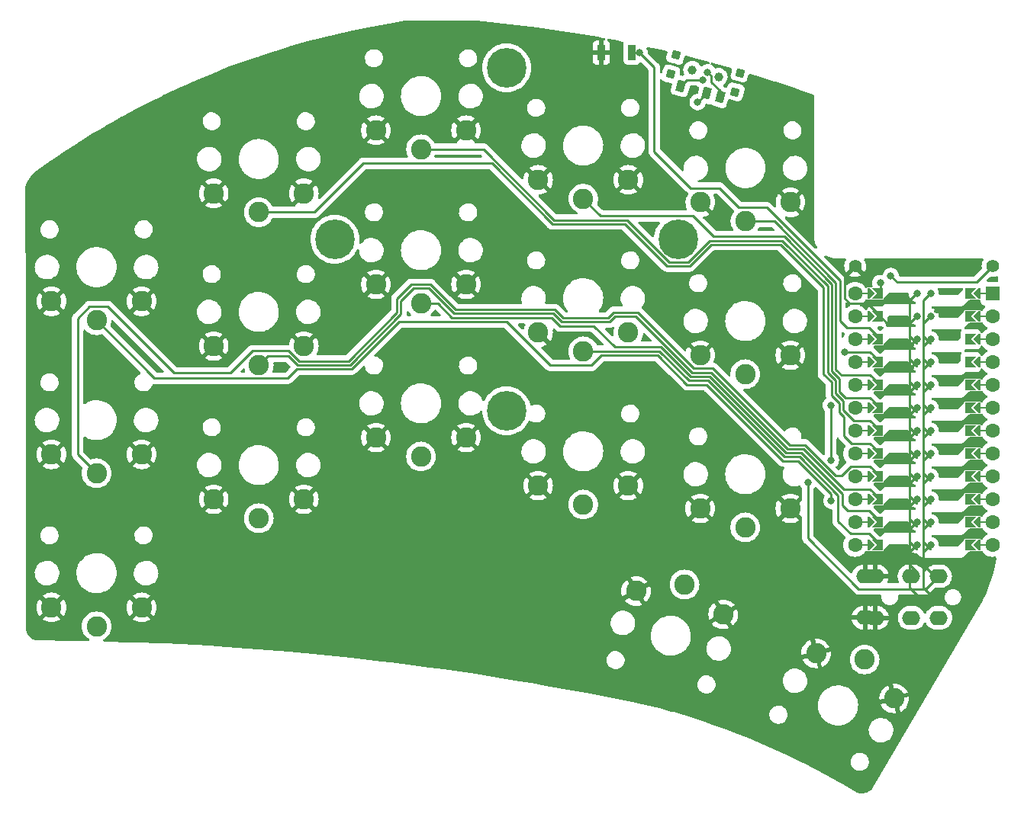
<source format=gbl>
%TF.GenerationSoftware,KiCad,Pcbnew,(6.0.10-0)*%
%TF.CreationDate,2023-04-12T09:39:01-04:00*%
%TF.ProjectId,half-swept,68616c66-2d73-4776-9570-742e6b696361,rev?*%
%TF.SameCoordinates,Original*%
%TF.FileFunction,Copper,L2,Bot*%
%TF.FilePolarity,Positive*%
%FSLAX46Y46*%
G04 Gerber Fmt 4.6, Leading zero omitted, Abs format (unit mm)*
G04 Created by KiCad (PCBNEW (6.0.10-0)) date 2023-04-12 09:39:01*
%MOMM*%
%LPD*%
G01*
G04 APERTURE LIST*
G04 Aperture macros list*
%AMRotRect*
0 Rectangle, with rotation*
0 The origin of the aperture is its center*
0 $1 length*
0 $2 width*
0 $3 Rotation angle, in degrees counterclockwise*
0 Add horizontal line*
21,1,$1,$2,0,0,$3*%
%AMFreePoly0*
4,1,6,0.600000,0.200000,0.000000,-0.400000,-0.600000,0.200000,-0.600000,0.400000,0.600000,0.400000,0.600000,0.200000,0.600000,0.200000,$1*%
%AMFreePoly1*
4,1,5,0.125000,-0.500000,-0.125000,-0.500000,-0.125000,0.500000,0.125000,0.500000,0.125000,-0.500000,0.125000,-0.500000,$1*%
%AMFreePoly2*
4,1,49,0.004773,0.123721,0.009154,0.124665,0.028961,0.117240,0.062500,0.108253,0.068237,0.102516,0.075053,0.099961,0.087617,0.083136,0.108253,0.062500,0.111178,0.051584,0.117161,0.043572,0.118539,0.024114,0.125000,0.000000,0.121239,-0.014035,0.122131,-0.026629,0.113759,-0.041951,0.108253,-0.062500,0.095644,-0.075109,0.088389,-0.088388,-0.641000,-0.817776,-0.641000,-4.770224,
0.088389,-5.499612,0.109852,-5.528356,0.124665,-5.597154,0.099961,-5.663053,0.043572,-5.705161,-0.026629,-5.710131,-0.088388,-5.676389,-0.854388,-4.910388,-0.867707,-4.892552,-0.871189,-4.889530,-0.871982,-4.886826,-0.875852,-4.881644,-0.882331,-4.851549,-0.891000,-4.822000,-0.891000,-0.766000,-0.887805,-0.743969,-0.888131,-0.739371,-0.886780,-0.736898,-0.885852,-0.730498,-0.869151,-0.704632,
-0.854388,-0.677612,-0.088388,0.088389,-0.064606,0.106147,-0.062500,0.108253,-0.061385,0.108552,-0.059644,0.109852,-0.043806,0.113262,0.000000,0.125000,0.004773,0.123721,0.004773,0.123721,$1*%
%AMFreePoly3*
4,1,6,0.600000,-0.250000,-0.600000,-0.250000,-0.600000,1.000000,0.000000,0.400000,0.600000,1.000000,0.600000,-0.250000,0.600000,-0.250000,$1*%
G04 Aperture macros list end*
%TA.AperFunction,ComponentPad*%
%ADD10C,1.397000*%
%TD*%
%TA.AperFunction,ComponentPad*%
%ADD11O,2.000000X1.600000*%
%TD*%
%TA.AperFunction,ComponentPad*%
%ADD12C,2.262000*%
%TD*%
%TA.AperFunction,SMDPad,CuDef*%
%ADD13FreePoly0,270.000000*%
%TD*%
%TA.AperFunction,ComponentPad*%
%ADD14C,1.600000*%
%TD*%
%TA.AperFunction,SMDPad,CuDef*%
%ADD15FreePoly1,270.000000*%
%TD*%
%TA.AperFunction,SMDPad,CuDef*%
%ADD16FreePoly0,90.000000*%
%TD*%
%TA.AperFunction,SMDPad,CuDef*%
%ADD17FreePoly1,90.000000*%
%TD*%
%TA.AperFunction,ComponentPad*%
%ADD18R,1.600000X1.600000*%
%TD*%
%TA.AperFunction,SMDPad,CuDef*%
%ADD19FreePoly2,90.000000*%
%TD*%
%TA.AperFunction,ComponentPad*%
%ADD20C,0.800000*%
%TD*%
%TA.AperFunction,SMDPad,CuDef*%
%ADD21FreePoly3,270.000000*%
%TD*%
%TA.AperFunction,SMDPad,CuDef*%
%ADD22FreePoly3,90.000000*%
%TD*%
%TA.AperFunction,SMDPad,CuDef*%
%ADD23FreePoly2,270.000000*%
%TD*%
%TA.AperFunction,ComponentPad*%
%ADD24C,4.400000*%
%TD*%
%TA.AperFunction,WasherPad*%
%ADD25C,1.000000*%
%TD*%
%TA.AperFunction,SMDPad,CuDef*%
%ADD26RotRect,0.900000X0.900000X344.500000*%
%TD*%
%TA.AperFunction,SMDPad,CuDef*%
%ADD27RotRect,0.900000X1.250000X344.500000*%
%TD*%
%TA.AperFunction,SMDPad,CuDef*%
%ADD28R,0.900000X1.700000*%
%TD*%
%TA.AperFunction,ViaPad*%
%ADD29C,0.800000*%
%TD*%
%TA.AperFunction,Conductor*%
%ADD30C,0.250000*%
%TD*%
G04 APERTURE END LIST*
D10*
X126492000Y-45974000D03*
X111252000Y-45974000D03*
D11*
X117478000Y-80420000D03*
X117498000Y-85050000D03*
X120498000Y-85050000D03*
X120478000Y-80420000D03*
X112398000Y-80450000D03*
X112378000Y-85020000D03*
X113478000Y-80420000D03*
X113498000Y-85050000D03*
D12*
X27080000Y-51980000D03*
X32080000Y-49880000D03*
X22080000Y-49880000D03*
X45080000Y-39980000D03*
X40080000Y-37880000D03*
X50080000Y-37880000D03*
X63080000Y-32980000D03*
X58080000Y-30880000D03*
X68080000Y-30880000D03*
X81080000Y-38480000D03*
X76080000Y-36380000D03*
X86080000Y-36380000D03*
X99080000Y-40980000D03*
X104080000Y-38880000D03*
X94080000Y-38880000D03*
X27080000Y-68980000D03*
X32080000Y-66880000D03*
X22080000Y-66880000D03*
X45080000Y-56954000D03*
X40080000Y-54854000D03*
X50080000Y-54854000D03*
X63080000Y-50096000D03*
X68080000Y-47996000D03*
X58080000Y-47996000D03*
X81080000Y-55430000D03*
X86080000Y-53330000D03*
X76080000Y-53330000D03*
X99060000Y-57970000D03*
X94060000Y-55870000D03*
X104060000Y-55870000D03*
X27080000Y-85980000D03*
X22080000Y-83880000D03*
X32080000Y-83880000D03*
X45080000Y-73972000D03*
X50080000Y-71872000D03*
X40080000Y-71872000D03*
X63080000Y-67114000D03*
X58080000Y-65014000D03*
X68080000Y-65014000D03*
X81080000Y-72448000D03*
X76080000Y-70348000D03*
X86080000Y-70348000D03*
X99060000Y-74988000D03*
X94060000Y-72888000D03*
X104060000Y-72888000D03*
X112306000Y-89670450D03*
X115586127Y-93989103D03*
X106925873Y-88989103D03*
X92323032Y-81331038D03*
X86949883Y-82065387D03*
X96609142Y-84653577D03*
D13*
X124714000Y-69342000D03*
D14*
X111252000Y-74422000D03*
D15*
X125222000Y-66802000D03*
D13*
X124714000Y-76962000D03*
D16*
X113030000Y-64262000D03*
D14*
X126492000Y-64262000D03*
D16*
X113030000Y-74422000D03*
D17*
X112522000Y-49022000D03*
D14*
X111252000Y-51562000D03*
D16*
X113030000Y-51562000D03*
X113030000Y-49022000D03*
D14*
X126492000Y-49022000D03*
D18*
X126492000Y-49022000D03*
D17*
X112522000Y-51562000D03*
D13*
X124714000Y-51562000D03*
D14*
X111252000Y-54102000D03*
X126492000Y-51562000D03*
D15*
X125222000Y-74422000D03*
D17*
X112522000Y-76962000D03*
D13*
X124714000Y-71882000D03*
D17*
X112522000Y-54102000D03*
D14*
X126492000Y-69342000D03*
D13*
X124714000Y-59182000D03*
D14*
X111252000Y-59182000D03*
X126492000Y-66802000D03*
X126492000Y-56642000D03*
X126492000Y-74422000D03*
D17*
X112522000Y-56642000D03*
X112522000Y-61722000D03*
D16*
X113030000Y-69342000D03*
D14*
X111252000Y-61722000D03*
D13*
X124714000Y-66802000D03*
D15*
X125222000Y-64262000D03*
X125222000Y-54102000D03*
D16*
X113030000Y-59182000D03*
D15*
X125222000Y-51562000D03*
X125222000Y-71882000D03*
D14*
X111252000Y-69342000D03*
X126492000Y-76962000D03*
D17*
X112522000Y-74422000D03*
D16*
X113030000Y-76962000D03*
D13*
X124714000Y-74422000D03*
D14*
X111252000Y-66802000D03*
D13*
X124714000Y-54102000D03*
D16*
X113030000Y-66802000D03*
X113030000Y-54102000D03*
D15*
X125222000Y-59182000D03*
D16*
X113030000Y-56642000D03*
D14*
X111252000Y-56642000D03*
X126492000Y-61722000D03*
X126492000Y-54102000D03*
D15*
X125222000Y-69342000D03*
D16*
X113030000Y-61722000D03*
D14*
X126492000Y-71882000D03*
X126492000Y-59182000D03*
D13*
X124714000Y-61722000D03*
D14*
X111252000Y-64262000D03*
D17*
X112522000Y-69342000D03*
D15*
X125222000Y-56642000D03*
D13*
X124714000Y-64262000D03*
D17*
X112522000Y-59182000D03*
D14*
X111252000Y-76962000D03*
D15*
X125222000Y-61722000D03*
D16*
X113030000Y-71882000D03*
D13*
X124714000Y-56642000D03*
D17*
X112522000Y-64262000D03*
D14*
X111252000Y-71882000D03*
D17*
X112522000Y-66802000D03*
X112522000Y-71882000D03*
D15*
X125222000Y-49022000D03*
D14*
X111252000Y-49022000D03*
D15*
X125222000Y-76962000D03*
D13*
X124714000Y-49022000D03*
D19*
X118110000Y-49022000D03*
D20*
X118110000Y-49022000D03*
D21*
X123698000Y-49022000D03*
D19*
X118110000Y-51562000D03*
D21*
X123698000Y-51562000D03*
D20*
X118110000Y-51562000D03*
D21*
X123698000Y-54102000D03*
D19*
X118110000Y-54102000D03*
D20*
X118110000Y-54102000D03*
D19*
X118110000Y-56642000D03*
D20*
X118110000Y-56642000D03*
D21*
X123698000Y-56642000D03*
X123698000Y-59182000D03*
D20*
X118110000Y-59182000D03*
D19*
X118110000Y-59182000D03*
D21*
X123698000Y-61722000D03*
D19*
X118110000Y-61722000D03*
D20*
X118110000Y-61722000D03*
X118110000Y-64262000D03*
D21*
X123698000Y-64262000D03*
D19*
X118110000Y-64262000D03*
X118110000Y-66802000D03*
D21*
X123698000Y-66802000D03*
D20*
X118110000Y-66802000D03*
X118110000Y-69342000D03*
D21*
X123698000Y-69342000D03*
D19*
X118110000Y-69342000D03*
D21*
X123698000Y-71882000D03*
D20*
X118110000Y-71882000D03*
D19*
X118110000Y-71882000D03*
D20*
X118110000Y-74422000D03*
D19*
X118110000Y-74422000D03*
D21*
X123698000Y-74422000D03*
X123698000Y-76962000D03*
D20*
X118110000Y-76962000D03*
D19*
X118110000Y-76962000D03*
D22*
X114046000Y-76962000D03*
D23*
X119634000Y-76962000D03*
D20*
X119634000Y-76962000D03*
D22*
X114046000Y-74422000D03*
D20*
X119634000Y-74422000D03*
D23*
X119634000Y-74422000D03*
X119634000Y-71882000D03*
D20*
X119634000Y-71882000D03*
D22*
X114046000Y-71882000D03*
D20*
X119634000Y-69342000D03*
D22*
X114046000Y-69342000D03*
D23*
X119634000Y-69342000D03*
X119634000Y-66802000D03*
D22*
X114046000Y-66802000D03*
D20*
X119634000Y-66802000D03*
D22*
X114046000Y-64262000D03*
D20*
X119634000Y-64262000D03*
D23*
X119634000Y-64262000D03*
X119634000Y-61722000D03*
D22*
X114046000Y-61722000D03*
D20*
X119634000Y-61722000D03*
X119634000Y-59182000D03*
D23*
X119634000Y-59182000D03*
D22*
X114046000Y-59182000D03*
X114046000Y-56642000D03*
D23*
X119634000Y-56642000D03*
D20*
X119634000Y-56642000D03*
D22*
X114046000Y-54102000D03*
D20*
X119634000Y-54102000D03*
D23*
X119634000Y-54102000D03*
D20*
X119634000Y-51562000D03*
D23*
X119634000Y-51562000D03*
D22*
X114046000Y-51562000D03*
X114046000Y-49022000D03*
D23*
X119634000Y-49022000D03*
D20*
X119634000Y-49022000D03*
D24*
X72580000Y-23930000D03*
X72580000Y-62030000D03*
X91630000Y-42980000D03*
X53530000Y-42980000D03*
D25*
X93194954Y-24169715D03*
X96085846Y-24971431D03*
D26*
X98499795Y-24499361D03*
X91368930Y-22521798D03*
X97911870Y-26619348D03*
X90781005Y-24641785D03*
D27*
X91917712Y-25968820D03*
X94808603Y-26770534D03*
X96254049Y-27171393D03*
D28*
X86485200Y-22250400D03*
X83085200Y-22250400D03*
D29*
X115163600Y-52273200D03*
X109372400Y-45669200D03*
X89357200Y-22453600D03*
X106019600Y-70002400D03*
X110134400Y-55524400D03*
X108559600Y-67513200D03*
X108559600Y-61417200D03*
X87325200Y-22250400D03*
X108610400Y-72034400D03*
X94894400Y-24434800D03*
X114046000Y-47853600D03*
X115214400Y-47072415D03*
X93776800Y-27736800D03*
X94335600Y-25298400D03*
D30*
X112630511Y-50146511D02*
X110661711Y-50146511D01*
X110127489Y-47098511D02*
X111252000Y-45974000D01*
X114757200Y-52273200D02*
X114046000Y-51562000D01*
X110661711Y-50146511D02*
X110127489Y-49612289D01*
X114046000Y-51562000D02*
X112630511Y-50146511D01*
X115163600Y-52273200D02*
X114757200Y-52273200D01*
X110127489Y-49612289D02*
X110127489Y-47098511D01*
X108559600Y-67513200D02*
X108559600Y-61417200D01*
X111658400Y-81838800D02*
X119059200Y-81838800D01*
X110141311Y-55517489D02*
X112921489Y-55517489D01*
X112921489Y-55517489D02*
X114046000Y-56642000D01*
X119059200Y-81838800D02*
X120478000Y-80420000D01*
X106019600Y-70002400D02*
X106019600Y-76200000D01*
X110134400Y-55524400D02*
X110141311Y-55517489D01*
X106019600Y-76200000D02*
X111658400Y-81838800D01*
X86485200Y-22250400D02*
X87325200Y-22250400D01*
X87325200Y-22250400D02*
X88950800Y-23876000D01*
X88950800Y-33217792D02*
X93020208Y-37287200D01*
X88950800Y-23876000D02*
X88950800Y-33217792D01*
X96172452Y-37287200D02*
X98356852Y-39471600D01*
X109544880Y-52039280D02*
X110337600Y-52832000D01*
X93020208Y-37287200D02*
X96172452Y-37287200D01*
X109544880Y-47593566D02*
X109544880Y-52039280D01*
X98356852Y-39471600D02*
X101422914Y-39471600D01*
X101422914Y-39471600D02*
X109544880Y-47593566D01*
X110337600Y-52832000D02*
X112776000Y-52832000D01*
X112776000Y-52832000D02*
X114046000Y-54102000D01*
X108610400Y-71299954D02*
X104925246Y-67614800D01*
X60653557Y-52148560D02*
X55398597Y-57403520D01*
X49327280Y-57403520D02*
X48321289Y-58409511D01*
X103225600Y-67614800D02*
X94742000Y-59131200D01*
X81991200Y-56997600D02*
X77419200Y-56997600D01*
X83109280Y-55879520D02*
X81991200Y-56997600D01*
X72570160Y-52148560D02*
X60653557Y-52148560D01*
X48321289Y-58409511D02*
X33509511Y-58409511D01*
X108610400Y-72034400D02*
X108610400Y-71299954D01*
X94742000Y-59131200D02*
X92608400Y-59131200D01*
X55398597Y-57403520D02*
X49327280Y-57403520D01*
X92608400Y-59131200D02*
X89356720Y-55879520D01*
X77419200Y-56997600D02*
X72570160Y-52148560D01*
X33509511Y-58409511D02*
X27080000Y-51980000D01*
X89356720Y-55879520D02*
X83109280Y-55879520D01*
X104925246Y-67614800D02*
X103225600Y-67614800D01*
X108625760Y-60316396D02*
X109481680Y-61172316D01*
X108625760Y-58869314D02*
X108625760Y-60316396D01*
X95276118Y-43586400D02*
X102994846Y-43586400D01*
X85691920Y-41292720D02*
X90365520Y-45966320D01*
X110032800Y-64871600D02*
X110838689Y-65677489D01*
X110838689Y-65677489D02*
X112921489Y-65677489D01*
X109481680Y-62177698D02*
X110032800Y-62728818D01*
X90365520Y-45966320D02*
X92896198Y-45966320D01*
X70941483Y-34544000D02*
X77690203Y-41292720D01*
X110032800Y-62728818D02*
X110032800Y-64871600D01*
X102994846Y-43586400D02*
X107746800Y-48338354D01*
X45080000Y-39980000D02*
X51256800Y-39980000D01*
X109481680Y-61172316D02*
X109481680Y-62177698D01*
X51256800Y-39980000D02*
X56692800Y-34544000D01*
X112921489Y-65677489D02*
X114046000Y-66802000D01*
X107746800Y-57990354D02*
X108625760Y-58869314D01*
X92896198Y-45966320D02*
X95276118Y-43586400D01*
X56692800Y-34544000D02*
X70941483Y-34544000D01*
X107746800Y-48338354D02*
X107746800Y-57990354D01*
X77690203Y-41292720D02*
X85691920Y-41292720D01*
X103181044Y-43136880D02*
X108196320Y-48152156D01*
X92710000Y-45516800D02*
X95089921Y-43136880D01*
X63080000Y-32980000D02*
X70013200Y-32980000D01*
X95089921Y-43136880D02*
X103181044Y-43136880D01*
X109931200Y-61991500D02*
X111077189Y-63137489D01*
X112921489Y-63137489D02*
X114046000Y-64262000D01*
X90596601Y-45516800D02*
X92710000Y-45516800D01*
X85923001Y-40843200D02*
X90596601Y-45516800D01*
X108196320Y-57804156D02*
X109075280Y-58683116D01*
X109931200Y-60986118D02*
X109931200Y-61991500D01*
X70013200Y-32980000D02*
X77876400Y-40843200D01*
X108196320Y-48152156D02*
X108196320Y-57804156D01*
X109075280Y-58683116D02*
X109075280Y-60130198D01*
X77876400Y-40843200D02*
X85923001Y-40843200D01*
X109075280Y-60130198D02*
X109931200Y-60986118D01*
X111077189Y-63137489D02*
X112921489Y-63137489D01*
X109524800Y-58496918D02*
X109524800Y-59944000D01*
X108645840Y-47965958D02*
X108645840Y-57617958D01*
X108645840Y-57617958D02*
X109524800Y-58496918D01*
X110178289Y-60597489D02*
X112921489Y-60597489D01*
X109524800Y-59944000D02*
X110178289Y-60597489D01*
X103367242Y-42687360D02*
X108645840Y-47965958D01*
X95519360Y-42687360D02*
X103367242Y-42687360D01*
X81080000Y-38480000D02*
X82986000Y-40386000D01*
X82986000Y-40386000D02*
X93218000Y-40386000D01*
X93218000Y-40386000D02*
X95519360Y-42687360D01*
X112921489Y-60597489D02*
X114046000Y-61722000D01*
X102295600Y-40980000D02*
X109095360Y-47779763D01*
X109728000Y-58064400D02*
X110779300Y-58064400D01*
X110779300Y-58064400D02*
X110786211Y-58057489D01*
X110786211Y-58057489D02*
X112921489Y-58057489D01*
X109095360Y-57431760D02*
X109728000Y-58064400D01*
X99080000Y-40980000D02*
X102295600Y-40980000D01*
X112921489Y-58057489D02*
X114046000Y-59182000D01*
X109095360Y-47779763D02*
X109095360Y-57431760D01*
X103970392Y-65816720D02*
X105670037Y-65816720D01*
X105933359Y-66080043D02*
X109093716Y-69240400D01*
X109093716Y-69240400D02*
X109763300Y-69240400D01*
X24990979Y-66890979D02*
X24990979Y-51767821D01*
X66903600Y-50800000D02*
X77927200Y-50800000D01*
X41926209Y-57844991D02*
X44399200Y-55372000D01*
X87373843Y-51353772D02*
X93353192Y-57333120D01*
X105670037Y-65816720D02*
X105933359Y-66080043D01*
X78856960Y-51729760D02*
X83804640Y-51729760D01*
X110786211Y-68217489D02*
X112921489Y-68217489D01*
X95486792Y-57333120D02*
X103970392Y-65816720D01*
X55026202Y-56504480D02*
X60401200Y-51129482D01*
X64109600Y-48006000D02*
X66903600Y-50800000D01*
X84443951Y-51090449D02*
X87110521Y-51090449D01*
X48412400Y-55372000D02*
X49544880Y-56504480D01*
X109763300Y-69240400D02*
X110786211Y-68217489D01*
X61976000Y-48006000D02*
X64109600Y-48006000D01*
X87110521Y-51090449D02*
X87373843Y-51353772D01*
X60401200Y-49580800D02*
X61976000Y-48006000D01*
X28295600Y-50444400D02*
X35696191Y-57844991D01*
X93353192Y-57333120D02*
X95486792Y-57333120D01*
X83804640Y-51729760D02*
X84443951Y-51090449D01*
X49544880Y-56504480D02*
X55026202Y-56504480D01*
X27080000Y-68980000D02*
X24990979Y-66890979D01*
X35696191Y-57844991D02*
X41926209Y-57844991D01*
X77927200Y-50800000D02*
X78856960Y-51729760D01*
X26314400Y-50444400D02*
X28295600Y-50444400D01*
X24990979Y-51767821D02*
X26314400Y-50444400D01*
X44399200Y-55372000D02*
X48412400Y-55372000D01*
X60401200Y-51129482D02*
X60401200Y-49580800D01*
X112921489Y-68217489D02*
X114046000Y-69342000D01*
X103784194Y-66266240D02*
X105483839Y-66266240D01*
X86924323Y-51539969D02*
X93166994Y-57782640D01*
X93166994Y-57782640D02*
X95300594Y-57782640D01*
X95300594Y-57782640D02*
X103784194Y-66266240D01*
X109975089Y-70757489D02*
X112921489Y-70757489D01*
X112921489Y-70757489D02*
X114046000Y-71882000D01*
X60850720Y-49842480D02*
X62237680Y-48455520D01*
X48378602Y-55973920D02*
X49358683Y-56954000D01*
X46060080Y-55973920D02*
X48378602Y-55973920D01*
X62237680Y-48455520D02*
X63923403Y-48455520D01*
X60850720Y-51315679D02*
X60850720Y-49842480D01*
X45080000Y-56954000D02*
X46060080Y-55973920D01*
X66717403Y-51249520D02*
X77741002Y-51249520D01*
X84630149Y-51539969D02*
X86924323Y-51539969D01*
X78670762Y-52179280D02*
X83990838Y-52179280D01*
X105483839Y-66266240D02*
X109975089Y-70757489D01*
X63923403Y-48455520D02*
X66717403Y-51249520D01*
X55212400Y-56954000D02*
X60850720Y-51315679D01*
X49358683Y-56954000D02*
X55212400Y-56954000D01*
X77741002Y-51249520D02*
X78670762Y-52179280D01*
X83990838Y-52179280D02*
X84630149Y-51539969D01*
X84582000Y-54965600D02*
X89714236Y-54965600D01*
X109821920Y-71240039D02*
X109821920Y-72534720D01*
X64928165Y-50096000D02*
X66531206Y-51699040D01*
X109821920Y-72534720D02*
X110439200Y-73152000D01*
X89714236Y-54965600D02*
X92980796Y-58232160D01*
X63080000Y-50096000D02*
X64928165Y-50096000D01*
X103597996Y-66715760D02*
X105297641Y-66715760D01*
X95114396Y-58232160D02*
X103597996Y-66715760D01*
X82245200Y-52628800D02*
X84582000Y-54965600D01*
X66531206Y-51699040D02*
X77554804Y-51699040D01*
X92980796Y-58232160D02*
X95114396Y-58232160D01*
X112776000Y-73152000D02*
X114046000Y-74422000D01*
X78484565Y-52628800D02*
X82245200Y-52628800D01*
X110439200Y-73152000D02*
X112776000Y-73152000D01*
X105297641Y-66715760D02*
X109821920Y-71240039D01*
X77554804Y-51699040D02*
X78484565Y-52628800D01*
X112776000Y-75692000D02*
X114046000Y-76962000D01*
X105111444Y-67165280D02*
X109372400Y-71426236D01*
X110744000Y-75692000D02*
X112776000Y-75692000D01*
X103411798Y-67165280D02*
X105111444Y-67165280D01*
X81080000Y-55430000D02*
X89542918Y-55430000D01*
X89542918Y-55430000D02*
X92794598Y-58681680D01*
X109372400Y-71426236D02*
X109372400Y-74320400D01*
X94928198Y-58681680D02*
X103411798Y-67165280D01*
X109372400Y-74320400D02*
X110744000Y-75692000D01*
X92794598Y-58681680D02*
X94928198Y-58681680D01*
X94894400Y-24434800D02*
X95261325Y-24801725D01*
X114046000Y-47853600D02*
X114046000Y-49022000D01*
X95261325Y-24801725D02*
X95261325Y-25530080D01*
X96254049Y-26522804D02*
X96254049Y-27171393D01*
X95261325Y-25530080D02*
X96254049Y-26522804D01*
X115214400Y-47072415D02*
X115893985Y-47752000D01*
X124714000Y-47752000D02*
X126492000Y-45974000D01*
X93776800Y-27736800D02*
X93842337Y-27736800D01*
X93842337Y-27736800D02*
X94808603Y-26770534D01*
X115893985Y-47752000D02*
X124714000Y-47752000D01*
X92588132Y-25298400D02*
X94335600Y-25298400D01*
X91917712Y-25968820D02*
X92588132Y-25298400D01*
%TA.AperFunction,Conductor*%
G36*
X69232525Y-18709828D02*
G01*
X69240847Y-18711878D01*
X69249810Y-18711493D01*
X69249812Y-18711493D01*
X69270313Y-18710612D01*
X69287638Y-18711061D01*
X71493480Y-18920603D01*
X71495391Y-18920799D01*
X73736848Y-19168274D01*
X73738757Y-19168499D01*
X75976257Y-19450142D01*
X75978162Y-19450397D01*
X78211042Y-19766126D01*
X78212943Y-19766410D01*
X80440693Y-20116150D01*
X80442591Y-20116462D01*
X82664922Y-20500171D01*
X82666713Y-20500495D01*
X83293400Y-20618569D01*
X83420834Y-20642579D01*
X83484074Y-20674848D01*
X83519828Y-20736184D01*
X83516746Y-20807113D01*
X83475806Y-20865117D01*
X83410005Y-20891778D01*
X83397505Y-20892400D01*
X83357315Y-20892400D01*
X83342076Y-20896875D01*
X83340871Y-20898265D01*
X83339200Y-20905948D01*
X83339200Y-21978285D01*
X83343675Y-21993524D01*
X83345065Y-21994729D01*
X83352748Y-21996400D01*
X84025084Y-21996400D01*
X84040323Y-21991925D01*
X84041528Y-21990535D01*
X84043199Y-21982852D01*
X84043199Y-21355731D01*
X84042829Y-21348910D01*
X84037305Y-21298048D01*
X84033679Y-21282796D01*
X83988524Y-21162346D01*
X83979986Y-21146751D01*
X83903485Y-21044676D01*
X83890924Y-21032115D01*
X83788104Y-20955056D01*
X83745589Y-20898197D01*
X83740563Y-20827379D01*
X83774623Y-20765085D01*
X83836954Y-20731095D01*
X83886997Y-20730409D01*
X84533450Y-20852207D01*
X84882812Y-20918031D01*
X84884698Y-20918401D01*
X85472182Y-21038396D01*
X85534921Y-21071625D01*
X85569736Y-21133499D01*
X85564948Y-21206075D01*
X85536229Y-21282682D01*
X85536227Y-21282688D01*
X85533455Y-21290084D01*
X85526700Y-21352266D01*
X85526700Y-23148534D01*
X85533455Y-23210716D01*
X85584585Y-23347105D01*
X85671939Y-23463661D01*
X85788495Y-23551015D01*
X85924884Y-23602145D01*
X85987066Y-23608900D01*
X86983334Y-23608900D01*
X87045516Y-23602145D01*
X87181905Y-23551015D01*
X87298461Y-23463661D01*
X87358713Y-23383267D01*
X87415573Y-23340753D01*
X87486391Y-23335728D01*
X87548634Y-23369738D01*
X88280395Y-24101499D01*
X88314421Y-24163811D01*
X88317300Y-24190594D01*
X88317300Y-33139025D01*
X88316773Y-33150208D01*
X88315098Y-33157701D01*
X88315347Y-33165627D01*
X88315347Y-33165628D01*
X88317238Y-33225778D01*
X88317300Y-33229737D01*
X88317300Y-33257648D01*
X88317797Y-33261582D01*
X88317797Y-33261583D01*
X88317805Y-33261648D01*
X88318738Y-33273485D01*
X88320127Y-33317681D01*
X88325778Y-33337131D01*
X88329787Y-33356492D01*
X88332326Y-33376589D01*
X88335245Y-33383960D01*
X88335245Y-33383962D01*
X88348604Y-33417704D01*
X88352449Y-33428934D01*
X88362571Y-33463775D01*
X88364782Y-33471385D01*
X88368815Y-33478204D01*
X88368817Y-33478209D01*
X88375093Y-33488820D01*
X88383788Y-33506568D01*
X88391248Y-33525409D01*
X88395910Y-33531825D01*
X88395910Y-33531826D01*
X88417236Y-33561179D01*
X88423752Y-33571099D01*
X88446258Y-33609154D01*
X88460579Y-33623475D01*
X88473419Y-33638508D01*
X88485328Y-33654899D01*
X88491434Y-33659950D01*
X88519405Y-33683090D01*
X88528184Y-33691080D01*
X92516556Y-37679453D01*
X92524096Y-37687739D01*
X92528208Y-37694218D01*
X92533985Y-37699643D01*
X92577859Y-37740843D01*
X92580701Y-37743598D01*
X92600438Y-37763335D01*
X92603635Y-37765815D01*
X92612655Y-37773518D01*
X92644887Y-37803786D01*
X92651834Y-37807605D01*
X92651839Y-37807609D01*
X92658065Y-37811032D01*
X92708123Y-37861378D01*
X92723015Y-37930795D01*
X92704795Y-37987280D01*
X92617711Y-38129389D01*
X92613230Y-38138184D01*
X92518292Y-38367382D01*
X92515243Y-38376767D01*
X92457328Y-38617998D01*
X92455785Y-38627745D01*
X92436320Y-38875070D01*
X92436320Y-38884930D01*
X92455785Y-39132255D01*
X92457328Y-39142002D01*
X92515243Y-39383233D01*
X92518292Y-39392618D01*
X92595197Y-39578282D01*
X92602786Y-39648872D01*
X92571007Y-39712359D01*
X92509949Y-39748586D01*
X92478788Y-39752500D01*
X83300595Y-39752500D01*
X83232474Y-39732498D01*
X83211499Y-39715595D01*
X82656755Y-39160850D01*
X82622730Y-39098538D01*
X82629442Y-39023537D01*
X82642185Y-38992773D01*
X82642186Y-38992771D01*
X82644079Y-38988200D01*
X82669344Y-38882965D01*
X82703168Y-38742080D01*
X82703169Y-38742074D01*
X82704323Y-38737267D01*
X82724570Y-38480000D01*
X82704323Y-38222733D01*
X82703169Y-38217926D01*
X82703168Y-38217920D01*
X82645234Y-37976612D01*
X82644079Y-37971800D01*
X82638199Y-37957605D01*
X82547218Y-37737955D01*
X82547216Y-37737951D01*
X82545323Y-37733381D01*
X82530216Y-37708728D01*
X85116628Y-37708728D01*
X85120521Y-37714295D01*
X85329389Y-37842289D01*
X85338184Y-37846770D01*
X85567382Y-37941708D01*
X85576767Y-37944757D01*
X85817998Y-38002672D01*
X85827745Y-38004215D01*
X86075070Y-38023680D01*
X86084930Y-38023680D01*
X86332255Y-38004215D01*
X86342002Y-38002672D01*
X86583233Y-37944757D01*
X86592618Y-37941708D01*
X86821816Y-37846770D01*
X86830611Y-37842289D01*
X87037997Y-37715203D01*
X87043446Y-37706852D01*
X87037442Y-37696652D01*
X86092812Y-36752022D01*
X86078868Y-36744408D01*
X86077035Y-36744539D01*
X86070420Y-36748790D01*
X85124021Y-37695189D01*
X85116628Y-37708728D01*
X82530216Y-37708728D01*
X82410485Y-37513346D01*
X82242887Y-37317113D01*
X82046654Y-37149515D01*
X81826619Y-37014677D01*
X81822049Y-37012784D01*
X81822045Y-37012782D01*
X81592773Y-36917815D01*
X81592771Y-36917814D01*
X81588200Y-36915921D01*
X81475729Y-36888919D01*
X81342080Y-36856832D01*
X81342074Y-36856831D01*
X81337267Y-36855677D01*
X81080000Y-36835430D01*
X80822733Y-36855677D01*
X80817926Y-36856831D01*
X80817920Y-36856832D01*
X80684271Y-36888919D01*
X80571800Y-36915921D01*
X80567229Y-36917814D01*
X80567227Y-36917815D01*
X80337955Y-37012782D01*
X80337951Y-37012784D01*
X80333381Y-37014677D01*
X80113346Y-37149515D01*
X79917113Y-37317113D01*
X79749515Y-37513346D01*
X79614677Y-37733381D01*
X79612784Y-37737951D01*
X79612782Y-37737955D01*
X79521801Y-37957605D01*
X79515921Y-37971800D01*
X79514766Y-37976612D01*
X79456832Y-38217920D01*
X79456831Y-38217926D01*
X79455677Y-38222733D01*
X79435430Y-38480000D01*
X79455677Y-38737267D01*
X79456831Y-38742074D01*
X79456832Y-38742080D01*
X79490656Y-38882965D01*
X79515921Y-38988200D01*
X79517814Y-38992771D01*
X79517815Y-38992773D01*
X79608419Y-39211510D01*
X79614677Y-39226619D01*
X79749515Y-39446654D01*
X79917113Y-39642887D01*
X80113346Y-39810485D01*
X80333381Y-39945323D01*
X80337951Y-39947216D01*
X80337955Y-39947218D01*
X80386417Y-39967291D01*
X80441698Y-40011839D01*
X80464119Y-40079202D01*
X80446561Y-40147994D01*
X80394599Y-40196372D01*
X80338199Y-40209700D01*
X78190994Y-40209700D01*
X78122873Y-40189698D01*
X78101899Y-40172795D01*
X76155688Y-38226584D01*
X76121662Y-38164272D01*
X76126727Y-38093457D01*
X76169274Y-38036621D01*
X76234898Y-38011877D01*
X76332254Y-38004215D01*
X76342002Y-38002672D01*
X76583233Y-37944757D01*
X76592618Y-37941708D01*
X76821816Y-37846770D01*
X76830611Y-37842289D01*
X77037997Y-37715203D01*
X77043446Y-37706852D01*
X77037442Y-37696652D01*
X75721922Y-36381132D01*
X76444408Y-36381132D01*
X76444539Y-36382965D01*
X76448790Y-36389580D01*
X77395189Y-37335979D01*
X77408728Y-37343372D01*
X77414295Y-37339479D01*
X77542289Y-37130611D01*
X77546770Y-37121816D01*
X77641708Y-36892618D01*
X77644757Y-36883233D01*
X77702672Y-36642002D01*
X77704215Y-36632255D01*
X77723680Y-36384930D01*
X84436320Y-36384930D01*
X84455785Y-36632255D01*
X84457328Y-36642002D01*
X84515243Y-36883233D01*
X84518292Y-36892618D01*
X84613230Y-37121816D01*
X84617711Y-37130611D01*
X84744797Y-37337997D01*
X84753148Y-37343446D01*
X84763348Y-37337442D01*
X85707978Y-36392812D01*
X85714356Y-36381132D01*
X86444408Y-36381132D01*
X86444539Y-36382965D01*
X86448790Y-36389580D01*
X87395189Y-37335979D01*
X87408728Y-37343372D01*
X87414295Y-37339479D01*
X87542289Y-37130611D01*
X87546770Y-37121816D01*
X87641708Y-36892618D01*
X87644757Y-36883233D01*
X87702672Y-36642002D01*
X87704215Y-36632255D01*
X87723680Y-36384930D01*
X87723680Y-36375070D01*
X87704215Y-36127745D01*
X87702672Y-36117998D01*
X87644757Y-35876767D01*
X87641708Y-35867382D01*
X87546770Y-35638184D01*
X87542289Y-35629389D01*
X87415203Y-35422003D01*
X87406852Y-35416554D01*
X87396652Y-35422558D01*
X86452022Y-36367188D01*
X86444408Y-36381132D01*
X85714356Y-36381132D01*
X85715592Y-36378868D01*
X85715461Y-36377035D01*
X85711210Y-36370420D01*
X84764811Y-35424021D01*
X84751272Y-35416628D01*
X84745705Y-35420521D01*
X84617711Y-35629389D01*
X84613230Y-35638184D01*
X84518292Y-35867382D01*
X84515243Y-35876767D01*
X84457328Y-36117998D01*
X84455785Y-36127745D01*
X84436320Y-36375070D01*
X84436320Y-36384930D01*
X77723680Y-36384930D01*
X77723680Y-36375070D01*
X77704215Y-36127745D01*
X77702672Y-36117998D01*
X77644757Y-35876767D01*
X77641708Y-35867382D01*
X77546770Y-35638184D01*
X77542289Y-35629389D01*
X77415203Y-35422003D01*
X77406852Y-35416554D01*
X77396652Y-35422558D01*
X76452022Y-36367188D01*
X76444408Y-36381132D01*
X75721922Y-36381132D01*
X74764811Y-35424021D01*
X74751272Y-35416628D01*
X74745705Y-35420521D01*
X74617711Y-35629389D01*
X74613230Y-35638184D01*
X74518292Y-35867382D01*
X74515243Y-35876767D01*
X74457328Y-36117998D01*
X74455785Y-36127746D01*
X74448123Y-36225102D01*
X74422838Y-36291444D01*
X74365700Y-36333584D01*
X74294850Y-36338143D01*
X74233417Y-36304313D01*
X72982252Y-35053148D01*
X75116554Y-35053148D01*
X75122558Y-35063348D01*
X76067188Y-36007978D01*
X76081132Y-36015592D01*
X76082965Y-36015461D01*
X76089580Y-36011210D01*
X77035979Y-35064811D01*
X77042348Y-35053148D01*
X85116554Y-35053148D01*
X85122558Y-35063348D01*
X86067188Y-36007978D01*
X86081132Y-36015592D01*
X86082965Y-36015461D01*
X86089580Y-36011210D01*
X87035979Y-35064811D01*
X87043372Y-35051272D01*
X87039479Y-35045705D01*
X86830611Y-34917711D01*
X86821816Y-34913230D01*
X86592618Y-34818292D01*
X86583233Y-34815243D01*
X86342002Y-34757328D01*
X86332255Y-34755785D01*
X86084930Y-34736320D01*
X86075070Y-34736320D01*
X85827745Y-34755785D01*
X85817998Y-34757328D01*
X85576767Y-34815243D01*
X85567382Y-34818292D01*
X85338184Y-34913230D01*
X85329389Y-34917711D01*
X85122003Y-35044797D01*
X85116554Y-35053148D01*
X77042348Y-35053148D01*
X77043372Y-35051272D01*
X77039479Y-35045705D01*
X76830611Y-34917711D01*
X76821816Y-34913230D01*
X76592618Y-34818292D01*
X76583233Y-34815243D01*
X76342002Y-34757328D01*
X76332255Y-34755785D01*
X76084930Y-34736320D01*
X76075070Y-34736320D01*
X75827745Y-34755785D01*
X75817998Y-34757328D01*
X75576767Y-34815243D01*
X75567382Y-34818292D01*
X75338184Y-34913230D01*
X75329389Y-34917711D01*
X75122003Y-35044797D01*
X75116554Y-35053148D01*
X72982252Y-35053148D01*
X70516852Y-32587747D01*
X70509312Y-32579461D01*
X70505200Y-32572982D01*
X70455548Y-32526356D01*
X70452707Y-32523602D01*
X70444837Y-32515732D01*
X74217200Y-32515732D01*
X74217400Y-32521062D01*
X74217400Y-32521063D01*
X74221364Y-32626659D01*
X74225854Y-32746268D01*
X74273228Y-32972050D01*
X74275186Y-32977009D01*
X74275187Y-32977011D01*
X74315598Y-33079336D01*
X74357967Y-33186622D01*
X74441531Y-33324332D01*
X74473242Y-33376589D01*
X74477647Y-33383849D01*
X74481144Y-33387879D01*
X74614019Y-33541004D01*
X74628847Y-33558092D01*
X74670982Y-33592640D01*
X74803115Y-33700984D01*
X74803121Y-33700988D01*
X74807243Y-33704368D01*
X75007735Y-33818494D01*
X75012751Y-33820315D01*
X75012756Y-33820317D01*
X75219575Y-33895389D01*
X75219579Y-33895390D01*
X75224590Y-33897209D01*
X75229839Y-33898158D01*
X75229842Y-33898159D01*
X75447523Y-33937522D01*
X75447530Y-33937523D01*
X75451607Y-33938260D01*
X75469344Y-33939096D01*
X75474292Y-33939330D01*
X75474299Y-33939330D01*
X75475780Y-33939400D01*
X75637925Y-33939400D01*
X75704881Y-33933719D01*
X75804562Y-33925261D01*
X75804566Y-33925260D01*
X75809873Y-33924810D01*
X75815028Y-33923472D01*
X75815034Y-33923471D01*
X76028003Y-33868195D01*
X76028007Y-33868194D01*
X76033172Y-33866853D01*
X76038038Y-33864661D01*
X76038041Y-33864660D01*
X76238649Y-33774293D01*
X76243515Y-33772101D01*
X76247935Y-33769125D01*
X76247939Y-33769123D01*
X76375877Y-33682989D01*
X76434885Y-33643262D01*
X76601812Y-33484022D01*
X76681744Y-33376589D01*
X76736337Y-33303214D01*
X76736339Y-33303211D01*
X76739521Y-33298934D01*
X76775713Y-33227750D01*
X76841658Y-33098046D01*
X76841658Y-33098045D01*
X76844077Y-33093288D01*
X76886897Y-32955387D01*
X76910905Y-32878070D01*
X76910906Y-32878064D01*
X76912489Y-32872967D01*
X76932558Y-32721545D01*
X76942100Y-32649553D01*
X76942100Y-32649548D01*
X76942800Y-32644268D01*
X76942139Y-32626659D01*
X78852514Y-32626659D01*
X78852877Y-32630807D01*
X78852877Y-32630811D01*
X78869794Y-32824176D01*
X78878252Y-32920849D01*
X78879162Y-32924921D01*
X78879163Y-32924926D01*
X78937659Y-33186622D01*
X78942672Y-33209050D01*
X78944115Y-33212973D01*
X78944116Y-33212975D01*
X78965495Y-33271081D01*
X79044644Y-33486199D01*
X79046591Y-33489892D01*
X79046592Y-33489894D01*
X79082549Y-33558092D01*
X79182374Y-33747427D01*
X79223830Y-33805761D01*
X79351019Y-33984735D01*
X79351024Y-33984741D01*
X79353443Y-33988145D01*
X79356287Y-33991195D01*
X79356292Y-33991201D01*
X79530225Y-34177721D01*
X79554846Y-34204124D01*
X79783045Y-34391568D01*
X80034029Y-34547185D01*
X80037846Y-34548901D01*
X80037849Y-34548902D01*
X80066891Y-34561954D01*
X80303390Y-34668241D01*
X80440282Y-34709050D01*
X80531758Y-34736320D01*
X80586395Y-34752608D01*
X80590515Y-34753261D01*
X80590517Y-34753261D01*
X80874592Y-34798255D01*
X80874598Y-34798256D01*
X80878073Y-34798806D01*
X80902632Y-34799921D01*
X80969017Y-34802936D01*
X80969038Y-34802936D01*
X80970437Y-34803000D01*
X81154901Y-34803000D01*
X81374664Y-34788403D01*
X81378763Y-34787577D01*
X81378767Y-34787576D01*
X81528781Y-34757328D01*
X81664151Y-34730033D01*
X81943375Y-34633888D01*
X82113089Y-34548902D01*
X82203695Y-34503530D01*
X82203697Y-34503529D01*
X82207431Y-34501659D01*
X82451678Y-34335668D01*
X82671827Y-34138832D01*
X82706378Y-34098521D01*
X82861289Y-33917784D01*
X82861292Y-33917780D01*
X82864009Y-33914610D01*
X82866283Y-33911108D01*
X82866287Y-33911103D01*
X83022570Y-33670449D01*
X83022573Y-33670444D01*
X83024849Y-33666939D01*
X83034680Y-33646236D01*
X83125069Y-33455876D01*
X83151519Y-33400172D01*
X83156724Y-33383962D01*
X83240515Y-33122983D01*
X83240515Y-33122982D01*
X83241795Y-33118996D01*
X83264454Y-32993061D01*
X83293351Y-32832459D01*
X83293352Y-32832454D01*
X83294090Y-32828350D01*
X83295750Y-32791805D01*
X83307297Y-32537511D01*
X83307297Y-32537506D01*
X83307486Y-32533341D01*
X83306699Y-32524339D01*
X83305946Y-32515732D01*
X85217200Y-32515732D01*
X85217400Y-32521062D01*
X85217400Y-32521063D01*
X85221364Y-32626659D01*
X85225854Y-32746268D01*
X85273228Y-32972050D01*
X85275186Y-32977009D01*
X85275187Y-32977011D01*
X85315597Y-33079336D01*
X85357967Y-33186622D01*
X85441531Y-33324332D01*
X85473242Y-33376589D01*
X85477647Y-33383849D01*
X85481144Y-33387879D01*
X85614019Y-33541004D01*
X85628847Y-33558092D01*
X85670982Y-33592640D01*
X85803115Y-33700984D01*
X85803121Y-33700988D01*
X85807243Y-33704368D01*
X86007735Y-33818494D01*
X86012751Y-33820315D01*
X86012756Y-33820317D01*
X86219575Y-33895389D01*
X86219579Y-33895390D01*
X86224590Y-33897209D01*
X86229839Y-33898158D01*
X86229842Y-33898159D01*
X86447523Y-33937522D01*
X86447530Y-33937523D01*
X86451607Y-33938260D01*
X86469344Y-33939096D01*
X86474292Y-33939330D01*
X86474299Y-33939330D01*
X86475780Y-33939400D01*
X86637925Y-33939400D01*
X86704881Y-33933719D01*
X86804562Y-33925261D01*
X86804566Y-33925260D01*
X86809873Y-33924810D01*
X86815028Y-33923472D01*
X86815034Y-33923471D01*
X87028003Y-33868195D01*
X87028007Y-33868194D01*
X87033172Y-33866853D01*
X87038038Y-33864661D01*
X87038041Y-33864660D01*
X87238649Y-33774293D01*
X87243515Y-33772101D01*
X87247935Y-33769125D01*
X87247939Y-33769123D01*
X87375877Y-33682989D01*
X87434885Y-33643262D01*
X87601812Y-33484022D01*
X87681744Y-33376589D01*
X87736337Y-33303214D01*
X87736339Y-33303211D01*
X87739521Y-33298934D01*
X87775713Y-33227750D01*
X87841658Y-33098046D01*
X87841658Y-33098045D01*
X87844077Y-33093288D01*
X87886897Y-32955387D01*
X87910905Y-32878070D01*
X87910906Y-32878064D01*
X87912489Y-32872967D01*
X87932558Y-32721545D01*
X87942100Y-32649553D01*
X87942100Y-32649548D01*
X87942800Y-32644268D01*
X87941983Y-32622489D01*
X87936011Y-32463414D01*
X87934146Y-32413732D01*
X87886772Y-32187950D01*
X87802033Y-31973378D01*
X87682353Y-31776151D01*
X87595428Y-31675978D01*
X87534653Y-31605941D01*
X87534651Y-31605939D01*
X87531153Y-31601908D01*
X87489018Y-31567360D01*
X87356885Y-31459016D01*
X87356879Y-31459012D01*
X87352757Y-31455632D01*
X87152265Y-31341506D01*
X87147249Y-31339685D01*
X87147244Y-31339683D01*
X86940425Y-31264611D01*
X86940421Y-31264610D01*
X86935410Y-31262791D01*
X86930161Y-31261842D01*
X86930158Y-31261841D01*
X86712477Y-31222478D01*
X86712470Y-31222477D01*
X86708393Y-31221740D01*
X86690656Y-31220904D01*
X86685708Y-31220670D01*
X86685701Y-31220670D01*
X86684220Y-31220600D01*
X86522075Y-31220600D01*
X86455119Y-31226281D01*
X86355438Y-31234739D01*
X86355434Y-31234740D01*
X86350127Y-31235190D01*
X86344972Y-31236528D01*
X86344966Y-31236529D01*
X86131997Y-31291805D01*
X86131993Y-31291806D01*
X86126828Y-31293147D01*
X86121962Y-31295339D01*
X86121959Y-31295340D01*
X85926843Y-31383233D01*
X85916485Y-31387899D01*
X85912065Y-31390875D01*
X85912061Y-31390877D01*
X85869227Y-31419715D01*
X85725115Y-31516738D01*
X85558188Y-31675978D01*
X85555000Y-31680263D01*
X85433589Y-31843446D01*
X85420479Y-31861066D01*
X85418064Y-31865816D01*
X85363377Y-31973378D01*
X85315923Y-32066712D01*
X85288052Y-32156470D01*
X85249095Y-32281930D01*
X85249094Y-32281936D01*
X85247511Y-32287033D01*
X85236519Y-32369967D01*
X85218773Y-32503865D01*
X85217200Y-32515732D01*
X83305946Y-32515732D01*
X83282112Y-32243312D01*
X83281748Y-32239151D01*
X83280837Y-32235074D01*
X83218240Y-31955028D01*
X83218238Y-31955021D01*
X83217328Y-31950950D01*
X83210109Y-31931328D01*
X83146002Y-31757094D01*
X83115356Y-31673801D01*
X83102552Y-31649515D01*
X83023856Y-31500256D01*
X82977626Y-31412573D01*
X82923079Y-31335818D01*
X82808981Y-31175265D01*
X82808976Y-31175259D01*
X82806557Y-31171855D01*
X82803713Y-31168805D01*
X82803708Y-31168799D01*
X82608000Y-30958928D01*
X82605154Y-30955876D01*
X82376955Y-30768432D01*
X82125971Y-30612815D01*
X81856610Y-30491759D01*
X81675252Y-30437694D01*
X81577604Y-30408584D01*
X81577602Y-30408584D01*
X81573605Y-30407392D01*
X81569485Y-30406739D01*
X81569483Y-30406739D01*
X81285408Y-30361745D01*
X81285402Y-30361744D01*
X81281927Y-30361194D01*
X81257368Y-30360079D01*
X81190983Y-30357064D01*
X81190962Y-30357064D01*
X81189563Y-30357000D01*
X81005099Y-30357000D01*
X80785336Y-30371597D01*
X80781237Y-30372423D01*
X80781233Y-30372424D01*
X80638639Y-30401176D01*
X80495849Y-30429967D01*
X80216625Y-30526112D01*
X80127453Y-30570766D01*
X79990885Y-30639154D01*
X79952569Y-30658341D01*
X79708322Y-30824332D01*
X79705208Y-30827116D01*
X79705207Y-30827117D01*
X79642745Y-30882965D01*
X79488173Y-31021168D01*
X79485456Y-31024338D01*
X79485455Y-31024339D01*
X79303586Y-31236529D01*
X79295991Y-31245390D01*
X79293717Y-31248892D01*
X79293713Y-31248897D01*
X79157260Y-31459016D01*
X79135151Y-31493061D01*
X79133357Y-31496839D01*
X79133356Y-31496841D01*
X79085075Y-31598521D01*
X79008481Y-31759828D01*
X79007202Y-31763811D01*
X79007201Y-31763814D01*
X78934399Y-31990565D01*
X78918205Y-32041004D01*
X78912661Y-32071815D01*
X78866726Y-32327117D01*
X78865910Y-32331650D01*
X78865721Y-32335817D01*
X78865720Y-32335824D01*
X78854281Y-32587747D01*
X78852514Y-32626659D01*
X76942139Y-32626659D01*
X76941983Y-32622489D01*
X76936011Y-32463414D01*
X76934146Y-32413732D01*
X76886772Y-32187950D01*
X76802033Y-31973378D01*
X76682353Y-31776151D01*
X76595428Y-31675978D01*
X76534653Y-31605941D01*
X76534651Y-31605939D01*
X76531153Y-31601908D01*
X76489018Y-31567360D01*
X76356885Y-31459016D01*
X76356879Y-31459012D01*
X76352757Y-31455632D01*
X76152265Y-31341506D01*
X76147249Y-31339685D01*
X76147244Y-31339683D01*
X75940425Y-31264611D01*
X75940421Y-31264610D01*
X75935410Y-31262791D01*
X75930161Y-31261842D01*
X75930158Y-31261841D01*
X75712477Y-31222478D01*
X75712470Y-31222477D01*
X75708393Y-31221740D01*
X75690656Y-31220904D01*
X75685708Y-31220670D01*
X75685701Y-31220670D01*
X75684220Y-31220600D01*
X75522075Y-31220600D01*
X75455119Y-31226281D01*
X75355438Y-31234739D01*
X75355434Y-31234740D01*
X75350127Y-31235190D01*
X75344972Y-31236528D01*
X75344966Y-31236529D01*
X75131997Y-31291805D01*
X75131993Y-31291806D01*
X75126828Y-31293147D01*
X75121962Y-31295339D01*
X75121959Y-31295340D01*
X74926843Y-31383233D01*
X74916485Y-31387899D01*
X74912065Y-31390875D01*
X74912061Y-31390877D01*
X74869227Y-31419715D01*
X74725115Y-31516738D01*
X74558188Y-31675978D01*
X74555000Y-31680263D01*
X74433589Y-31843446D01*
X74420479Y-31861066D01*
X74418064Y-31865816D01*
X74363377Y-31973378D01*
X74315923Y-32066712D01*
X74288052Y-32156470D01*
X74249095Y-32281930D01*
X74249094Y-32281936D01*
X74247511Y-32287033D01*
X74236519Y-32369967D01*
X74218773Y-32503865D01*
X74217200Y-32515732D01*
X70444837Y-32515732D01*
X70432970Y-32503865D01*
X70429773Y-32501385D01*
X70420751Y-32493680D01*
X70388521Y-32463414D01*
X70381575Y-32459595D01*
X70381572Y-32459593D01*
X70370766Y-32453652D01*
X70354247Y-32442801D01*
X70352838Y-32441708D01*
X70338241Y-32430386D01*
X70330972Y-32427241D01*
X70330968Y-32427238D01*
X70297663Y-32412826D01*
X70287013Y-32407609D01*
X70248260Y-32386305D01*
X70228637Y-32381267D01*
X70209934Y-32374863D01*
X70198620Y-32369967D01*
X70198619Y-32369967D01*
X70191345Y-32366819D01*
X70183522Y-32365580D01*
X70183512Y-32365577D01*
X70147676Y-32359901D01*
X70136056Y-32357495D01*
X70100911Y-32348472D01*
X70100910Y-32348472D01*
X70093230Y-32346500D01*
X70072976Y-32346500D01*
X70053265Y-32344949D01*
X70041086Y-32343020D01*
X70033257Y-32341780D01*
X70025365Y-32342526D01*
X69989239Y-32345941D01*
X69977381Y-32346500D01*
X69169603Y-32346500D01*
X69101482Y-32326498D01*
X69054989Y-32272842D01*
X69043606Y-32219626D01*
X69043692Y-32207269D01*
X69037442Y-32196652D01*
X68092812Y-31252022D01*
X68078868Y-31244408D01*
X68077035Y-31244539D01*
X68070420Y-31248790D01*
X67124021Y-32195189D01*
X67116407Y-32209132D01*
X67116577Y-32211510D01*
X67101486Y-32280884D01*
X67051285Y-32331087D01*
X66990898Y-32346500D01*
X64676369Y-32346500D01*
X64608248Y-32326498D01*
X64559960Y-32268718D01*
X64547218Y-32237955D01*
X64547216Y-32237951D01*
X64545323Y-32233381D01*
X64410485Y-32013346D01*
X64242887Y-31817113D01*
X64046654Y-31649515D01*
X63826619Y-31514677D01*
X63822049Y-31512784D01*
X63822045Y-31512782D01*
X63592773Y-31417815D01*
X63592771Y-31417814D01*
X63588200Y-31415921D01*
X63471481Y-31387899D01*
X63342080Y-31356832D01*
X63342074Y-31356831D01*
X63337267Y-31355677D01*
X63080000Y-31335430D01*
X62822733Y-31355677D01*
X62817926Y-31356831D01*
X62817920Y-31356832D01*
X62688519Y-31387899D01*
X62571800Y-31415921D01*
X62567229Y-31417814D01*
X62567227Y-31417815D01*
X62337955Y-31512782D01*
X62337951Y-31512784D01*
X62333381Y-31514677D01*
X62113346Y-31649515D01*
X61917113Y-31817113D01*
X61749515Y-32013346D01*
X61614677Y-32233381D01*
X61612784Y-32237951D01*
X61612782Y-32237955D01*
X61517815Y-32467227D01*
X61515921Y-32471800D01*
X61503145Y-32525016D01*
X61456832Y-32717920D01*
X61456831Y-32717926D01*
X61455677Y-32722733D01*
X61435430Y-32980000D01*
X61455677Y-33237267D01*
X61456831Y-33242074D01*
X61456832Y-33242080D01*
X61491836Y-33387879D01*
X61515921Y-33488200D01*
X61517814Y-33492771D01*
X61517815Y-33492773D01*
X61604059Y-33700984D01*
X61614677Y-33726619D01*
X61615621Y-33728159D01*
X61628561Y-33797080D01*
X61601858Y-33862863D01*
X61543829Y-33903767D01*
X61503191Y-33910500D01*
X56771567Y-33910500D01*
X56760384Y-33909973D01*
X56752891Y-33908298D01*
X56744965Y-33908547D01*
X56744964Y-33908547D01*
X56684801Y-33910438D01*
X56680843Y-33910500D01*
X56652944Y-33910500D01*
X56648954Y-33911004D01*
X56637120Y-33911936D01*
X56592911Y-33913326D01*
X56585297Y-33915538D01*
X56585292Y-33915539D01*
X56573459Y-33918977D01*
X56554096Y-33922988D01*
X56534003Y-33925526D01*
X56526636Y-33928443D01*
X56526631Y-33928444D01*
X56492892Y-33941802D01*
X56481665Y-33945646D01*
X56439207Y-33957982D01*
X56432381Y-33962019D01*
X56421772Y-33968293D01*
X56404024Y-33976988D01*
X56385183Y-33984448D01*
X56378767Y-33989110D01*
X56378766Y-33989110D01*
X56349413Y-34010436D01*
X56339493Y-34016952D01*
X56308265Y-34035420D01*
X56308262Y-34035422D01*
X56301438Y-34039458D01*
X56287117Y-34053779D01*
X56272084Y-34066619D01*
X56255693Y-34078528D01*
X56250642Y-34084634D01*
X56227502Y-34112605D01*
X56219512Y-34121384D01*
X51861811Y-38479084D01*
X51799499Y-38513110D01*
X51728683Y-38508045D01*
X51671848Y-38465498D01*
X51647037Y-38398978D01*
X51650197Y-38360575D01*
X51702672Y-38142002D01*
X51704215Y-38132255D01*
X51723680Y-37884930D01*
X51723680Y-37875070D01*
X51704215Y-37627745D01*
X51702672Y-37617998D01*
X51644757Y-37376767D01*
X51641708Y-37367382D01*
X51546770Y-37138184D01*
X51542289Y-37129389D01*
X51415203Y-36922003D01*
X51406852Y-36916554D01*
X51396652Y-36922558D01*
X49124021Y-39195189D01*
X49116407Y-39209132D01*
X49116577Y-39211510D01*
X49101486Y-39280884D01*
X49051285Y-39331087D01*
X48990898Y-39346500D01*
X46676369Y-39346500D01*
X46608248Y-39326498D01*
X46559960Y-39268718D01*
X46547218Y-39237955D01*
X46547216Y-39237951D01*
X46545323Y-39233381D01*
X46410485Y-39013346D01*
X46242887Y-38817113D01*
X46046654Y-38649515D01*
X45826619Y-38514677D01*
X45822049Y-38512784D01*
X45822045Y-38512782D01*
X45592773Y-38417815D01*
X45592771Y-38417814D01*
X45588200Y-38415921D01*
X45491137Y-38392618D01*
X45342080Y-38356832D01*
X45342074Y-38356831D01*
X45337267Y-38355677D01*
X45080000Y-38335430D01*
X44822733Y-38355677D01*
X44817926Y-38356831D01*
X44817920Y-38356832D01*
X44668863Y-38392618D01*
X44571800Y-38415921D01*
X44567229Y-38417814D01*
X44567227Y-38417815D01*
X44337955Y-38512782D01*
X44337951Y-38512784D01*
X44333381Y-38514677D01*
X44113346Y-38649515D01*
X43917113Y-38817113D01*
X43749515Y-39013346D01*
X43614677Y-39233381D01*
X43612784Y-39237951D01*
X43612782Y-39237955D01*
X43517815Y-39467227D01*
X43515921Y-39471800D01*
X43514766Y-39476612D01*
X43456832Y-39717920D01*
X43456831Y-39717926D01*
X43455677Y-39722733D01*
X43435430Y-39980000D01*
X43455677Y-40237267D01*
X43456831Y-40242074D01*
X43456832Y-40242080D01*
X43482190Y-40347701D01*
X43515921Y-40488200D01*
X43517814Y-40492771D01*
X43517815Y-40492773D01*
X43611074Y-40717920D01*
X43614677Y-40726619D01*
X43749515Y-40946654D01*
X43917113Y-41142887D01*
X44113346Y-41310485D01*
X44333381Y-41445323D01*
X44337951Y-41447216D01*
X44337955Y-41447218D01*
X44548623Y-41534479D01*
X44571800Y-41544079D01*
X44659657Y-41565172D01*
X44817920Y-41603168D01*
X44817926Y-41603169D01*
X44822733Y-41604323D01*
X45080000Y-41624570D01*
X45337267Y-41604323D01*
X45342074Y-41603169D01*
X45342080Y-41603168D01*
X45500343Y-41565172D01*
X45588200Y-41544079D01*
X45611377Y-41534479D01*
X45822045Y-41447218D01*
X45822049Y-41447216D01*
X45826619Y-41445323D01*
X46046654Y-41310485D01*
X46242887Y-41142887D01*
X46410485Y-40946654D01*
X46545323Y-40726619D01*
X46548927Y-40717920D01*
X46559960Y-40691282D01*
X46604508Y-40636001D01*
X46676369Y-40613500D01*
X51178033Y-40613500D01*
X51189216Y-40614027D01*
X51196709Y-40615702D01*
X51204635Y-40615453D01*
X51204636Y-40615453D01*
X51264786Y-40613562D01*
X51268745Y-40613500D01*
X51296656Y-40613500D01*
X51300591Y-40613003D01*
X51300656Y-40612995D01*
X51312493Y-40612062D01*
X51344751Y-40611048D01*
X51348770Y-40610922D01*
X51356689Y-40610673D01*
X51376143Y-40605021D01*
X51395500Y-40601013D01*
X51407730Y-40599468D01*
X51407731Y-40599468D01*
X51415597Y-40598474D01*
X51422968Y-40595555D01*
X51422970Y-40595555D01*
X51456712Y-40582196D01*
X51467942Y-40578351D01*
X51502783Y-40568229D01*
X51502784Y-40568229D01*
X51510393Y-40566018D01*
X51517212Y-40561985D01*
X51517217Y-40561983D01*
X51527828Y-40555707D01*
X51545576Y-40547012D01*
X51564417Y-40539552D01*
X51600187Y-40513564D01*
X51610107Y-40507048D01*
X51641335Y-40488580D01*
X51641338Y-40488578D01*
X51648162Y-40484542D01*
X51662483Y-40470221D01*
X51677517Y-40457380D01*
X51687494Y-40450131D01*
X51693907Y-40445472D01*
X51722098Y-40411395D01*
X51730088Y-40402616D01*
X52087416Y-40045288D01*
X56852228Y-40045288D01*
X56882722Y-40246922D01*
X56884928Y-40252917D01*
X56884928Y-40252918D01*
X56920022Y-40348300D01*
X56953137Y-40438306D01*
X57060598Y-40611622D01*
X57200714Y-40759791D01*
X57205944Y-40763453D01*
X57205945Y-40763454D01*
X57362528Y-40873094D01*
X57367761Y-40876758D01*
X57402131Y-40891631D01*
X57546336Y-40954034D01*
X57554916Y-40957747D01*
X57561164Y-40959052D01*
X57561163Y-40959052D01*
X57749788Y-40998459D01*
X57749792Y-40998459D01*
X57754533Y-40999450D01*
X57759370Y-40999703D01*
X57759374Y-40999704D01*
X57759440Y-40999707D01*
X57761212Y-40999800D01*
X57910967Y-40999800D01*
X57983613Y-40992421D01*
X58056534Y-40985014D01*
X58056535Y-40985014D01*
X58062883Y-40984369D01*
X58257478Y-40923386D01*
X58435837Y-40824521D01*
X58590673Y-40691810D01*
X58715661Y-40530676D01*
X58805696Y-40347701D01*
X58821079Y-40288645D01*
X58855490Y-40156541D01*
X58855490Y-40156538D01*
X58857100Y-40150359D01*
X58862606Y-40045288D01*
X67292228Y-40045288D01*
X67322722Y-40246922D01*
X67324928Y-40252917D01*
X67324928Y-40252918D01*
X67360022Y-40348300D01*
X67393137Y-40438306D01*
X67500598Y-40611622D01*
X67640714Y-40759791D01*
X67645944Y-40763453D01*
X67645945Y-40763454D01*
X67802528Y-40873094D01*
X67807761Y-40876758D01*
X67842131Y-40891631D01*
X67986336Y-40954034D01*
X67994916Y-40957747D01*
X68001164Y-40959052D01*
X68001163Y-40959052D01*
X68189788Y-40998459D01*
X68189792Y-40998459D01*
X68194533Y-40999450D01*
X68199370Y-40999703D01*
X68199374Y-40999704D01*
X68199440Y-40999707D01*
X68201212Y-40999800D01*
X68350967Y-40999800D01*
X68423613Y-40992421D01*
X68496534Y-40985014D01*
X68496535Y-40985014D01*
X68502883Y-40984369D01*
X68697478Y-40923386D01*
X68875837Y-40824521D01*
X69030673Y-40691810D01*
X69155661Y-40530676D01*
X69245696Y-40347701D01*
X69261079Y-40288645D01*
X69295490Y-40156541D01*
X69295490Y-40156538D01*
X69297100Y-40150359D01*
X69305125Y-39997224D01*
X69307438Y-39953094D01*
X69307438Y-39953090D01*
X69307772Y-39946712D01*
X69277278Y-39745078D01*
X69267286Y-39717920D01*
X69209067Y-39559684D01*
X69209066Y-39559683D01*
X69206863Y-39553694D01*
X69099402Y-39380378D01*
X68959286Y-39232209D01*
X68944771Y-39222045D01*
X68797472Y-39118906D01*
X68797471Y-39118905D01*
X68792239Y-39115242D01*
X68605084Y-39034253D01*
X68505010Y-39013346D01*
X68410212Y-38993541D01*
X68410208Y-38993541D01*
X68405467Y-38992550D01*
X68400630Y-38992297D01*
X68400626Y-38992296D01*
X68400560Y-38992293D01*
X68398788Y-38992200D01*
X68249033Y-38992200D01*
X68216890Y-38995465D01*
X68103466Y-39006986D01*
X68103465Y-39006986D01*
X68097117Y-39007631D01*
X67902522Y-39068614D01*
X67724163Y-39167479D01*
X67569327Y-39300190D01*
X67444339Y-39461324D01*
X67354304Y-39644299D01*
X67352695Y-39650477D01*
X67352694Y-39650479D01*
X67311016Y-39810485D01*
X67302900Y-39841641D01*
X67299325Y-39909865D01*
X67294747Y-39997224D01*
X67292228Y-40045288D01*
X58862606Y-40045288D01*
X58865125Y-39997224D01*
X58867438Y-39953094D01*
X58867438Y-39953090D01*
X58867772Y-39946712D01*
X58837278Y-39745078D01*
X58827286Y-39717920D01*
X58769067Y-39559684D01*
X58769066Y-39559683D01*
X58766863Y-39553694D01*
X58659402Y-39380378D01*
X58519286Y-39232209D01*
X58504771Y-39222045D01*
X58357472Y-39118906D01*
X58357471Y-39118905D01*
X58352239Y-39115242D01*
X58165084Y-39034253D01*
X58065010Y-39013346D01*
X57970212Y-38993541D01*
X57970208Y-38993541D01*
X57965467Y-38992550D01*
X57960630Y-38992297D01*
X57960626Y-38992296D01*
X57960560Y-38992293D01*
X57958788Y-38992200D01*
X57809033Y-38992200D01*
X57776890Y-38995465D01*
X57663466Y-39006986D01*
X57663465Y-39006986D01*
X57657117Y-39007631D01*
X57462522Y-39068614D01*
X57284163Y-39167479D01*
X57129327Y-39300190D01*
X57004339Y-39461324D01*
X56914304Y-39644299D01*
X56912695Y-39650477D01*
X56912694Y-39650479D01*
X56871016Y-39810485D01*
X56862900Y-39841641D01*
X56859325Y-39909865D01*
X56854747Y-39997224D01*
X56852228Y-40045288D01*
X52087416Y-40045288D01*
X56918300Y-35214405D01*
X56980612Y-35180379D01*
X57007395Y-35177500D01*
X70626889Y-35177500D01*
X70695010Y-35197502D01*
X70715984Y-35214405D01*
X77186546Y-41684967D01*
X77194090Y-41693257D01*
X77198203Y-41699738D01*
X77203980Y-41705163D01*
X77247870Y-41746378D01*
X77250712Y-41749133D01*
X77270433Y-41768854D01*
X77273628Y-41771332D01*
X77282650Y-41779038D01*
X77314882Y-41809306D01*
X77321831Y-41813126D01*
X77332635Y-41819066D01*
X77349159Y-41829919D01*
X77365162Y-41842333D01*
X77405746Y-41859896D01*
X77416376Y-41865103D01*
X77455143Y-41886415D01*
X77462820Y-41888386D01*
X77462825Y-41888388D01*
X77474761Y-41891452D01*
X77493469Y-41897857D01*
X77512058Y-41905901D01*
X77519883Y-41907140D01*
X77519885Y-41907141D01*
X77555722Y-41912817D01*
X77567343Y-41915224D01*
X77602492Y-41924248D01*
X77610173Y-41926220D01*
X77630434Y-41926220D01*
X77650143Y-41927771D01*
X77670146Y-41930939D01*
X77678038Y-41930193D01*
X77683265Y-41929699D01*
X77714157Y-41926779D01*
X77726014Y-41926220D01*
X85377326Y-41926220D01*
X85445447Y-41946222D01*
X85466421Y-41963125D01*
X89861863Y-46358567D01*
X89869407Y-46366857D01*
X89873520Y-46373338D01*
X89922146Y-46419000D01*
X89923187Y-46419978D01*
X89926029Y-46422733D01*
X89945751Y-46442455D01*
X89948875Y-46444878D01*
X89948879Y-46444882D01*
X89948944Y-46444932D01*
X89957965Y-46452637D01*
X89990199Y-46482906D01*
X89997147Y-46486725D01*
X89997149Y-46486727D01*
X90007952Y-46492666D01*
X90024479Y-46503522D01*
X90034218Y-46511077D01*
X90034220Y-46511078D01*
X90040480Y-46515934D01*
X90081060Y-46533494D01*
X90091708Y-46538711D01*
X90116496Y-46552338D01*
X90130460Y-46560015D01*
X90138136Y-46561986D01*
X90138139Y-46561987D01*
X90150082Y-46565053D01*
X90168787Y-46571457D01*
X90187375Y-46579501D01*
X90195198Y-46580740D01*
X90195208Y-46580743D01*
X90231044Y-46586419D01*
X90242664Y-46588825D01*
X90275449Y-46597242D01*
X90285490Y-46599820D01*
X90305744Y-46599820D01*
X90325454Y-46601371D01*
X90345463Y-46604540D01*
X90353355Y-46603794D01*
X90372100Y-46602022D01*
X90389482Y-46600379D01*
X90401339Y-46599820D01*
X92817431Y-46599820D01*
X92828614Y-46600347D01*
X92836107Y-46602022D01*
X92844033Y-46601773D01*
X92844034Y-46601773D01*
X92904184Y-46599882D01*
X92908143Y-46599820D01*
X92936054Y-46599820D01*
X92939989Y-46599323D01*
X92940054Y-46599315D01*
X92951891Y-46598382D01*
X92984149Y-46597368D01*
X92988168Y-46597242D01*
X92996087Y-46596993D01*
X93015541Y-46591341D01*
X93034898Y-46587333D01*
X93047128Y-46585788D01*
X93047129Y-46585788D01*
X93054995Y-46584794D01*
X93062366Y-46581875D01*
X93062368Y-46581875D01*
X93096110Y-46568516D01*
X93107340Y-46564671D01*
X93142181Y-46554549D01*
X93142182Y-46554549D01*
X93149791Y-46552338D01*
X93156610Y-46548305D01*
X93156615Y-46548303D01*
X93167226Y-46542027D01*
X93184974Y-46533332D01*
X93203815Y-46525872D01*
X93239585Y-46499884D01*
X93249505Y-46493368D01*
X93280733Y-46474900D01*
X93280736Y-46474898D01*
X93287560Y-46470862D01*
X93301881Y-46456541D01*
X93316915Y-46443700D01*
X93318629Y-46442455D01*
X93333305Y-46431792D01*
X93361496Y-46397715D01*
X93369486Y-46388936D01*
X95501617Y-44256805D01*
X95563929Y-44222779D01*
X95590712Y-44219900D01*
X102680252Y-44219900D01*
X102748373Y-44239902D01*
X102769347Y-44256805D01*
X107076395Y-48563854D01*
X107110421Y-48626166D01*
X107113300Y-48652949D01*
X107113300Y-57911587D01*
X107112773Y-57922770D01*
X107111098Y-57930263D01*
X107111347Y-57938188D01*
X107111347Y-57938189D01*
X107113238Y-57998340D01*
X107113300Y-58002299D01*
X107113300Y-58030210D01*
X107113797Y-58034144D01*
X107113797Y-58034145D01*
X107113805Y-58034210D01*
X107114738Y-58046047D01*
X107116127Y-58090243D01*
X107121778Y-58109693D01*
X107125787Y-58129054D01*
X107128326Y-58149151D01*
X107131245Y-58156522D01*
X107131245Y-58156524D01*
X107144604Y-58190266D01*
X107148449Y-58201496D01*
X107160782Y-58243947D01*
X107164815Y-58250766D01*
X107164817Y-58250771D01*
X107171093Y-58261382D01*
X107179788Y-58279130D01*
X107187248Y-58297971D01*
X107191910Y-58304387D01*
X107191910Y-58304388D01*
X107213236Y-58333741D01*
X107219752Y-58343661D01*
X107220736Y-58345324D01*
X107242258Y-58381716D01*
X107256579Y-58396037D01*
X107269419Y-58411070D01*
X107281328Y-58427461D01*
X107293698Y-58437694D01*
X107315405Y-58455652D01*
X107324184Y-58463642D01*
X107955355Y-59094813D01*
X107989381Y-59157125D01*
X107992260Y-59183908D01*
X107992260Y-60237629D01*
X107991733Y-60248812D01*
X107990058Y-60256305D01*
X107990307Y-60264231D01*
X107990307Y-60264232D01*
X107992198Y-60324382D01*
X107992260Y-60328341D01*
X107992260Y-60356252D01*
X107992757Y-60360186D01*
X107992757Y-60360187D01*
X107992765Y-60360252D01*
X107993698Y-60372089D01*
X107995087Y-60416285D01*
X107999531Y-60431581D01*
X108000738Y-60435735D01*
X108004747Y-60455096D01*
X108006224Y-60466783D01*
X108007286Y-60475193D01*
X108010205Y-60482564D01*
X108010205Y-60482566D01*
X108023564Y-60516308D01*
X108027409Y-60527539D01*
X108039491Y-60569127D01*
X108039288Y-60640124D01*
X108000733Y-60699739D01*
X107992555Y-60706215D01*
X107953691Y-60734451D01*
X107953689Y-60734453D01*
X107948347Y-60738334D01*
X107943926Y-60743244D01*
X107943925Y-60743245D01*
X107828357Y-60871597D01*
X107820560Y-60880256D01*
X107793962Y-60926325D01*
X107734370Y-61029542D01*
X107725073Y-61045644D01*
X107666058Y-61227272D01*
X107665368Y-61233833D01*
X107665368Y-61233835D01*
X107653112Y-61350444D01*
X107646096Y-61417200D01*
X107646786Y-61423765D01*
X107664137Y-61588846D01*
X107666058Y-61607128D01*
X107725073Y-61788756D01*
X107820560Y-61954144D01*
X107893737Y-62035415D01*
X107924453Y-62099421D01*
X107926100Y-62119724D01*
X107926100Y-66810676D01*
X107906098Y-66878797D01*
X107893740Y-66894981D01*
X107864353Y-66927619D01*
X107803906Y-66964858D01*
X107732923Y-66963505D01*
X107681623Y-66932402D01*
X106353127Y-65603906D01*
X106173691Y-65424469D01*
X106166149Y-65416181D01*
X106162037Y-65409702D01*
X106112383Y-65363074D01*
X106109542Y-65360320D01*
X106089808Y-65340586D01*
X106086611Y-65338106D01*
X106077589Y-65330401D01*
X106061448Y-65315243D01*
X106045358Y-65300134D01*
X106038414Y-65296317D01*
X106038412Y-65296315D01*
X106027609Y-65290376D01*
X106011083Y-65279520D01*
X106001346Y-65271967D01*
X106001340Y-65271963D01*
X105995079Y-65267107D01*
X105986375Y-65263340D01*
X105954497Y-65249545D01*
X105943851Y-65244330D01*
X105905097Y-65223025D01*
X105897424Y-65221055D01*
X105897422Y-65221054D01*
X105885477Y-65217987D01*
X105866776Y-65211584D01*
X105855460Y-65206687D01*
X105855454Y-65206685D01*
X105848183Y-65203539D01*
X105812196Y-65197839D01*
X105804506Y-65196621D01*
X105792893Y-65194216D01*
X105750067Y-65183220D01*
X105729814Y-65183220D01*
X105710103Y-65181669D01*
X105697924Y-65179740D01*
X105690095Y-65178500D01*
X105682203Y-65179246D01*
X105646077Y-65182661D01*
X105634219Y-65183220D01*
X105401647Y-65183220D01*
X105333526Y-65163218D01*
X105287033Y-65109562D01*
X105277746Y-65042393D01*
X105277100Y-65042359D01*
X105277276Y-65038993D01*
X105281591Y-64956669D01*
X105287438Y-64845094D01*
X105287438Y-64845090D01*
X105287772Y-64838712D01*
X105257278Y-64637078D01*
X105237394Y-64583034D01*
X105189067Y-64451684D01*
X105189066Y-64451683D01*
X105186863Y-64445694D01*
X105090385Y-64290091D01*
X105082764Y-64277800D01*
X105082763Y-64277799D01*
X105079402Y-64272378D01*
X105050495Y-64241809D01*
X104943671Y-64128846D01*
X104939286Y-64124209D01*
X104928427Y-64116605D01*
X104777472Y-64010906D01*
X104777471Y-64010905D01*
X104772239Y-64007242D01*
X104585084Y-63926253D01*
X104478347Y-63903954D01*
X104390212Y-63885541D01*
X104390208Y-63885541D01*
X104385467Y-63884550D01*
X104380630Y-63884297D01*
X104380626Y-63884296D01*
X104380560Y-63884293D01*
X104378788Y-63884200D01*
X104229033Y-63884200D01*
X104192814Y-63887879D01*
X104083466Y-63898986D01*
X104083465Y-63898986D01*
X104077117Y-63899631D01*
X103882522Y-63960614D01*
X103704163Y-64059479D01*
X103549327Y-64192190D01*
X103512683Y-64239431D01*
X103502570Y-64252469D01*
X103445013Y-64294036D01*
X103374121Y-64297887D01*
X103313915Y-64264338D01*
X98871835Y-59822258D01*
X98837809Y-59759946D01*
X98842874Y-59689131D01*
X98885421Y-59632295D01*
X98951941Y-59607484D01*
X98970813Y-59607551D01*
X99060000Y-59614570D01*
X99317267Y-59594323D01*
X99322074Y-59593169D01*
X99322080Y-59593168D01*
X99487073Y-59553556D01*
X99568200Y-59534079D01*
X99593854Y-59523453D01*
X99802045Y-59437218D01*
X99802049Y-59437216D01*
X99806619Y-59435323D01*
X100026654Y-59300485D01*
X100222887Y-59132887D01*
X100390485Y-58936654D01*
X100525323Y-58716619D01*
X100552256Y-58651598D01*
X100622185Y-58482773D01*
X100622186Y-58482771D01*
X100624079Y-58478200D01*
X100648882Y-58374889D01*
X100683168Y-58232080D01*
X100683169Y-58232074D01*
X100684323Y-58227267D01*
X100704570Y-57970000D01*
X100684323Y-57712733D01*
X100683169Y-57707926D01*
X100683168Y-57707920D01*
X100639580Y-57526368D01*
X100624079Y-57461800D01*
X100622185Y-57457227D01*
X100527218Y-57227955D01*
X100527216Y-57227951D01*
X100525323Y-57223381D01*
X100510216Y-57198728D01*
X103096628Y-57198728D01*
X103100521Y-57204295D01*
X103309389Y-57332289D01*
X103318184Y-57336770D01*
X103547382Y-57431708D01*
X103556767Y-57434757D01*
X103797998Y-57492672D01*
X103807745Y-57494215D01*
X104055070Y-57513680D01*
X104064930Y-57513680D01*
X104312255Y-57494215D01*
X104322002Y-57492672D01*
X104563233Y-57434757D01*
X104572618Y-57431708D01*
X104801816Y-57336770D01*
X104810611Y-57332289D01*
X105017997Y-57205203D01*
X105023446Y-57196852D01*
X105017442Y-57186652D01*
X104072812Y-56242022D01*
X104058868Y-56234408D01*
X104057035Y-56234539D01*
X104050420Y-56238790D01*
X103104021Y-57185189D01*
X103096628Y-57198728D01*
X100510216Y-57198728D01*
X100390485Y-57003346D01*
X100222887Y-56807113D01*
X100026654Y-56639515D01*
X99806619Y-56504677D01*
X99802049Y-56502784D01*
X99802045Y-56502782D01*
X99572773Y-56407815D01*
X99572771Y-56407814D01*
X99568200Y-56405921D01*
X99471137Y-56382618D01*
X99322080Y-56346832D01*
X99322074Y-56346831D01*
X99317267Y-56345677D01*
X99060000Y-56325430D01*
X98802733Y-56345677D01*
X98797926Y-56346831D01*
X98797920Y-56346832D01*
X98648863Y-56382618D01*
X98551800Y-56405921D01*
X98547229Y-56407814D01*
X98547227Y-56407815D01*
X98317955Y-56502782D01*
X98317951Y-56502784D01*
X98313381Y-56504677D01*
X98093346Y-56639515D01*
X97897113Y-56807113D01*
X97729515Y-57003346D01*
X97594677Y-57223381D01*
X97592784Y-57227951D01*
X97592782Y-57227955D01*
X97497815Y-57457227D01*
X97495921Y-57461800D01*
X97480420Y-57526368D01*
X97436832Y-57707920D01*
X97436831Y-57707926D01*
X97435677Y-57712733D01*
X97415430Y-57970000D01*
X97421843Y-58051479D01*
X97422449Y-58059184D01*
X97407853Y-58128664D01*
X97358011Y-58179224D01*
X97288746Y-58194810D01*
X97222050Y-58170475D01*
X97207742Y-58158165D01*
X95990444Y-56940867D01*
X95982904Y-56932581D01*
X95978792Y-56926102D01*
X95929140Y-56879476D01*
X95926299Y-56876722D01*
X95906562Y-56856985D01*
X95903365Y-56854505D01*
X95894343Y-56846800D01*
X95885081Y-56838102D01*
X95862113Y-56816534D01*
X95855167Y-56812715D01*
X95855164Y-56812713D01*
X95844358Y-56806772D01*
X95827839Y-56795921D01*
X95822527Y-56791801D01*
X95811833Y-56783506D01*
X95804564Y-56780361D01*
X95804560Y-56780358D01*
X95771255Y-56765946D01*
X95760605Y-56760729D01*
X95721852Y-56739425D01*
X95702229Y-56734387D01*
X95683526Y-56727983D01*
X95672212Y-56723087D01*
X95672211Y-56723087D01*
X95664937Y-56719939D01*
X95657112Y-56718700D01*
X95657110Y-56718699D01*
X95651111Y-56717749D01*
X95586958Y-56687336D01*
X95549431Y-56627068D01*
X95550445Y-56556079D01*
X95554413Y-56545082D01*
X95621708Y-56382618D01*
X95624757Y-56373233D01*
X95682672Y-56132002D01*
X95684215Y-56122255D01*
X95703680Y-55874930D01*
X102416320Y-55874930D01*
X102435785Y-56122255D01*
X102437328Y-56132002D01*
X102495243Y-56373233D01*
X102498292Y-56382618D01*
X102593230Y-56611816D01*
X102597711Y-56620611D01*
X102724797Y-56827997D01*
X102733148Y-56833446D01*
X102743348Y-56827442D01*
X103687978Y-55882812D01*
X103694356Y-55871132D01*
X104424408Y-55871132D01*
X104424539Y-55872965D01*
X104428790Y-55879580D01*
X105375189Y-56825979D01*
X105388728Y-56833372D01*
X105394295Y-56829479D01*
X105522289Y-56620611D01*
X105526770Y-56611816D01*
X105621708Y-56382618D01*
X105624757Y-56373233D01*
X105682672Y-56132002D01*
X105684215Y-56122255D01*
X105703680Y-55874930D01*
X105703680Y-55865070D01*
X105684215Y-55617745D01*
X105682672Y-55607998D01*
X105624757Y-55366767D01*
X105621708Y-55357382D01*
X105526770Y-55128184D01*
X105522289Y-55119389D01*
X105395203Y-54912003D01*
X105386852Y-54906554D01*
X105376652Y-54912558D01*
X104432022Y-55857188D01*
X104424408Y-55871132D01*
X103694356Y-55871132D01*
X103695592Y-55868868D01*
X103695461Y-55867035D01*
X103691210Y-55860420D01*
X102744811Y-54914021D01*
X102731272Y-54906628D01*
X102725705Y-54910521D01*
X102597711Y-55119389D01*
X102593230Y-55128184D01*
X102498292Y-55357382D01*
X102495243Y-55366767D01*
X102437328Y-55607998D01*
X102435785Y-55617745D01*
X102416320Y-55865070D01*
X102416320Y-55874930D01*
X95703680Y-55874930D01*
X95703680Y-55865070D01*
X95684215Y-55617745D01*
X95682672Y-55607998D01*
X95624757Y-55366767D01*
X95621708Y-55357382D01*
X95526770Y-55128184D01*
X95522289Y-55119389D01*
X95395203Y-54912003D01*
X95386852Y-54906554D01*
X95376652Y-54912558D01*
X94149095Y-56140115D01*
X94086783Y-56174141D01*
X94015968Y-56169076D01*
X93970905Y-56140115D01*
X92744811Y-54914021D01*
X92731272Y-54906628D01*
X92725705Y-54910521D01*
X92597711Y-55119389D01*
X92593230Y-55128183D01*
X92504574Y-55342217D01*
X92460025Y-55397498D01*
X92392662Y-55419919D01*
X92323871Y-55402361D01*
X92299070Y-55383094D01*
X91459124Y-54543148D01*
X93096554Y-54543148D01*
X93102558Y-54553348D01*
X94047188Y-55497978D01*
X94061132Y-55505592D01*
X94062965Y-55505461D01*
X94069580Y-55501210D01*
X95015979Y-54554811D01*
X95022348Y-54543148D01*
X103096554Y-54543148D01*
X103102558Y-54553348D01*
X104047188Y-55497978D01*
X104061132Y-55505592D01*
X104062965Y-55505461D01*
X104069580Y-55501210D01*
X105015979Y-54554811D01*
X105023372Y-54541272D01*
X105019479Y-54535705D01*
X104810611Y-54407711D01*
X104801816Y-54403230D01*
X104572618Y-54308292D01*
X104563233Y-54305243D01*
X104322002Y-54247328D01*
X104312255Y-54245785D01*
X104064930Y-54226320D01*
X104055070Y-54226320D01*
X103807745Y-54245785D01*
X103797998Y-54247328D01*
X103556767Y-54305243D01*
X103547382Y-54308292D01*
X103318184Y-54403230D01*
X103309389Y-54407711D01*
X103102003Y-54534797D01*
X103096554Y-54543148D01*
X95022348Y-54543148D01*
X95023372Y-54541272D01*
X95019479Y-54535705D01*
X94810611Y-54407711D01*
X94801816Y-54403230D01*
X94572618Y-54308292D01*
X94563233Y-54305243D01*
X94322002Y-54247328D01*
X94312255Y-54245785D01*
X94064930Y-54226320D01*
X94055070Y-54226320D01*
X93807745Y-54245785D01*
X93797998Y-54247328D01*
X93556767Y-54305243D01*
X93547382Y-54308292D01*
X93318184Y-54403230D01*
X93309389Y-54407711D01*
X93102003Y-54534797D01*
X93096554Y-54543148D01*
X91459124Y-54543148D01*
X88921708Y-52005732D01*
X92197200Y-52005732D01*
X92197400Y-52011062D01*
X92197400Y-52011063D01*
X92201249Y-52113586D01*
X92205854Y-52236268D01*
X92253228Y-52462050D01*
X92255186Y-52467009D01*
X92255187Y-52467011D01*
X92266934Y-52496755D01*
X92337967Y-52676622D01*
X92414086Y-52802062D01*
X92453958Y-52867769D01*
X92457647Y-52873849D01*
X92461144Y-52877879D01*
X92602905Y-53041244D01*
X92608847Y-53048092D01*
X92612978Y-53051479D01*
X92783115Y-53190984D01*
X92783121Y-53190988D01*
X92787243Y-53194368D01*
X92987735Y-53308494D01*
X92992751Y-53310315D01*
X92992756Y-53310317D01*
X93199575Y-53385389D01*
X93199579Y-53385390D01*
X93204590Y-53387209D01*
X93209839Y-53388158D01*
X93209842Y-53388159D01*
X93427523Y-53427522D01*
X93427530Y-53427523D01*
X93431607Y-53428260D01*
X93449344Y-53429096D01*
X93454292Y-53429330D01*
X93454299Y-53429330D01*
X93455780Y-53429400D01*
X93617925Y-53429400D01*
X93691772Y-53423134D01*
X93784562Y-53415261D01*
X93784566Y-53415260D01*
X93789873Y-53414810D01*
X93795028Y-53413472D01*
X93795034Y-53413471D01*
X94008003Y-53358195D01*
X94008007Y-53358194D01*
X94013172Y-53356853D01*
X94018038Y-53354661D01*
X94018041Y-53354660D01*
X94218649Y-53264293D01*
X94223515Y-53262101D01*
X94227935Y-53259125D01*
X94227939Y-53259123D01*
X94329148Y-53190984D01*
X94414885Y-53133262D01*
X94581812Y-52974022D01*
X94618930Y-52924133D01*
X94716337Y-52793214D01*
X94716339Y-52793211D01*
X94719521Y-52788934D01*
X94775860Y-52678124D01*
X94821658Y-52588046D01*
X94821658Y-52588045D01*
X94824077Y-52583288D01*
X94876899Y-52413175D01*
X94890905Y-52368070D01*
X94890906Y-52368064D01*
X94892489Y-52362967D01*
X94893191Y-52357672D01*
X94922100Y-52139553D01*
X94922100Y-52139548D01*
X94922800Y-52134268D01*
X94922139Y-52116659D01*
X96832514Y-52116659D01*
X96832877Y-52120807D01*
X96832877Y-52120811D01*
X96848674Y-52301374D01*
X96858252Y-52410849D01*
X96859162Y-52414921D01*
X96859163Y-52414926D01*
X96921713Y-52694758D01*
X96922672Y-52699050D01*
X96924115Y-52702973D01*
X96924116Y-52702975D01*
X96949921Y-52773109D01*
X97024644Y-52976199D01*
X97026591Y-52979892D01*
X97026592Y-52979894D01*
X97078183Y-53077745D01*
X97162374Y-53237427D01*
X97187630Y-53272966D01*
X97331019Y-53474735D01*
X97331024Y-53474741D01*
X97333443Y-53478145D01*
X97336287Y-53481195D01*
X97336292Y-53481201D01*
X97439616Y-53592002D01*
X97534846Y-53694124D01*
X97763045Y-53881568D01*
X98014029Y-54037185D01*
X98017846Y-54038901D01*
X98017849Y-54038902D01*
X98053079Y-54054735D01*
X98283390Y-54158241D01*
X98383779Y-54188168D01*
X98540737Y-54234959D01*
X98566395Y-54242608D01*
X98570515Y-54243261D01*
X98570517Y-54243261D01*
X98854592Y-54288255D01*
X98854598Y-54288256D01*
X98858073Y-54288806D01*
X98882632Y-54289921D01*
X98949017Y-54292936D01*
X98949038Y-54292936D01*
X98950437Y-54293000D01*
X99134901Y-54293000D01*
X99354664Y-54278403D01*
X99358763Y-54277577D01*
X99358767Y-54277576D01*
X99508781Y-54247328D01*
X99644151Y-54220033D01*
X99923375Y-54123888D01*
X100061471Y-54054735D01*
X100183695Y-53993530D01*
X100183697Y-53993529D01*
X100187431Y-53991659D01*
X100431678Y-53825668D01*
X100651827Y-53628832D01*
X100673824Y-53603168D01*
X100841289Y-53407784D01*
X100841292Y-53407780D01*
X100844009Y-53404610D01*
X100846283Y-53401108D01*
X100846287Y-53401103D01*
X101002570Y-53160449D01*
X101002573Y-53160444D01*
X101004849Y-53156939D01*
X101008521Y-53149207D01*
X101078705Y-53001398D01*
X101131519Y-52890172D01*
X101143045Y-52854275D01*
X101220515Y-52612983D01*
X101220515Y-52612982D01*
X101221795Y-52608996D01*
X101247668Y-52465201D01*
X101273351Y-52322459D01*
X101273352Y-52322454D01*
X101274090Y-52318350D01*
X101274618Y-52306734D01*
X101287297Y-52027511D01*
X101287297Y-52027506D01*
X101287486Y-52023341D01*
X101285946Y-52005732D01*
X103197200Y-52005732D01*
X103197400Y-52011062D01*
X103197400Y-52011063D01*
X103201249Y-52113586D01*
X103205854Y-52236268D01*
X103253228Y-52462050D01*
X103255186Y-52467009D01*
X103255187Y-52467011D01*
X103266934Y-52496755D01*
X103337967Y-52676622D01*
X103414086Y-52802062D01*
X103453958Y-52867769D01*
X103457647Y-52873849D01*
X103461144Y-52877879D01*
X103602905Y-53041244D01*
X103608847Y-53048092D01*
X103612978Y-53051479D01*
X103783115Y-53190984D01*
X103783121Y-53190988D01*
X103787243Y-53194368D01*
X103987735Y-53308494D01*
X103992751Y-53310315D01*
X103992756Y-53310317D01*
X104199575Y-53385389D01*
X104199579Y-53385390D01*
X104204590Y-53387209D01*
X104209839Y-53388158D01*
X104209842Y-53388159D01*
X104427523Y-53427522D01*
X104427530Y-53427523D01*
X104431607Y-53428260D01*
X104449344Y-53429096D01*
X104454292Y-53429330D01*
X104454299Y-53429330D01*
X104455780Y-53429400D01*
X104617925Y-53429400D01*
X104691772Y-53423134D01*
X104784562Y-53415261D01*
X104784566Y-53415260D01*
X104789873Y-53414810D01*
X104795028Y-53413472D01*
X104795034Y-53413471D01*
X105008003Y-53358195D01*
X105008007Y-53358194D01*
X105013172Y-53356853D01*
X105018038Y-53354661D01*
X105018041Y-53354660D01*
X105218649Y-53264293D01*
X105223515Y-53262101D01*
X105227935Y-53259125D01*
X105227939Y-53259123D01*
X105329148Y-53190984D01*
X105414885Y-53133262D01*
X105581812Y-52974022D01*
X105618930Y-52924133D01*
X105716337Y-52793214D01*
X105716339Y-52793211D01*
X105719521Y-52788934D01*
X105775860Y-52678124D01*
X105821658Y-52588046D01*
X105821658Y-52588045D01*
X105824077Y-52583288D01*
X105876899Y-52413175D01*
X105890905Y-52368070D01*
X105890906Y-52368064D01*
X105892489Y-52362967D01*
X105893191Y-52357672D01*
X105922100Y-52139553D01*
X105922100Y-52139548D01*
X105922800Y-52134268D01*
X105921983Y-52112489D01*
X105916184Y-51958022D01*
X105914146Y-51903732D01*
X105866772Y-51677950D01*
X105862156Y-51666260D01*
X105817183Y-51552383D01*
X105782033Y-51463378D01*
X105674279Y-51285804D01*
X105665122Y-51270714D01*
X105665121Y-51270713D01*
X105662353Y-51266151D01*
X105644907Y-51246046D01*
X105514653Y-51095941D01*
X105514651Y-51095939D01*
X105511153Y-51091908D01*
X105431452Y-51026557D01*
X105336885Y-50949016D01*
X105336879Y-50949012D01*
X105332757Y-50945632D01*
X105132265Y-50831506D01*
X105127249Y-50829685D01*
X105127244Y-50829683D01*
X104920425Y-50754611D01*
X104920421Y-50754610D01*
X104915410Y-50752791D01*
X104910161Y-50751842D01*
X104910158Y-50751841D01*
X104692477Y-50712478D01*
X104692470Y-50712477D01*
X104688393Y-50711740D01*
X104670656Y-50710904D01*
X104665708Y-50710670D01*
X104665701Y-50710670D01*
X104664220Y-50710600D01*
X104502075Y-50710600D01*
X104435119Y-50716281D01*
X104335438Y-50724739D01*
X104335434Y-50724740D01*
X104330127Y-50725190D01*
X104324972Y-50726528D01*
X104324966Y-50726529D01*
X104111997Y-50781805D01*
X104111993Y-50781806D01*
X104106828Y-50783147D01*
X104101962Y-50785339D01*
X104101959Y-50785340D01*
X103937261Y-50859531D01*
X103896485Y-50877899D01*
X103892065Y-50880875D01*
X103892061Y-50880877D01*
X103829811Y-50922787D01*
X103705115Y-51006738D01*
X103538188Y-51165978D01*
X103516316Y-51195375D01*
X103406060Y-51343565D01*
X103400479Y-51351066D01*
X103398064Y-51355816D01*
X103343377Y-51463378D01*
X103295923Y-51556712D01*
X103268520Y-51644965D01*
X103229095Y-51771930D01*
X103229094Y-51771936D01*
X103227511Y-51777033D01*
X103217405Y-51853286D01*
X103199182Y-51990780D01*
X103197200Y-52005732D01*
X101285946Y-52005732D01*
X101262112Y-51733312D01*
X101261748Y-51729151D01*
X101260837Y-51725074D01*
X101198240Y-51445028D01*
X101198238Y-51445021D01*
X101197328Y-51440950D01*
X101182059Y-51399449D01*
X101133014Y-51266151D01*
X101095356Y-51163801D01*
X101081652Y-51137808D01*
X101003580Y-50989732D01*
X100957626Y-50902573D01*
X100888747Y-50805650D01*
X100788981Y-50665265D01*
X100788976Y-50665259D01*
X100786557Y-50661855D01*
X100783713Y-50658805D01*
X100783708Y-50658799D01*
X100588000Y-50448928D01*
X100585154Y-50445876D01*
X100356955Y-50258432D01*
X100105971Y-50102815D01*
X100046101Y-50075908D01*
X99979334Y-50045902D01*
X99836610Y-49981759D01*
X99655654Y-49927814D01*
X99557604Y-49898584D01*
X99557602Y-49898584D01*
X99553605Y-49897392D01*
X99549485Y-49896739D01*
X99549483Y-49896739D01*
X99265408Y-49851745D01*
X99265402Y-49851744D01*
X99261927Y-49851194D01*
X99237368Y-49850079D01*
X99170983Y-49847064D01*
X99170962Y-49847064D01*
X99169563Y-49847000D01*
X98985099Y-49847000D01*
X98765336Y-49861597D01*
X98761237Y-49862423D01*
X98761233Y-49862424D01*
X98641467Y-49886573D01*
X98475849Y-49919967D01*
X98196625Y-50016112D01*
X98083056Y-50072983D01*
X97936653Y-50146296D01*
X97932569Y-50148341D01*
X97688322Y-50314332D01*
X97685208Y-50317116D01*
X97685207Y-50317117D01*
X97633257Y-50363566D01*
X97468173Y-50511168D01*
X97465456Y-50514338D01*
X97465455Y-50514339D01*
X97283586Y-50726529D01*
X97275991Y-50735390D01*
X97273717Y-50738892D01*
X97273713Y-50738897D01*
X97128828Y-50962000D01*
X97115151Y-50983061D01*
X97113357Y-50986839D01*
X97113356Y-50986841D01*
X97102163Y-51010414D01*
X96988481Y-51249828D01*
X96987202Y-51253811D01*
X96987201Y-51253814D01*
X96904526Y-51511315D01*
X96898205Y-51531004D01*
X96890428Y-51574229D01*
X96852986Y-51782325D01*
X96845910Y-51821650D01*
X96845721Y-51825817D01*
X96845720Y-51825824D01*
X96832703Y-52112489D01*
X96832514Y-52116659D01*
X94922139Y-52116659D01*
X94921983Y-52112489D01*
X94916184Y-51958022D01*
X94914146Y-51903732D01*
X94866772Y-51677950D01*
X94862156Y-51666260D01*
X94817183Y-51552383D01*
X94782033Y-51463378D01*
X94674279Y-51285804D01*
X94665122Y-51270714D01*
X94665121Y-51270713D01*
X94662353Y-51266151D01*
X94644907Y-51246046D01*
X94514653Y-51095941D01*
X94514651Y-51095939D01*
X94511153Y-51091908D01*
X94431452Y-51026557D01*
X94336885Y-50949016D01*
X94336879Y-50949012D01*
X94332757Y-50945632D01*
X94132265Y-50831506D01*
X94127249Y-50829685D01*
X94127244Y-50829683D01*
X93920425Y-50754611D01*
X93920421Y-50754610D01*
X93915410Y-50752791D01*
X93910161Y-50751842D01*
X93910158Y-50751841D01*
X93692477Y-50712478D01*
X93692470Y-50712477D01*
X93688393Y-50711740D01*
X93670656Y-50710904D01*
X93665708Y-50710670D01*
X93665701Y-50710670D01*
X93664220Y-50710600D01*
X93502075Y-50710600D01*
X93435119Y-50716281D01*
X93335438Y-50724739D01*
X93335434Y-50724740D01*
X93330127Y-50725190D01*
X93324972Y-50726528D01*
X93324966Y-50726529D01*
X93111997Y-50781805D01*
X93111993Y-50781806D01*
X93106828Y-50783147D01*
X93101962Y-50785339D01*
X93101959Y-50785340D01*
X92937261Y-50859531D01*
X92896485Y-50877899D01*
X92892065Y-50880875D01*
X92892061Y-50880877D01*
X92829811Y-50922787D01*
X92705115Y-51006738D01*
X92538188Y-51165978D01*
X92516316Y-51195375D01*
X92406060Y-51343565D01*
X92400479Y-51351066D01*
X92398064Y-51355816D01*
X92343377Y-51463378D01*
X92295923Y-51556712D01*
X92268520Y-51644965D01*
X92229095Y-51771930D01*
X92229094Y-51771936D01*
X92227511Y-51777033D01*
X92217405Y-51853286D01*
X92199182Y-51990780D01*
X92197200Y-52005732D01*
X88921708Y-52005732D01*
X87793611Y-50877635D01*
X87614175Y-50698198D01*
X87606633Y-50689910D01*
X87602521Y-50683431D01*
X87567455Y-50650502D01*
X87531490Y-50589290D01*
X87534327Y-50518350D01*
X87566736Y-50467483D01*
X87585714Y-50449379D01*
X87597953Y-50437704D01*
X87597957Y-50437699D01*
X87601812Y-50434022D01*
X87666766Y-50346721D01*
X87736337Y-50253214D01*
X87736339Y-50253211D01*
X87739521Y-50248934D01*
X87791602Y-50146498D01*
X87841658Y-50048046D01*
X87841658Y-50048045D01*
X87844077Y-50043288D01*
X87881947Y-49921328D01*
X87910905Y-49828070D01*
X87910906Y-49828064D01*
X87912489Y-49822967D01*
X87929100Y-49697634D01*
X87942100Y-49599553D01*
X87942100Y-49599548D01*
X87942800Y-49594268D01*
X87941983Y-49572489D01*
X87937246Y-49446324D01*
X87934146Y-49363732D01*
X87886772Y-49137950D01*
X87876669Y-49112366D01*
X87838388Y-49015435D01*
X87802033Y-48923378D01*
X87697285Y-48750758D01*
X87685122Y-48730714D01*
X87685121Y-48730713D01*
X87682353Y-48726151D01*
X87599146Y-48630263D01*
X87534653Y-48555941D01*
X87534651Y-48555939D01*
X87531153Y-48551908D01*
X87474559Y-48505504D01*
X87356885Y-48409016D01*
X87356879Y-48409012D01*
X87352757Y-48405632D01*
X87152265Y-48291506D01*
X87147249Y-48289685D01*
X87147244Y-48289683D01*
X86940425Y-48214611D01*
X86940421Y-48214610D01*
X86935410Y-48212791D01*
X86930161Y-48211842D01*
X86930158Y-48211841D01*
X86712477Y-48172478D01*
X86712470Y-48172477D01*
X86708393Y-48171740D01*
X86690656Y-48170904D01*
X86685708Y-48170670D01*
X86685701Y-48170670D01*
X86684220Y-48170600D01*
X86522075Y-48170600D01*
X86455119Y-48176281D01*
X86355438Y-48184739D01*
X86355434Y-48184740D01*
X86350127Y-48185190D01*
X86344972Y-48186528D01*
X86344966Y-48186529D01*
X86131997Y-48241805D01*
X86131993Y-48241806D01*
X86126828Y-48243147D01*
X86121962Y-48245339D01*
X86121959Y-48245340D01*
X85966780Y-48315243D01*
X85916485Y-48337899D01*
X85912065Y-48340875D01*
X85912061Y-48340877D01*
X85825796Y-48398955D01*
X85725115Y-48466738D01*
X85558188Y-48625978D01*
X85420479Y-48811066D01*
X85418064Y-48815816D01*
X85347056Y-48955479D01*
X85315923Y-49016712D01*
X85294155Y-49086815D01*
X85249095Y-49231930D01*
X85249094Y-49231936D01*
X85247511Y-49237033D01*
X85238238Y-49306998D01*
X85221548Y-49432928D01*
X85217200Y-49465732D01*
X85217400Y-49471062D01*
X85217400Y-49471063D01*
X85221364Y-49576659D01*
X85225854Y-49696268D01*
X85273228Y-49922050D01*
X85275186Y-49927009D01*
X85275187Y-49927011D01*
X85292587Y-49971069D01*
X85357967Y-50136622D01*
X85434534Y-50262801D01*
X85436223Y-50265584D01*
X85454462Y-50334197D01*
X85432711Y-50401780D01*
X85377874Y-50446874D01*
X85328504Y-50456949D01*
X84522718Y-50456949D01*
X84511535Y-50456422D01*
X84504042Y-50454747D01*
X84496116Y-50454996D01*
X84496115Y-50454996D01*
X84435965Y-50456887D01*
X84432006Y-50456949D01*
X84404095Y-50456949D01*
X84400161Y-50457446D01*
X84400160Y-50457446D01*
X84400095Y-50457454D01*
X84388258Y-50458387D01*
X84356441Y-50459387D01*
X84351980Y-50459527D01*
X84344061Y-50459776D01*
X84326405Y-50464905D01*
X84324609Y-50465427D01*
X84305257Y-50469435D01*
X84298186Y-50470329D01*
X84285154Y-50471975D01*
X84277785Y-50474892D01*
X84277783Y-50474893D01*
X84244048Y-50488249D01*
X84232820Y-50492094D01*
X84190358Y-50504431D01*
X84183536Y-50508465D01*
X84183530Y-50508468D01*
X84172919Y-50514743D01*
X84155169Y-50523439D01*
X84143707Y-50527977D01*
X84143702Y-50527980D01*
X84136334Y-50530897D01*
X84118921Y-50543548D01*
X84100576Y-50556876D01*
X84090658Y-50563392D01*
X84072953Y-50573863D01*
X84052588Y-50585907D01*
X84038264Y-50600231D01*
X84023232Y-50613070D01*
X84006844Y-50624977D01*
X83987998Y-50647758D01*
X83978663Y-50659042D01*
X83970673Y-50667822D01*
X83579140Y-51059355D01*
X83516828Y-51093381D01*
X83490045Y-51096260D01*
X82939405Y-51096260D01*
X82871284Y-51076258D01*
X82824791Y-51022602D01*
X82814687Y-50952328D01*
X82843736Y-50888263D01*
X82852845Y-50877635D01*
X82864009Y-50864610D01*
X82866283Y-50861108D01*
X82866287Y-50861103D01*
X83022570Y-50620449D01*
X83022573Y-50620444D01*
X83024849Y-50616939D01*
X83052029Y-50559699D01*
X83099475Y-50459776D01*
X83151519Y-50350172D01*
X83153175Y-50345016D01*
X83240515Y-50072983D01*
X83240515Y-50072982D01*
X83241795Y-50068996D01*
X83266221Y-49933241D01*
X83293351Y-49782459D01*
X83293352Y-49782454D01*
X83294090Y-49778350D01*
X83294500Y-49769340D01*
X83307297Y-49487511D01*
X83307297Y-49487506D01*
X83307486Y-49483341D01*
X83305946Y-49465732D01*
X83282112Y-49193312D01*
X83281748Y-49189151D01*
X83276161Y-49164156D01*
X83218240Y-48905028D01*
X83218238Y-48905021D01*
X83217328Y-48900950D01*
X83115356Y-48623801D01*
X83079578Y-48555941D01*
X83028550Y-48459158D01*
X82977626Y-48362573D01*
X82914672Y-48273988D01*
X82808981Y-48125265D01*
X82808976Y-48125259D01*
X82806557Y-48121855D01*
X82803713Y-48118805D01*
X82803708Y-48118799D01*
X82617661Y-47919288D01*
X92832228Y-47919288D01*
X92862722Y-48120922D01*
X92864928Y-48126917D01*
X92864928Y-48126918D01*
X92929690Y-48302936D01*
X92933137Y-48312306D01*
X93011327Y-48438413D01*
X93031169Y-48470414D01*
X93040598Y-48485622D01*
X93180714Y-48633791D01*
X93185944Y-48637453D01*
X93185945Y-48637454D01*
X93294999Y-48713814D01*
X93347761Y-48750758D01*
X93448353Y-48794288D01*
X93498102Y-48815816D01*
X93534916Y-48831747D01*
X93585373Y-48842288D01*
X93729788Y-48872459D01*
X93729792Y-48872459D01*
X93734533Y-48873450D01*
X93739370Y-48873703D01*
X93739374Y-48873704D01*
X93739440Y-48873707D01*
X93741212Y-48873800D01*
X93890967Y-48873800D01*
X93963613Y-48866421D01*
X94036534Y-48859014D01*
X94036535Y-48859014D01*
X94042883Y-48858369D01*
X94237478Y-48797386D01*
X94415837Y-48698521D01*
X94570673Y-48565810D01*
X94695661Y-48404676D01*
X94785696Y-48221701D01*
X94788017Y-48212791D01*
X94835490Y-48030541D01*
X94835490Y-48030538D01*
X94837100Y-48024359D01*
X94842606Y-47919288D01*
X103272228Y-47919288D01*
X103302722Y-48120922D01*
X103304928Y-48126917D01*
X103304928Y-48126918D01*
X103369690Y-48302936D01*
X103373137Y-48312306D01*
X103451327Y-48438413D01*
X103471169Y-48470414D01*
X103480598Y-48485622D01*
X103620714Y-48633791D01*
X103625944Y-48637453D01*
X103625945Y-48637454D01*
X103734999Y-48713814D01*
X103787761Y-48750758D01*
X103888353Y-48794288D01*
X103938102Y-48815816D01*
X103974916Y-48831747D01*
X104025373Y-48842288D01*
X104169788Y-48872459D01*
X104169792Y-48872459D01*
X104174533Y-48873450D01*
X104179370Y-48873703D01*
X104179374Y-48873704D01*
X104179440Y-48873707D01*
X104181212Y-48873800D01*
X104330967Y-48873800D01*
X104403613Y-48866421D01*
X104476534Y-48859014D01*
X104476535Y-48859014D01*
X104482883Y-48858369D01*
X104677478Y-48797386D01*
X104855837Y-48698521D01*
X105010673Y-48565810D01*
X105135661Y-48404676D01*
X105225696Y-48221701D01*
X105228017Y-48212791D01*
X105275490Y-48030541D01*
X105275490Y-48030538D01*
X105277100Y-48024359D01*
X105283448Y-47903227D01*
X105287438Y-47827094D01*
X105287438Y-47827090D01*
X105287772Y-47820712D01*
X105257278Y-47619078D01*
X105239062Y-47569568D01*
X105189067Y-47433684D01*
X105189066Y-47433683D01*
X105186863Y-47427694D01*
X105079402Y-47254378D01*
X105027527Y-47199521D01*
X104943671Y-47110846D01*
X104939286Y-47106209D01*
X104928427Y-47098605D01*
X104777472Y-46992906D01*
X104777471Y-46992905D01*
X104772239Y-46989242D01*
X104585084Y-46908253D01*
X104527324Y-46896186D01*
X104390212Y-46867541D01*
X104390208Y-46867541D01*
X104385467Y-46866550D01*
X104380630Y-46866297D01*
X104380626Y-46866296D01*
X104380560Y-46866293D01*
X104378788Y-46866200D01*
X104229033Y-46866200D01*
X104156387Y-46873579D01*
X104083466Y-46880986D01*
X104083465Y-46880986D01*
X104077117Y-46881631D01*
X103882522Y-46942614D01*
X103704163Y-47041479D01*
X103549327Y-47174190D01*
X103424339Y-47335324D01*
X103334304Y-47518299D01*
X103332695Y-47524477D01*
X103332694Y-47524479D01*
X103284760Y-47708502D01*
X103282900Y-47715641D01*
X103281427Y-47743745D01*
X103272771Y-47908928D01*
X103272228Y-47919288D01*
X94842606Y-47919288D01*
X94843448Y-47903227D01*
X94847438Y-47827094D01*
X94847438Y-47827090D01*
X94847772Y-47820712D01*
X94817278Y-47619078D01*
X94799062Y-47569568D01*
X94749067Y-47433684D01*
X94749066Y-47433683D01*
X94746863Y-47427694D01*
X94639402Y-47254378D01*
X94587527Y-47199521D01*
X94503671Y-47110846D01*
X94499286Y-47106209D01*
X94488427Y-47098605D01*
X94337472Y-46992906D01*
X94337471Y-46992905D01*
X94332239Y-46989242D01*
X94145084Y-46908253D01*
X94087324Y-46896186D01*
X93950212Y-46867541D01*
X93950208Y-46867541D01*
X93945467Y-46866550D01*
X93940630Y-46866297D01*
X93940626Y-46866296D01*
X93940560Y-46866293D01*
X93938788Y-46866200D01*
X93789033Y-46866200D01*
X93716387Y-46873579D01*
X93643466Y-46880986D01*
X93643465Y-46880986D01*
X93637117Y-46881631D01*
X93442522Y-46942614D01*
X93264163Y-47041479D01*
X93109327Y-47174190D01*
X92984339Y-47335324D01*
X92894304Y-47518299D01*
X92892695Y-47524477D01*
X92892694Y-47524479D01*
X92844760Y-47708502D01*
X92842900Y-47715641D01*
X92841427Y-47743745D01*
X92832771Y-47908928D01*
X92832228Y-47919288D01*
X82617661Y-47919288D01*
X82608000Y-47908928D01*
X82605154Y-47905876D01*
X82376955Y-47718432D01*
X82125971Y-47562815D01*
X82096992Y-47549791D01*
X82036918Y-47522793D01*
X81856610Y-47441759D01*
X81669237Y-47385901D01*
X81577604Y-47358584D01*
X81577602Y-47358584D01*
X81573605Y-47357392D01*
X81569485Y-47356739D01*
X81569483Y-47356739D01*
X81285408Y-47311745D01*
X81285402Y-47311744D01*
X81281927Y-47311194D01*
X81257368Y-47310079D01*
X81190983Y-47307064D01*
X81190962Y-47307064D01*
X81189563Y-47307000D01*
X81005099Y-47307000D01*
X80785336Y-47321597D01*
X80781237Y-47322423D01*
X80781233Y-47322424D01*
X80688883Y-47341045D01*
X80495849Y-47379967D01*
X80216625Y-47476112D01*
X80123405Y-47522793D01*
X79959305Y-47604968D01*
X79952569Y-47608341D01*
X79708322Y-47774332D01*
X79705208Y-47777116D01*
X79705207Y-47777117D01*
X79698295Y-47783297D01*
X79488173Y-47971168D01*
X79485456Y-47974338D01*
X79485455Y-47974339D01*
X79303586Y-48186529D01*
X79295991Y-48195390D01*
X79293717Y-48198892D01*
X79293713Y-48198897D01*
X79148828Y-48422000D01*
X79135151Y-48443061D01*
X79133357Y-48446839D01*
X79133356Y-48446841D01*
X79123908Y-48466738D01*
X79008481Y-48709828D01*
X79007202Y-48713811D01*
X79007201Y-48713814D01*
X78919485Y-48987017D01*
X78918205Y-48991004D01*
X78912857Y-49020729D01*
X78872490Y-49245081D01*
X78865910Y-49281650D01*
X78865721Y-49285817D01*
X78865720Y-49285824D01*
X78852878Y-49568635D01*
X78852514Y-49576659D01*
X78852877Y-49580807D01*
X78852877Y-49580811D01*
X78872958Y-49810341D01*
X78878252Y-49870849D01*
X78879162Y-49874921D01*
X78879163Y-49874926D01*
X78941623Y-50154356D01*
X78942672Y-50159050D01*
X78944115Y-50162973D01*
X78944116Y-50162975D01*
X78970185Y-50233828D01*
X79044644Y-50436199D01*
X79046591Y-50439892D01*
X79046592Y-50439894D01*
X79090640Y-50523439D01*
X79182374Y-50697427D01*
X79194012Y-50713803D01*
X79324395Y-50897271D01*
X79347552Y-50964385D01*
X79330748Y-51033364D01*
X79279319Y-51082308D01*
X79221689Y-51096260D01*
X79171555Y-51096260D01*
X79103434Y-51076258D01*
X79082460Y-51059355D01*
X78430852Y-50407747D01*
X78423312Y-50399461D01*
X78419200Y-50392982D01*
X78411791Y-50386024D01*
X78369549Y-50346357D01*
X78366707Y-50343602D01*
X78346970Y-50323865D01*
X78343773Y-50321385D01*
X78334751Y-50313680D01*
X78308300Y-50288841D01*
X78302521Y-50283414D01*
X78295575Y-50279595D01*
X78295572Y-50279593D01*
X78284766Y-50273652D01*
X78268247Y-50262801D01*
X78262614Y-50258432D01*
X78252241Y-50250386D01*
X78244972Y-50247241D01*
X78244968Y-50247238D01*
X78211663Y-50232826D01*
X78201013Y-50227609D01*
X78162260Y-50206305D01*
X78142637Y-50201267D01*
X78123934Y-50194863D01*
X78112620Y-50189967D01*
X78112619Y-50189967D01*
X78105345Y-50186819D01*
X78097522Y-50185580D01*
X78097512Y-50185577D01*
X78061676Y-50179901D01*
X78050056Y-50177495D01*
X78014911Y-50168472D01*
X78014910Y-50168472D01*
X78007230Y-50166500D01*
X77986976Y-50166500D01*
X77967265Y-50164949D01*
X77958376Y-50163541D01*
X77947257Y-50161780D01*
X77939365Y-50162526D01*
X77903239Y-50165941D01*
X77891381Y-50166500D01*
X76976877Y-50166500D01*
X76908756Y-50146498D01*
X76862263Y-50092842D01*
X76852159Y-50022568D01*
X76856542Y-50003143D01*
X76912489Y-49822967D01*
X76929100Y-49697634D01*
X76942100Y-49599553D01*
X76942100Y-49599548D01*
X76942800Y-49594268D01*
X76941983Y-49572489D01*
X76937246Y-49446324D01*
X76934146Y-49363732D01*
X76886772Y-49137950D01*
X76876669Y-49112366D01*
X76838388Y-49015435D01*
X76802033Y-48923378D01*
X76697285Y-48750758D01*
X76685122Y-48730714D01*
X76685121Y-48730713D01*
X76682353Y-48726151D01*
X76599146Y-48630263D01*
X76534653Y-48555941D01*
X76534651Y-48555939D01*
X76531153Y-48551908D01*
X76474559Y-48505504D01*
X76356885Y-48409016D01*
X76356879Y-48409012D01*
X76352757Y-48405632D01*
X76152265Y-48291506D01*
X76147249Y-48289685D01*
X76147244Y-48289683D01*
X75940425Y-48214611D01*
X75940421Y-48214610D01*
X75935410Y-48212791D01*
X75930161Y-48211842D01*
X75930158Y-48211841D01*
X75712477Y-48172478D01*
X75712470Y-48172477D01*
X75708393Y-48171740D01*
X75690656Y-48170904D01*
X75685708Y-48170670D01*
X75685701Y-48170670D01*
X75684220Y-48170600D01*
X75522075Y-48170600D01*
X75455119Y-48176281D01*
X75355438Y-48184739D01*
X75355434Y-48184740D01*
X75350127Y-48185190D01*
X75344972Y-48186528D01*
X75344966Y-48186529D01*
X75131997Y-48241805D01*
X75131993Y-48241806D01*
X75126828Y-48243147D01*
X75121962Y-48245339D01*
X75121959Y-48245340D01*
X74966780Y-48315243D01*
X74916485Y-48337899D01*
X74912065Y-48340875D01*
X74912061Y-48340877D01*
X74825796Y-48398955D01*
X74725115Y-48466738D01*
X74558188Y-48625978D01*
X74420479Y-48811066D01*
X74418064Y-48815816D01*
X74347056Y-48955479D01*
X74315923Y-49016712D01*
X74294155Y-49086815D01*
X74249095Y-49231930D01*
X74249094Y-49231936D01*
X74247511Y-49237033D01*
X74238238Y-49306998D01*
X74221548Y-49432928D01*
X74217200Y-49465732D01*
X74217400Y-49471062D01*
X74217400Y-49471063D01*
X74221364Y-49576659D01*
X74225854Y-49696268D01*
X74273228Y-49922050D01*
X74275186Y-49927009D01*
X74275187Y-49927011D01*
X74278666Y-49935820D01*
X74300355Y-49990738D01*
X74301729Y-49994218D01*
X74308147Y-50064924D01*
X74275320Y-50127875D01*
X74213670Y-50163086D01*
X74184537Y-50166500D01*
X67218194Y-50166500D01*
X67150073Y-50146498D01*
X67129099Y-50129595D01*
X66324233Y-49324728D01*
X67116628Y-49324728D01*
X67120521Y-49330295D01*
X67329389Y-49458289D01*
X67338184Y-49462770D01*
X67567382Y-49557708D01*
X67576767Y-49560757D01*
X67817998Y-49618672D01*
X67827745Y-49620215D01*
X68075070Y-49639680D01*
X68084930Y-49639680D01*
X68332255Y-49620215D01*
X68342002Y-49618672D01*
X68583233Y-49560757D01*
X68592618Y-49557708D01*
X68821816Y-49462770D01*
X68830611Y-49458289D01*
X69037997Y-49331203D01*
X69043446Y-49322852D01*
X69037442Y-49312652D01*
X68092812Y-48368022D01*
X68078868Y-48360408D01*
X68077035Y-48360539D01*
X68070420Y-48364790D01*
X67124021Y-49311189D01*
X67116628Y-49324728D01*
X66324233Y-49324728D01*
X65882089Y-48882584D01*
X65000435Y-48000930D01*
X66436320Y-48000930D01*
X66455785Y-48248255D01*
X66457328Y-48258002D01*
X66515243Y-48499233D01*
X66518292Y-48508618D01*
X66613230Y-48737816D01*
X66617711Y-48746611D01*
X66744797Y-48953997D01*
X66753148Y-48959446D01*
X66763348Y-48953442D01*
X67707978Y-48008812D01*
X67714356Y-47997132D01*
X68444408Y-47997132D01*
X68444539Y-47998965D01*
X68448790Y-48005580D01*
X69395189Y-48951979D01*
X69408728Y-48959372D01*
X69414295Y-48955479D01*
X69542289Y-48746611D01*
X69546770Y-48737816D01*
X69641708Y-48508618D01*
X69644757Y-48499233D01*
X69702672Y-48258002D01*
X69704215Y-48248255D01*
X69723680Y-48000930D01*
X69723680Y-47991070D01*
X69704215Y-47743745D01*
X69702672Y-47733998D01*
X69644757Y-47492767D01*
X69641708Y-47483382D01*
X69546770Y-47254184D01*
X69542289Y-47245389D01*
X69415203Y-47038003D01*
X69406852Y-47032554D01*
X69396652Y-47038558D01*
X68452022Y-47983188D01*
X68444408Y-47997132D01*
X67714356Y-47997132D01*
X67715592Y-47994868D01*
X67715461Y-47993035D01*
X67711210Y-47986420D01*
X66764811Y-47040021D01*
X66751272Y-47032628D01*
X66745705Y-47036521D01*
X66617711Y-47245389D01*
X66613230Y-47254184D01*
X66518292Y-47483382D01*
X66515243Y-47492767D01*
X66457328Y-47733998D01*
X66455785Y-47743745D01*
X66436320Y-47991070D01*
X66436320Y-48000930D01*
X65000435Y-48000930D01*
X64613252Y-47613747D01*
X64605712Y-47605461D01*
X64601600Y-47598982D01*
X64587349Y-47585599D01*
X64551949Y-47552357D01*
X64549107Y-47549602D01*
X64529370Y-47529865D01*
X64526173Y-47527385D01*
X64517151Y-47519680D01*
X64484921Y-47489414D01*
X64477975Y-47485595D01*
X64477972Y-47485593D01*
X64467166Y-47479652D01*
X64450647Y-47468801D01*
X64450183Y-47468441D01*
X64434641Y-47456386D01*
X64427372Y-47453241D01*
X64427368Y-47453238D01*
X64394063Y-47438826D01*
X64383413Y-47433609D01*
X64344660Y-47412305D01*
X64325037Y-47407267D01*
X64306334Y-47400863D01*
X64295020Y-47395967D01*
X64295019Y-47395967D01*
X64287745Y-47392819D01*
X64279922Y-47391580D01*
X64279912Y-47391577D01*
X64244076Y-47385901D01*
X64232456Y-47383495D01*
X64197311Y-47374472D01*
X64197310Y-47374472D01*
X64189630Y-47372500D01*
X64169376Y-47372500D01*
X64149665Y-47370949D01*
X64137486Y-47369020D01*
X64129657Y-47367780D01*
X64100386Y-47370547D01*
X64085639Y-47371941D01*
X64073781Y-47372500D01*
X62054768Y-47372500D01*
X62043585Y-47371973D01*
X62036092Y-47370298D01*
X62028166Y-47370547D01*
X62028165Y-47370547D01*
X61968002Y-47372438D01*
X61964044Y-47372500D01*
X61936144Y-47372500D01*
X61932154Y-47373004D01*
X61920320Y-47373936D01*
X61876111Y-47375326D01*
X61868495Y-47377539D01*
X61868493Y-47377539D01*
X61856652Y-47380979D01*
X61837293Y-47384988D01*
X61835983Y-47385154D01*
X61817203Y-47387526D01*
X61809837Y-47390442D01*
X61809831Y-47390444D01*
X61776098Y-47403800D01*
X61764868Y-47407645D01*
X61748828Y-47412305D01*
X61722407Y-47419981D01*
X61715584Y-47424016D01*
X61704966Y-47430295D01*
X61687213Y-47438992D01*
X61686183Y-47439400D01*
X61668383Y-47446448D01*
X61654705Y-47456386D01*
X61632612Y-47472437D01*
X61622695Y-47478951D01*
X61584638Y-47501458D01*
X61570317Y-47515779D01*
X61555284Y-47528619D01*
X61538893Y-47540528D01*
X61530217Y-47551016D01*
X61510702Y-47574605D01*
X61502712Y-47583384D01*
X60008947Y-49077148D01*
X60000661Y-49084688D01*
X59994182Y-49088800D01*
X59988757Y-49094577D01*
X59947557Y-49138451D01*
X59944802Y-49141293D01*
X59925065Y-49161030D01*
X59922585Y-49164227D01*
X59914882Y-49173247D01*
X59884614Y-49205479D01*
X59880795Y-49212425D01*
X59880793Y-49212428D01*
X59874852Y-49223234D01*
X59864001Y-49239753D01*
X59851586Y-49255759D01*
X59848441Y-49263028D01*
X59848438Y-49263032D01*
X59834026Y-49296337D01*
X59828809Y-49306987D01*
X59807505Y-49345740D01*
X59805534Y-49353415D01*
X59805534Y-49353416D01*
X59802467Y-49365362D01*
X59796063Y-49384066D01*
X59788019Y-49402655D01*
X59786780Y-49410478D01*
X59786777Y-49410488D01*
X59781101Y-49446324D01*
X59778695Y-49457944D01*
X59777456Y-49462770D01*
X59767700Y-49500770D01*
X59767700Y-49521024D01*
X59766149Y-49540734D01*
X59762980Y-49560743D01*
X59763726Y-49568635D01*
X59767141Y-49604761D01*
X59767700Y-49616619D01*
X59767700Y-50814888D01*
X59747698Y-50883009D01*
X59730795Y-50903983D01*
X54800702Y-55834075D01*
X54738390Y-55868101D01*
X54711607Y-55870980D01*
X51604048Y-55870980D01*
X51535927Y-55850978D01*
X51489434Y-55797322D01*
X51479330Y-55727048D01*
X51496615Y-55679146D01*
X51542286Y-55604617D01*
X51546770Y-55595816D01*
X51641708Y-55366618D01*
X51644757Y-55357233D01*
X51702672Y-55116002D01*
X51704215Y-55106255D01*
X51723680Y-54858930D01*
X51723680Y-54849070D01*
X51704215Y-54601745D01*
X51702672Y-54591998D01*
X51644757Y-54350767D01*
X51641708Y-54341382D01*
X51546770Y-54112184D01*
X51542289Y-54103389D01*
X51415203Y-53896003D01*
X51406852Y-53890554D01*
X51396652Y-53896558D01*
X50169095Y-55124115D01*
X50106783Y-55158141D01*
X50035968Y-55153076D01*
X49990905Y-55124115D01*
X48764811Y-53898021D01*
X48751272Y-53890628D01*
X48745705Y-53894521D01*
X48617711Y-54103389D01*
X48613230Y-54112184D01*
X48518292Y-54341382D01*
X48515243Y-54350767D01*
X48457328Y-54591998D01*
X48455785Y-54601744D01*
X48454160Y-54622387D01*
X48428874Y-54688728D01*
X48371736Y-54730867D01*
X48328548Y-54738500D01*
X44477963Y-54738500D01*
X44466779Y-54737973D01*
X44459291Y-54736299D01*
X44451368Y-54736548D01*
X44391233Y-54738438D01*
X44387275Y-54738500D01*
X44359344Y-54738500D01*
X44355429Y-54738995D01*
X44355425Y-54738995D01*
X44355367Y-54739003D01*
X44355338Y-54739006D01*
X44343496Y-54739939D01*
X44299310Y-54741327D01*
X44281944Y-54746372D01*
X44279858Y-54746978D01*
X44260506Y-54750986D01*
X44248268Y-54752532D01*
X44248266Y-54752533D01*
X44240403Y-54753526D01*
X44199286Y-54769806D01*
X44188085Y-54773641D01*
X44145606Y-54785982D01*
X44138787Y-54790015D01*
X44138782Y-54790017D01*
X44128171Y-54796293D01*
X44110421Y-54804990D01*
X44091583Y-54812448D01*
X44085167Y-54817109D01*
X44085166Y-54817110D01*
X44055825Y-54838428D01*
X44045901Y-54844947D01*
X44014660Y-54863422D01*
X44014655Y-54863426D01*
X44007837Y-54867458D01*
X43993513Y-54881782D01*
X43978481Y-54894621D01*
X43962093Y-54906528D01*
X43945478Y-54926612D01*
X43933912Y-54940593D01*
X43925922Y-54949373D01*
X41700709Y-57174586D01*
X41638397Y-57208612D01*
X41611614Y-57211491D01*
X36010786Y-57211491D01*
X35942665Y-57191489D01*
X35921691Y-57174586D01*
X34929833Y-56182728D01*
X39116628Y-56182728D01*
X39120521Y-56188295D01*
X39329389Y-56316289D01*
X39338184Y-56320770D01*
X39567382Y-56415708D01*
X39576767Y-56418757D01*
X39817998Y-56476672D01*
X39827745Y-56478215D01*
X40075070Y-56497680D01*
X40084930Y-56497680D01*
X40332255Y-56478215D01*
X40342002Y-56476672D01*
X40583233Y-56418757D01*
X40592618Y-56415708D01*
X40821816Y-56320770D01*
X40830611Y-56316289D01*
X41037997Y-56189203D01*
X41043446Y-56180852D01*
X41037442Y-56170652D01*
X40092812Y-55226022D01*
X40078868Y-55218408D01*
X40077035Y-55218539D01*
X40070420Y-55222790D01*
X39124021Y-56169189D01*
X39116628Y-56182728D01*
X34929833Y-56182728D01*
X33606035Y-54858930D01*
X38436320Y-54858930D01*
X38455785Y-55106255D01*
X38457328Y-55116002D01*
X38515243Y-55357233D01*
X38518292Y-55366618D01*
X38613230Y-55595816D01*
X38617711Y-55604611D01*
X38744797Y-55811997D01*
X38753148Y-55817446D01*
X38763348Y-55811442D01*
X39707978Y-54866812D01*
X39714356Y-54855132D01*
X40444408Y-54855132D01*
X40444539Y-54856965D01*
X40448790Y-54863580D01*
X41395189Y-55809979D01*
X41408728Y-55817372D01*
X41414295Y-55813479D01*
X41542289Y-55604611D01*
X41546770Y-55595816D01*
X41641708Y-55366618D01*
X41644757Y-55357233D01*
X41702672Y-55116002D01*
X41704215Y-55106255D01*
X41723680Y-54858930D01*
X41723680Y-54849070D01*
X41704215Y-54601745D01*
X41702672Y-54591998D01*
X41644757Y-54350767D01*
X41641708Y-54341382D01*
X41546770Y-54112184D01*
X41542289Y-54103389D01*
X41415203Y-53896003D01*
X41406852Y-53890554D01*
X41396652Y-53896558D01*
X40452022Y-54841188D01*
X40444408Y-54855132D01*
X39714356Y-54855132D01*
X39715592Y-54852868D01*
X39715461Y-54851035D01*
X39711210Y-54844420D01*
X38764811Y-53898021D01*
X38751272Y-53890628D01*
X38745705Y-53894521D01*
X38617711Y-54103389D01*
X38613230Y-54112184D01*
X38518292Y-54341382D01*
X38515243Y-54350767D01*
X38457328Y-54591998D01*
X38455785Y-54601745D01*
X38436320Y-54849070D01*
X38436320Y-54858930D01*
X33606035Y-54858930D01*
X32274253Y-53527148D01*
X39116554Y-53527148D01*
X39122558Y-53537348D01*
X40067188Y-54481978D01*
X40081132Y-54489592D01*
X40082965Y-54489461D01*
X40089580Y-54485210D01*
X41035979Y-53538811D01*
X41042348Y-53527148D01*
X49116554Y-53527148D01*
X49122558Y-53537348D01*
X50067188Y-54481978D01*
X50081132Y-54489592D01*
X50082965Y-54489461D01*
X50089580Y-54485210D01*
X51035979Y-53538811D01*
X51043372Y-53525272D01*
X51039479Y-53519705D01*
X50830611Y-53391711D01*
X50821816Y-53387230D01*
X50592618Y-53292292D01*
X50583233Y-53289243D01*
X50342002Y-53231328D01*
X50332255Y-53229785D01*
X50084930Y-53210320D01*
X50075070Y-53210320D01*
X49827745Y-53229785D01*
X49817998Y-53231328D01*
X49576767Y-53289243D01*
X49567382Y-53292292D01*
X49338184Y-53387230D01*
X49329389Y-53391711D01*
X49122003Y-53518797D01*
X49116554Y-53527148D01*
X41042348Y-53527148D01*
X41043372Y-53525272D01*
X41039479Y-53519705D01*
X40830611Y-53391711D01*
X40821816Y-53387230D01*
X40592618Y-53292292D01*
X40583233Y-53289243D01*
X40342002Y-53231328D01*
X40332255Y-53229785D01*
X40084930Y-53210320D01*
X40075070Y-53210320D01*
X39827745Y-53229785D01*
X39817998Y-53231328D01*
X39576767Y-53289243D01*
X39567382Y-53292292D01*
X39338184Y-53387230D01*
X39329389Y-53391711D01*
X39122003Y-53518797D01*
X39116554Y-53527148D01*
X32274253Y-53527148D01*
X29955833Y-51208728D01*
X31116628Y-51208728D01*
X31120521Y-51214295D01*
X31329389Y-51342289D01*
X31338184Y-51346770D01*
X31567382Y-51441708D01*
X31576767Y-51444757D01*
X31817998Y-51502672D01*
X31827745Y-51504215D01*
X32075070Y-51523680D01*
X32084930Y-51523680D01*
X32332255Y-51504215D01*
X32342002Y-51502672D01*
X32583233Y-51444757D01*
X32592618Y-51441708D01*
X32821816Y-51346770D01*
X32830611Y-51342289D01*
X33037997Y-51215203D01*
X33043446Y-51206852D01*
X33037442Y-51196652D01*
X32830522Y-50989732D01*
X38217200Y-50989732D01*
X38217400Y-50995062D01*
X38217400Y-50995063D01*
X38221364Y-51100659D01*
X38225854Y-51220268D01*
X38273228Y-51446050D01*
X38275186Y-51451009D01*
X38275187Y-51451011D01*
X38303886Y-51523680D01*
X38357967Y-51660622D01*
X38477647Y-51857849D01*
X38481144Y-51861879D01*
X38624872Y-52027511D01*
X38628847Y-52032092D01*
X38632978Y-52035479D01*
X38803115Y-52174984D01*
X38803121Y-52174988D01*
X38807243Y-52178368D01*
X39007735Y-52292494D01*
X39012751Y-52294315D01*
X39012756Y-52294317D01*
X39219575Y-52369389D01*
X39219579Y-52369390D01*
X39224590Y-52371209D01*
X39229839Y-52372158D01*
X39229842Y-52372159D01*
X39447523Y-52411522D01*
X39447530Y-52411523D01*
X39451607Y-52412260D01*
X39469344Y-52413096D01*
X39474292Y-52413330D01*
X39474299Y-52413330D01*
X39475780Y-52413400D01*
X39637925Y-52413400D01*
X39704881Y-52407719D01*
X39804562Y-52399261D01*
X39804566Y-52399260D01*
X39809873Y-52398810D01*
X39815028Y-52397472D01*
X39815034Y-52397471D01*
X40028003Y-52342195D01*
X40028007Y-52342194D01*
X40033172Y-52340853D01*
X40038038Y-52338661D01*
X40038041Y-52338660D01*
X40238649Y-52248293D01*
X40243515Y-52246101D01*
X40247935Y-52243125D01*
X40247939Y-52243123D01*
X40368434Y-52162000D01*
X40434885Y-52117262D01*
X40601812Y-51958022D01*
X40700170Y-51825824D01*
X40736337Y-51777214D01*
X40736339Y-51777211D01*
X40739521Y-51772934D01*
X40794568Y-51664665D01*
X40841658Y-51572046D01*
X40841658Y-51572045D01*
X40844077Y-51567288D01*
X40887798Y-51426485D01*
X40910905Y-51352070D01*
X40910906Y-51352064D01*
X40912489Y-51346967D01*
X40930811Y-51208728D01*
X40942100Y-51123553D01*
X40942100Y-51123548D01*
X40942800Y-51118268D01*
X40942139Y-51100659D01*
X42852514Y-51100659D01*
X42852877Y-51104807D01*
X42852877Y-51104811D01*
X42868192Y-51279860D01*
X42878252Y-51394849D01*
X42879162Y-51398921D01*
X42879163Y-51398926D01*
X42939592Y-51669269D01*
X42942672Y-51683050D01*
X43044644Y-51960199D01*
X43046591Y-51963892D01*
X43046592Y-51963894D01*
X43082549Y-52032092D01*
X43182374Y-52221427D01*
X43192921Y-52236268D01*
X43351019Y-52458735D01*
X43351024Y-52458741D01*
X43353443Y-52462145D01*
X43356287Y-52465195D01*
X43356292Y-52465201D01*
X43496557Y-52615617D01*
X43554846Y-52678124D01*
X43783045Y-52865568D01*
X44034029Y-53021185D01*
X44037846Y-53022901D01*
X44037849Y-53022902D01*
X44096496Y-53049259D01*
X44303390Y-53142241D01*
X44437588Y-53182247D01*
X44578509Y-53224257D01*
X44586395Y-53226608D01*
X44590515Y-53227261D01*
X44590517Y-53227261D01*
X44874592Y-53272255D01*
X44874598Y-53272256D01*
X44878073Y-53272806D01*
X44902632Y-53273921D01*
X44969017Y-53276936D01*
X44969038Y-53276936D01*
X44970437Y-53277000D01*
X45154901Y-53277000D01*
X45374664Y-53262403D01*
X45378763Y-53261577D01*
X45378767Y-53261576D01*
X45535372Y-53229999D01*
X45664151Y-53204033D01*
X45943375Y-53107888D01*
X46087296Y-53035818D01*
X46203695Y-52977530D01*
X46203697Y-52977529D01*
X46207431Y-52975659D01*
X46451678Y-52809668D01*
X46456470Y-52805384D01*
X46600482Y-52676622D01*
X46671827Y-52612832D01*
X46701523Y-52578185D01*
X46861289Y-52391784D01*
X46861292Y-52391780D01*
X46864009Y-52388610D01*
X46866283Y-52385108D01*
X46866287Y-52385103D01*
X47022570Y-52144449D01*
X47022573Y-52144444D01*
X47024849Y-52140939D01*
X47034407Y-52120811D01*
X47082660Y-52019189D01*
X47151519Y-51874172D01*
X47174165Y-51803640D01*
X47240515Y-51596983D01*
X47240515Y-51596982D01*
X47241795Y-51592996D01*
X47268235Y-51446050D01*
X47293351Y-51306459D01*
X47293352Y-51306454D01*
X47294090Y-51302350D01*
X47294504Y-51293249D01*
X47307297Y-51011511D01*
X47307297Y-51011506D01*
X47307486Y-51007341D01*
X47305946Y-50989732D01*
X49217200Y-50989732D01*
X49217400Y-50995062D01*
X49217400Y-50995063D01*
X49221364Y-51100659D01*
X49225854Y-51220268D01*
X49273228Y-51446050D01*
X49275186Y-51451009D01*
X49275187Y-51451011D01*
X49303886Y-51523680D01*
X49357967Y-51660622D01*
X49477647Y-51857849D01*
X49481144Y-51861879D01*
X49624872Y-52027511D01*
X49628847Y-52032092D01*
X49632978Y-52035479D01*
X49803115Y-52174984D01*
X49803121Y-52174988D01*
X49807243Y-52178368D01*
X50007735Y-52292494D01*
X50012751Y-52294315D01*
X50012756Y-52294317D01*
X50219575Y-52369389D01*
X50219579Y-52369390D01*
X50224590Y-52371209D01*
X50229839Y-52372158D01*
X50229842Y-52372159D01*
X50447523Y-52411522D01*
X50447530Y-52411523D01*
X50451607Y-52412260D01*
X50469344Y-52413096D01*
X50474292Y-52413330D01*
X50474299Y-52413330D01*
X50475780Y-52413400D01*
X50637925Y-52413400D01*
X50704881Y-52407719D01*
X50804562Y-52399261D01*
X50804566Y-52399260D01*
X50809873Y-52398810D01*
X50815028Y-52397472D01*
X50815034Y-52397471D01*
X51028003Y-52342195D01*
X51028007Y-52342194D01*
X51033172Y-52340853D01*
X51038038Y-52338661D01*
X51038041Y-52338660D01*
X51238649Y-52248293D01*
X51243515Y-52246101D01*
X51247935Y-52243125D01*
X51247939Y-52243123D01*
X51368434Y-52162000D01*
X51434885Y-52117262D01*
X51601812Y-51958022D01*
X51700170Y-51825824D01*
X51736337Y-51777214D01*
X51736339Y-51777211D01*
X51739521Y-51772934D01*
X51794568Y-51664665D01*
X51841658Y-51572046D01*
X51841658Y-51572045D01*
X51844077Y-51567288D01*
X51887798Y-51426485D01*
X51910905Y-51352070D01*
X51910906Y-51352064D01*
X51912489Y-51346967D01*
X51930811Y-51208728D01*
X51942100Y-51123553D01*
X51942100Y-51123548D01*
X51942800Y-51118268D01*
X51941983Y-51096489D01*
X51937777Y-50984447D01*
X51934146Y-50887732D01*
X51886772Y-50661950D01*
X51870383Y-50620449D01*
X51838893Y-50540712D01*
X51802033Y-50447378D01*
X51696614Y-50273652D01*
X51685122Y-50254714D01*
X51685121Y-50254713D01*
X51682353Y-50250151D01*
X51677483Y-50244539D01*
X51534653Y-50079941D01*
X51534651Y-50079939D01*
X51531153Y-50075908D01*
X51468214Y-50024301D01*
X51356885Y-49933016D01*
X51356879Y-49933012D01*
X51352757Y-49929632D01*
X51152265Y-49815506D01*
X51147249Y-49813685D01*
X51147244Y-49813683D01*
X50940425Y-49738611D01*
X50940421Y-49738610D01*
X50935410Y-49736791D01*
X50930161Y-49735842D01*
X50930158Y-49735841D01*
X50712477Y-49696478D01*
X50712470Y-49696477D01*
X50708393Y-49695740D01*
X50690656Y-49694904D01*
X50685708Y-49694670D01*
X50685701Y-49694670D01*
X50684220Y-49694600D01*
X50522075Y-49694600D01*
X50455119Y-49700281D01*
X50355438Y-49708739D01*
X50355434Y-49708740D01*
X50350127Y-49709190D01*
X50344972Y-49710528D01*
X50344966Y-49710529D01*
X50131997Y-49765805D01*
X50131993Y-49765806D01*
X50126828Y-49767147D01*
X50121962Y-49769339D01*
X50121959Y-49769340D01*
X49921351Y-49859707D01*
X49916485Y-49861899D01*
X49912065Y-49864875D01*
X49912061Y-49864877D01*
X49819800Y-49926992D01*
X49725115Y-49990738D01*
X49558188Y-50149978D01*
X49547162Y-50164798D01*
X49425948Y-50327716D01*
X49420479Y-50335066D01*
X49411325Y-50353070D01*
X49341747Y-50489921D01*
X49315923Y-50540712D01*
X49287861Y-50631086D01*
X49249095Y-50755930D01*
X49249094Y-50755936D01*
X49247511Y-50761033D01*
X49237114Y-50839479D01*
X49219239Y-50974350D01*
X49217200Y-50989732D01*
X47305946Y-50989732D01*
X47282112Y-50717312D01*
X47281748Y-50713151D01*
X47280837Y-50709074D01*
X47218240Y-50429028D01*
X47218238Y-50429021D01*
X47217328Y-50424950D01*
X47213749Y-50415221D01*
X47165252Y-50283414D01*
X47115356Y-50147801D01*
X47079578Y-50079941D01*
X47022176Y-49971069D01*
X46977626Y-49886573D01*
X46927429Y-49815939D01*
X46808981Y-49649265D01*
X46808976Y-49649259D01*
X46806557Y-49645855D01*
X46803713Y-49642805D01*
X46803708Y-49642799D01*
X46608000Y-49432928D01*
X46605154Y-49429876D01*
X46477144Y-49324728D01*
X57116628Y-49324728D01*
X57120521Y-49330295D01*
X57329389Y-49458289D01*
X57338184Y-49462770D01*
X57567382Y-49557708D01*
X57576767Y-49560757D01*
X57817998Y-49618672D01*
X57827745Y-49620215D01*
X58075070Y-49639680D01*
X58084930Y-49639680D01*
X58332255Y-49620215D01*
X58342002Y-49618672D01*
X58583233Y-49560757D01*
X58592618Y-49557708D01*
X58821816Y-49462770D01*
X58830611Y-49458289D01*
X59037997Y-49331203D01*
X59043446Y-49322852D01*
X59037442Y-49312652D01*
X58092812Y-48368022D01*
X58078868Y-48360408D01*
X58077035Y-48360539D01*
X58070420Y-48364790D01*
X57124021Y-49311189D01*
X57116628Y-49324728D01*
X46477144Y-49324728D01*
X46376955Y-49242432D01*
X46125971Y-49086815D01*
X46101046Y-49075613D01*
X45996359Y-49028565D01*
X45856610Y-48965759D01*
X45646561Y-48903141D01*
X45577604Y-48882584D01*
X45577602Y-48882584D01*
X45573605Y-48881392D01*
X45569485Y-48880739D01*
X45569483Y-48880739D01*
X45285408Y-48835745D01*
X45285402Y-48835744D01*
X45281927Y-48835194D01*
X45257368Y-48834079D01*
X45190983Y-48831064D01*
X45190962Y-48831064D01*
X45189563Y-48831000D01*
X45005099Y-48831000D01*
X44785336Y-48845597D01*
X44781237Y-48846423D01*
X44781233Y-48846424D01*
X44647065Y-48873477D01*
X44495849Y-48903967D01*
X44216625Y-49000112D01*
X44159806Y-49028565D01*
X43958704Y-49129269D01*
X43952569Y-49132341D01*
X43708322Y-49298332D01*
X43705208Y-49301116D01*
X43705207Y-49301117D01*
X43693942Y-49311189D01*
X43488173Y-49495168D01*
X43485456Y-49498338D01*
X43485455Y-49498339D01*
X43303586Y-49710529D01*
X43295991Y-49719390D01*
X43293717Y-49722892D01*
X43293713Y-49722897D01*
X43138343Y-49962145D01*
X43135151Y-49967061D01*
X43133357Y-49970839D01*
X43133356Y-49970841D01*
X43106121Y-50028198D01*
X43008481Y-50233828D01*
X43007202Y-50237811D01*
X43007201Y-50237814D01*
X42929231Y-50480662D01*
X42918205Y-50515004D01*
X42913260Y-50542490D01*
X42867162Y-50798694D01*
X42865910Y-50805650D01*
X42865721Y-50809817D01*
X42865720Y-50809824D01*
X42852703Y-51096489D01*
X42852514Y-51100659D01*
X40942139Y-51100659D01*
X40941983Y-51096489D01*
X40937777Y-50984447D01*
X40934146Y-50887732D01*
X40886772Y-50661950D01*
X40870383Y-50620449D01*
X40838893Y-50540712D01*
X40802033Y-50447378D01*
X40696614Y-50273652D01*
X40685122Y-50254714D01*
X40685121Y-50254713D01*
X40682353Y-50250151D01*
X40677483Y-50244539D01*
X40534653Y-50079941D01*
X40534651Y-50079939D01*
X40531153Y-50075908D01*
X40468214Y-50024301D01*
X40356885Y-49933016D01*
X40356879Y-49933012D01*
X40352757Y-49929632D01*
X40152265Y-49815506D01*
X40147249Y-49813685D01*
X40147244Y-49813683D01*
X39940425Y-49738611D01*
X39940421Y-49738610D01*
X39935410Y-49736791D01*
X39930161Y-49735842D01*
X39930158Y-49735841D01*
X39712477Y-49696478D01*
X39712470Y-49696477D01*
X39708393Y-49695740D01*
X39690656Y-49694904D01*
X39685708Y-49694670D01*
X39685701Y-49694670D01*
X39684220Y-49694600D01*
X39522075Y-49694600D01*
X39455119Y-49700281D01*
X39355438Y-49708739D01*
X39355434Y-49708740D01*
X39350127Y-49709190D01*
X39344972Y-49710528D01*
X39344966Y-49710529D01*
X39131997Y-49765805D01*
X39131993Y-49765806D01*
X39126828Y-49767147D01*
X39121962Y-49769339D01*
X39121959Y-49769340D01*
X38921351Y-49859707D01*
X38916485Y-49861899D01*
X38912065Y-49864875D01*
X38912061Y-49864877D01*
X38819800Y-49926992D01*
X38725115Y-49990738D01*
X38558188Y-50149978D01*
X38547162Y-50164798D01*
X38425948Y-50327716D01*
X38420479Y-50335066D01*
X38411325Y-50353070D01*
X38341747Y-50489921D01*
X38315923Y-50540712D01*
X38287861Y-50631086D01*
X38249095Y-50755930D01*
X38249094Y-50755936D01*
X38247511Y-50761033D01*
X38237114Y-50839479D01*
X38219239Y-50974350D01*
X38217200Y-50989732D01*
X32830522Y-50989732D01*
X32092812Y-50252022D01*
X32078868Y-50244408D01*
X32077035Y-50244539D01*
X32070420Y-50248790D01*
X31124021Y-51195189D01*
X31116628Y-51208728D01*
X29955833Y-51208728D01*
X28799252Y-50052147D01*
X28791712Y-50043861D01*
X28787600Y-50037382D01*
X28737929Y-49990738D01*
X28735107Y-49988002D01*
X28715370Y-49968265D01*
X28712173Y-49965785D01*
X28703151Y-49958080D01*
X28689722Y-49945469D01*
X28670921Y-49927814D01*
X28663975Y-49923995D01*
X28663972Y-49923993D01*
X28653166Y-49918052D01*
X28636647Y-49907201D01*
X28636183Y-49906841D01*
X28620641Y-49894786D01*
X28613372Y-49891641D01*
X28613368Y-49891638D01*
X28597866Y-49884930D01*
X30436320Y-49884930D01*
X30455785Y-50132255D01*
X30457328Y-50142002D01*
X30515243Y-50383233D01*
X30518292Y-50392618D01*
X30613230Y-50621816D01*
X30617711Y-50630611D01*
X30744797Y-50837997D01*
X30753148Y-50843446D01*
X30763348Y-50837442D01*
X31707978Y-49892812D01*
X31714356Y-49881132D01*
X32444408Y-49881132D01*
X32444539Y-49882965D01*
X32448790Y-49889580D01*
X33395189Y-50835979D01*
X33408728Y-50843372D01*
X33414295Y-50839479D01*
X33542289Y-50630611D01*
X33546770Y-50621816D01*
X33641708Y-50392618D01*
X33644757Y-50383233D01*
X33702672Y-50142002D01*
X33704215Y-50132255D01*
X33723680Y-49884930D01*
X33723680Y-49875070D01*
X33704215Y-49627745D01*
X33702672Y-49617998D01*
X33644757Y-49376767D01*
X33641708Y-49367382D01*
X33546770Y-49138184D01*
X33542289Y-49129389D01*
X33415203Y-48922003D01*
X33406852Y-48916554D01*
X33396652Y-48922558D01*
X32452022Y-49867188D01*
X32444408Y-49881132D01*
X31714356Y-49881132D01*
X31715592Y-49878868D01*
X31715461Y-49877035D01*
X31711210Y-49870420D01*
X30764811Y-48924021D01*
X30751272Y-48916628D01*
X30745705Y-48920521D01*
X30617711Y-49129389D01*
X30613230Y-49138184D01*
X30518292Y-49367382D01*
X30515243Y-49376767D01*
X30457328Y-49617998D01*
X30455785Y-49627745D01*
X30436320Y-49875070D01*
X30436320Y-49884930D01*
X28597866Y-49884930D01*
X28580063Y-49877226D01*
X28569413Y-49872009D01*
X28530660Y-49850705D01*
X28511037Y-49845667D01*
X28492334Y-49839263D01*
X28481020Y-49834367D01*
X28481019Y-49834367D01*
X28473745Y-49831219D01*
X28465922Y-49829980D01*
X28465912Y-49829977D01*
X28430076Y-49824301D01*
X28418456Y-49821895D01*
X28383311Y-49812872D01*
X28383310Y-49812872D01*
X28375630Y-49810900D01*
X28355376Y-49810900D01*
X28335665Y-49809349D01*
X28323486Y-49807420D01*
X28315657Y-49806180D01*
X28286386Y-49808947D01*
X28271639Y-49810341D01*
X28259781Y-49810900D01*
X26393167Y-49810900D01*
X26381984Y-49810373D01*
X26374491Y-49808698D01*
X26366565Y-49808947D01*
X26366564Y-49808947D01*
X26306401Y-49810838D01*
X26302443Y-49810900D01*
X26274544Y-49810900D01*
X26270554Y-49811404D01*
X26258720Y-49812336D01*
X26214511Y-49813726D01*
X26206897Y-49815938D01*
X26206892Y-49815939D01*
X26195059Y-49819377D01*
X26175696Y-49823388D01*
X26155603Y-49825926D01*
X26148236Y-49828843D01*
X26148231Y-49828844D01*
X26114492Y-49842202D01*
X26103265Y-49846046D01*
X26095961Y-49848168D01*
X26060807Y-49858382D01*
X26053981Y-49862419D01*
X26043372Y-49868693D01*
X26025624Y-49877388D01*
X26006783Y-49884848D01*
X26000367Y-49889510D01*
X26000366Y-49889510D01*
X25971013Y-49910836D01*
X25961093Y-49917352D01*
X25929865Y-49935820D01*
X25929862Y-49935822D01*
X25923038Y-49939858D01*
X25908717Y-49954179D01*
X25893684Y-49967019D01*
X25877293Y-49978928D01*
X25868617Y-49989416D01*
X25849102Y-50013005D01*
X25841112Y-50021784D01*
X24598726Y-51264169D01*
X24590440Y-51271709D01*
X24583961Y-51275821D01*
X24578536Y-51281598D01*
X24537336Y-51325472D01*
X24534581Y-51328314D01*
X24514844Y-51348051D01*
X24512364Y-51351248D01*
X24504661Y-51360268D01*
X24474393Y-51392500D01*
X24470574Y-51399446D01*
X24470572Y-51399449D01*
X24464631Y-51410255D01*
X24453780Y-51426774D01*
X24441365Y-51442780D01*
X24438220Y-51450049D01*
X24438217Y-51450053D01*
X24423805Y-51483358D01*
X24418588Y-51494008D01*
X24397284Y-51532761D01*
X24395313Y-51540436D01*
X24395313Y-51540437D01*
X24392246Y-51552383D01*
X24385842Y-51571087D01*
X24377798Y-51589676D01*
X24376559Y-51597499D01*
X24376556Y-51597509D01*
X24370880Y-51633345D01*
X24368474Y-51644965D01*
X24363007Y-51666260D01*
X24357479Y-51687791D01*
X24357479Y-51708045D01*
X24355928Y-51727755D01*
X24352759Y-51747764D01*
X24353505Y-51755656D01*
X24356920Y-51791782D01*
X24357479Y-51803640D01*
X24357479Y-66812212D01*
X24356952Y-66823395D01*
X24355277Y-66830888D01*
X24355526Y-66838814D01*
X24355526Y-66838815D01*
X24357417Y-66898965D01*
X24357479Y-66902924D01*
X24357479Y-66930835D01*
X24357976Y-66934769D01*
X24357976Y-66934770D01*
X24357984Y-66934835D01*
X24358917Y-66946672D01*
X24360306Y-66990868D01*
X24363388Y-67001475D01*
X24365957Y-67010318D01*
X24369966Y-67029679D01*
X24372505Y-67049776D01*
X24375424Y-67057147D01*
X24375424Y-67057149D01*
X24388783Y-67090891D01*
X24392628Y-67102121D01*
X24404961Y-67144572D01*
X24408994Y-67151391D01*
X24408996Y-67151396D01*
X24415272Y-67162007D01*
X24423967Y-67179755D01*
X24431427Y-67198596D01*
X24436089Y-67205012D01*
X24436089Y-67205013D01*
X24457415Y-67234366D01*
X24463931Y-67244286D01*
X24481641Y-67274231D01*
X24486437Y-67282341D01*
X24500758Y-67296662D01*
X24513598Y-67311695D01*
X24525507Y-67328086D01*
X24555703Y-67353066D01*
X24559584Y-67356277D01*
X24568353Y-67364257D01*
X25503246Y-68299151D01*
X25537270Y-68361461D01*
X25530558Y-68436461D01*
X25517817Y-68467221D01*
X25517815Y-68467227D01*
X25515921Y-68471800D01*
X25510639Y-68493803D01*
X25456832Y-68717920D01*
X25456831Y-68717926D01*
X25455677Y-68722733D01*
X25435430Y-68980000D01*
X25455677Y-69237267D01*
X25456831Y-69242074D01*
X25456832Y-69242080D01*
X25488906Y-69375675D01*
X25515921Y-69488200D01*
X25517814Y-69492771D01*
X25517815Y-69492773D01*
X25611637Y-69719279D01*
X25614677Y-69726619D01*
X25749515Y-69946654D01*
X25917113Y-70142887D01*
X26113346Y-70310485D01*
X26333381Y-70445323D01*
X26337951Y-70447216D01*
X26337955Y-70447218D01*
X26563000Y-70540434D01*
X26571800Y-70544079D01*
X26626782Y-70557279D01*
X26817920Y-70603168D01*
X26817926Y-70603169D01*
X26822733Y-70604323D01*
X27080000Y-70624570D01*
X27337267Y-70604323D01*
X27342074Y-70603169D01*
X27342080Y-70603168D01*
X27533218Y-70557279D01*
X27583747Y-70545148D01*
X39116554Y-70545148D01*
X39122558Y-70555348D01*
X40067188Y-71499978D01*
X40081132Y-71507592D01*
X40082965Y-71507461D01*
X40089580Y-71503210D01*
X41035979Y-70556811D01*
X41042348Y-70545148D01*
X49116554Y-70545148D01*
X49122558Y-70555348D01*
X50067188Y-71499978D01*
X50081132Y-71507592D01*
X50082965Y-71507461D01*
X50089580Y-71503210D01*
X51035979Y-70556811D01*
X51043372Y-70543272D01*
X51039479Y-70537705D01*
X50830611Y-70409711D01*
X50821816Y-70405230D01*
X50695554Y-70352930D01*
X74436320Y-70352930D01*
X74455785Y-70600255D01*
X74457328Y-70610002D01*
X74515243Y-70851233D01*
X74518292Y-70860618D01*
X74613230Y-71089816D01*
X74617711Y-71098611D01*
X74744797Y-71305997D01*
X74753148Y-71311446D01*
X74763348Y-71305442D01*
X75707978Y-70360812D01*
X75714356Y-70349132D01*
X76444408Y-70349132D01*
X76444539Y-70350965D01*
X76448790Y-70357580D01*
X77395189Y-71303979D01*
X77408728Y-71311372D01*
X77414295Y-71307479D01*
X77542289Y-71098611D01*
X77546770Y-71089816D01*
X77641708Y-70860618D01*
X77644757Y-70851233D01*
X77702672Y-70610002D01*
X77704215Y-70600255D01*
X77723680Y-70352930D01*
X84436320Y-70352930D01*
X84455785Y-70600255D01*
X84457328Y-70610002D01*
X84515243Y-70851233D01*
X84518292Y-70860618D01*
X84613230Y-71089816D01*
X84617711Y-71098611D01*
X84744797Y-71305997D01*
X84753148Y-71311446D01*
X84763348Y-71305442D01*
X85707978Y-70360812D01*
X85714356Y-70349132D01*
X86444408Y-70349132D01*
X86444539Y-70350965D01*
X86448790Y-70357580D01*
X87395189Y-71303979D01*
X87408728Y-71311372D01*
X87414295Y-71307479D01*
X87542289Y-71098611D01*
X87546770Y-71089816D01*
X87641708Y-70860618D01*
X87644757Y-70851233D01*
X87702672Y-70610002D01*
X87704215Y-70600255D01*
X87723680Y-70352930D01*
X87723680Y-70343070D01*
X87704215Y-70095745D01*
X87702672Y-70085998D01*
X87644757Y-69844767D01*
X87641708Y-69835382D01*
X87546770Y-69606184D01*
X87542289Y-69597389D01*
X87415203Y-69390003D01*
X87406852Y-69384554D01*
X87396652Y-69390558D01*
X86452022Y-70335188D01*
X86444408Y-70349132D01*
X85714356Y-70349132D01*
X85715592Y-70346868D01*
X85715461Y-70345035D01*
X85711210Y-70338420D01*
X84764811Y-69392021D01*
X84751272Y-69384628D01*
X84745705Y-69388521D01*
X84617711Y-69597389D01*
X84613230Y-69606184D01*
X84518292Y-69835382D01*
X84515243Y-69844767D01*
X84457328Y-70085998D01*
X84455785Y-70095745D01*
X84436320Y-70343070D01*
X84436320Y-70352930D01*
X77723680Y-70352930D01*
X77723680Y-70343070D01*
X77704215Y-70095745D01*
X77702672Y-70085998D01*
X77644757Y-69844767D01*
X77641708Y-69835382D01*
X77546770Y-69606184D01*
X77542289Y-69597389D01*
X77415203Y-69390003D01*
X77406852Y-69384554D01*
X77396652Y-69390558D01*
X76452022Y-70335188D01*
X76444408Y-70349132D01*
X75714356Y-70349132D01*
X75715592Y-70346868D01*
X75715461Y-70345035D01*
X75711210Y-70338420D01*
X74764811Y-69392021D01*
X74751272Y-69384628D01*
X74745705Y-69388521D01*
X74617711Y-69597389D01*
X74613230Y-69606184D01*
X74518292Y-69835382D01*
X74515243Y-69844767D01*
X74457328Y-70085998D01*
X74455785Y-70095745D01*
X74436320Y-70343070D01*
X74436320Y-70352930D01*
X50695554Y-70352930D01*
X50592618Y-70310292D01*
X50583233Y-70307243D01*
X50342002Y-70249328D01*
X50332255Y-70247785D01*
X50084930Y-70228320D01*
X50075070Y-70228320D01*
X49827745Y-70247785D01*
X49817998Y-70249328D01*
X49576767Y-70307243D01*
X49567382Y-70310292D01*
X49338184Y-70405230D01*
X49329389Y-70409711D01*
X49122003Y-70536797D01*
X49116554Y-70545148D01*
X41042348Y-70545148D01*
X41043372Y-70543272D01*
X41039479Y-70537705D01*
X40830611Y-70409711D01*
X40821816Y-70405230D01*
X40592618Y-70310292D01*
X40583233Y-70307243D01*
X40342002Y-70249328D01*
X40332255Y-70247785D01*
X40084930Y-70228320D01*
X40075070Y-70228320D01*
X39827745Y-70247785D01*
X39817998Y-70249328D01*
X39576767Y-70307243D01*
X39567382Y-70310292D01*
X39338184Y-70405230D01*
X39329389Y-70409711D01*
X39122003Y-70536797D01*
X39116554Y-70545148D01*
X27583747Y-70545148D01*
X27588200Y-70544079D01*
X27597000Y-70540434D01*
X27822045Y-70447218D01*
X27822049Y-70447216D01*
X27826619Y-70445323D01*
X28046654Y-70310485D01*
X28242887Y-70142887D01*
X28410485Y-69946654D01*
X28545323Y-69726619D01*
X28548364Y-69719279D01*
X28642185Y-69492773D01*
X28642186Y-69492771D01*
X28644079Y-69488200D01*
X28671094Y-69375675D01*
X28703168Y-69242080D01*
X28703169Y-69242074D01*
X28704323Y-69237267D01*
X28724570Y-68980000D01*
X28704323Y-68722733D01*
X28703169Y-68717926D01*
X28703168Y-68717920D01*
X28649361Y-68493803D01*
X28644079Y-68471800D01*
X28642185Y-68467227D01*
X28547218Y-68237955D01*
X28547216Y-68237951D01*
X28545323Y-68233381D01*
X28530216Y-68208728D01*
X31116628Y-68208728D01*
X31120521Y-68214295D01*
X31329389Y-68342289D01*
X31338184Y-68346770D01*
X31567382Y-68441708D01*
X31576767Y-68444757D01*
X31817998Y-68502672D01*
X31827745Y-68504215D01*
X32075070Y-68523680D01*
X32084930Y-68523680D01*
X32332255Y-68504215D01*
X32342002Y-68502672D01*
X32583233Y-68444757D01*
X32592618Y-68441708D01*
X32821816Y-68346770D01*
X32830611Y-68342289D01*
X33037997Y-68215203D01*
X33043446Y-68206852D01*
X33037442Y-68196652D01*
X32848522Y-68007732D01*
X38217200Y-68007732D01*
X38217400Y-68013062D01*
X38217400Y-68013063D01*
X38221364Y-68118659D01*
X38225854Y-68238268D01*
X38273228Y-68464050D01*
X38275186Y-68469009D01*
X38275187Y-68469011D01*
X38288481Y-68502672D01*
X38357967Y-68678622D01*
X38428607Y-68795033D01*
X38469927Y-68863126D01*
X38477647Y-68875849D01*
X38481144Y-68879879D01*
X38624872Y-69045511D01*
X38628847Y-69050092D01*
X38632978Y-69053479D01*
X38803115Y-69192984D01*
X38803121Y-69192988D01*
X38807243Y-69196368D01*
X39007735Y-69310494D01*
X39012751Y-69312315D01*
X39012756Y-69312317D01*
X39219575Y-69387389D01*
X39219579Y-69387390D01*
X39224590Y-69389209D01*
X39229839Y-69390158D01*
X39229842Y-69390159D01*
X39447523Y-69429522D01*
X39447530Y-69429523D01*
X39451607Y-69430260D01*
X39469344Y-69431096D01*
X39474292Y-69431330D01*
X39474299Y-69431330D01*
X39475780Y-69431400D01*
X39637925Y-69431400D01*
X39704881Y-69425719D01*
X39804562Y-69417261D01*
X39804566Y-69417260D01*
X39809873Y-69416810D01*
X39815028Y-69415472D01*
X39815034Y-69415471D01*
X40028003Y-69360195D01*
X40028007Y-69360194D01*
X40033172Y-69358853D01*
X40038038Y-69356661D01*
X40038041Y-69356660D01*
X40238649Y-69266293D01*
X40243515Y-69264101D01*
X40247935Y-69261125D01*
X40247939Y-69261123D01*
X40394503Y-69162449D01*
X40434885Y-69135262D01*
X40601812Y-68976022D01*
X40700170Y-68843824D01*
X40736337Y-68795214D01*
X40736339Y-68795211D01*
X40739521Y-68790934D01*
X40796312Y-68679234D01*
X40841658Y-68590046D01*
X40841658Y-68590045D01*
X40844077Y-68585288D01*
X40884525Y-68455025D01*
X40910905Y-68370070D01*
X40910906Y-68370064D01*
X40912489Y-68364967D01*
X40932966Y-68210468D01*
X40942100Y-68141553D01*
X40942100Y-68141548D01*
X40942800Y-68136268D01*
X40942553Y-68129672D01*
X40942140Y-68118659D01*
X42852514Y-68118659D01*
X42852877Y-68122807D01*
X42852877Y-68122811D01*
X42867388Y-68288670D01*
X42878252Y-68412849D01*
X42879162Y-68416921D01*
X42879163Y-68416926D01*
X42939141Y-68685251D01*
X42942672Y-68701050D01*
X42944115Y-68704973D01*
X42944116Y-68704975D01*
X42955961Y-68737168D01*
X43044644Y-68978199D01*
X43046591Y-68981892D01*
X43046592Y-68981894D01*
X43082549Y-69050092D01*
X43182374Y-69239427D01*
X43191049Y-69251634D01*
X43351019Y-69476735D01*
X43351024Y-69476741D01*
X43353443Y-69480145D01*
X43356287Y-69483195D01*
X43356292Y-69483201D01*
X43462774Y-69597389D01*
X43554846Y-69696124D01*
X43783045Y-69883568D01*
X44034029Y-70039185D01*
X44037846Y-70040901D01*
X44037849Y-70040902D01*
X44101436Y-70069479D01*
X44303390Y-70160241D01*
X44352694Y-70174939D01*
X44573967Y-70240903D01*
X44586395Y-70244608D01*
X44590515Y-70245261D01*
X44590517Y-70245261D01*
X44874592Y-70290255D01*
X44874598Y-70290256D01*
X44878073Y-70290806D01*
X44902632Y-70291921D01*
X44969017Y-70294936D01*
X44969038Y-70294936D01*
X44970437Y-70295000D01*
X45154901Y-70295000D01*
X45374664Y-70280403D01*
X45378763Y-70279577D01*
X45378767Y-70279576D01*
X45528781Y-70249328D01*
X45664151Y-70222033D01*
X45943375Y-70125888D01*
X46100216Y-70047348D01*
X46203695Y-69995530D01*
X46203697Y-69995529D01*
X46207431Y-69993659D01*
X46451678Y-69827668D01*
X46671827Y-69630832D01*
X46701523Y-69596185D01*
X46861289Y-69409784D01*
X46861292Y-69409780D01*
X46864009Y-69406610D01*
X46866283Y-69403108D01*
X46866287Y-69403103D01*
X47022570Y-69162449D01*
X47022573Y-69162444D01*
X47024849Y-69158939D01*
X47034407Y-69138811D01*
X47085434Y-69031348D01*
X47151519Y-68892172D01*
X47153594Y-68885711D01*
X47240515Y-68614983D01*
X47240515Y-68614982D01*
X47241795Y-68610996D01*
X47268235Y-68464050D01*
X47293351Y-68324459D01*
X47293352Y-68324454D01*
X47294090Y-68320350D01*
X47296235Y-68273125D01*
X47307297Y-68029511D01*
X47307297Y-68029506D01*
X47307486Y-68025341D01*
X47306570Y-68014863D01*
X47305946Y-68007732D01*
X49217200Y-68007732D01*
X49217400Y-68013062D01*
X49217400Y-68013063D01*
X49221364Y-68118659D01*
X49225854Y-68238268D01*
X49273228Y-68464050D01*
X49275186Y-68469009D01*
X49275187Y-68469011D01*
X49288481Y-68502672D01*
X49357967Y-68678622D01*
X49428607Y-68795033D01*
X49469927Y-68863126D01*
X49477647Y-68875849D01*
X49481144Y-68879879D01*
X49624872Y-69045511D01*
X49628847Y-69050092D01*
X49632978Y-69053479D01*
X49803115Y-69192984D01*
X49803121Y-69192988D01*
X49807243Y-69196368D01*
X50007735Y-69310494D01*
X50012751Y-69312315D01*
X50012756Y-69312317D01*
X50219575Y-69387389D01*
X50219579Y-69387390D01*
X50224590Y-69389209D01*
X50229839Y-69390158D01*
X50229842Y-69390159D01*
X50447523Y-69429522D01*
X50447530Y-69429523D01*
X50451607Y-69430260D01*
X50469344Y-69431096D01*
X50474292Y-69431330D01*
X50474299Y-69431330D01*
X50475780Y-69431400D01*
X50637925Y-69431400D01*
X50704881Y-69425719D01*
X50804562Y-69417261D01*
X50804566Y-69417260D01*
X50809873Y-69416810D01*
X50815028Y-69415472D01*
X50815034Y-69415471D01*
X51028003Y-69360195D01*
X51028007Y-69360194D01*
X51033172Y-69358853D01*
X51038038Y-69356661D01*
X51038041Y-69356660D01*
X51238649Y-69266293D01*
X51243515Y-69264101D01*
X51247935Y-69261125D01*
X51247939Y-69261123D01*
X51394503Y-69162449D01*
X51434885Y-69135262D01*
X51554508Y-69021148D01*
X75116554Y-69021148D01*
X75122558Y-69031348D01*
X76067188Y-69975978D01*
X76081132Y-69983592D01*
X76082965Y-69983461D01*
X76089580Y-69979210D01*
X77035979Y-69032811D01*
X77042348Y-69021148D01*
X85116554Y-69021148D01*
X85122558Y-69031348D01*
X86067188Y-69975978D01*
X86081132Y-69983592D01*
X86082965Y-69983461D01*
X86089580Y-69979210D01*
X87035979Y-69032811D01*
X87040937Y-69023732D01*
X92197200Y-69023732D01*
X92197400Y-69029062D01*
X92197400Y-69029063D01*
X92201249Y-69131586D01*
X92205854Y-69254268D01*
X92253228Y-69480050D01*
X92255186Y-69485009D01*
X92255187Y-69485011D01*
X92271124Y-69525365D01*
X92337967Y-69694622D01*
X92408717Y-69811214D01*
X92453958Y-69885769D01*
X92457647Y-69891849D01*
X92461144Y-69895879D01*
X92590661Y-70045134D01*
X92608847Y-70066092D01*
X92612978Y-70069479D01*
X92783115Y-70208984D01*
X92783121Y-70208988D01*
X92787243Y-70212368D01*
X92987735Y-70326494D01*
X92992751Y-70328315D01*
X92992756Y-70328317D01*
X93199575Y-70403389D01*
X93199579Y-70403390D01*
X93204590Y-70405209D01*
X93209839Y-70406158D01*
X93209842Y-70406159D01*
X93427523Y-70445522D01*
X93427530Y-70445523D01*
X93431607Y-70446260D01*
X93449344Y-70447096D01*
X93454292Y-70447330D01*
X93454299Y-70447330D01*
X93455780Y-70447400D01*
X93617925Y-70447400D01*
X93684881Y-70441719D01*
X93784562Y-70433261D01*
X93784566Y-70433260D01*
X93789873Y-70432810D01*
X93795028Y-70431472D01*
X93795034Y-70431471D01*
X94008003Y-70376195D01*
X94008007Y-70376194D01*
X94013172Y-70374853D01*
X94018038Y-70372661D01*
X94018041Y-70372660D01*
X94218649Y-70282293D01*
X94223515Y-70280101D01*
X94227935Y-70277125D01*
X94227939Y-70277123D01*
X94330795Y-70207875D01*
X94414885Y-70151262D01*
X94581812Y-69992022D01*
X94667061Y-69877443D01*
X94716337Y-69811214D01*
X94716339Y-69811211D01*
X94719521Y-69806934D01*
X94775860Y-69696124D01*
X94821658Y-69606046D01*
X94821658Y-69606045D01*
X94824077Y-69601288D01*
X94876899Y-69431175D01*
X94890905Y-69386070D01*
X94890906Y-69386064D01*
X94892489Y-69380967D01*
X94911871Y-69234731D01*
X94922100Y-69157553D01*
X94922100Y-69157548D01*
X94922800Y-69152268D01*
X94922139Y-69134659D01*
X96832514Y-69134659D01*
X96832877Y-69138807D01*
X96832877Y-69138811D01*
X96844030Y-69266293D01*
X96858252Y-69428849D01*
X96859162Y-69432921D01*
X96859163Y-69432926D01*
X96918587Y-69698773D01*
X96922672Y-69717050D01*
X97024644Y-69994199D01*
X97026591Y-69997892D01*
X97026592Y-69997894D01*
X97096331Y-70130165D01*
X97162374Y-70255427D01*
X97187630Y-70290966D01*
X97331019Y-70492735D01*
X97331024Y-70492741D01*
X97333443Y-70496145D01*
X97336287Y-70499195D01*
X97336292Y-70499201D01*
X97469236Y-70641766D01*
X97534846Y-70712124D01*
X97763045Y-70899568D01*
X98014029Y-71055185D01*
X98283390Y-71176241D01*
X98384443Y-71206366D01*
X98511758Y-71244320D01*
X98566395Y-71260608D01*
X98570515Y-71261261D01*
X98570517Y-71261261D01*
X98854592Y-71306255D01*
X98854598Y-71306256D01*
X98858073Y-71306806D01*
X98882632Y-71307921D01*
X98949017Y-71310936D01*
X98949038Y-71310936D01*
X98950437Y-71311000D01*
X99134901Y-71311000D01*
X99354664Y-71296403D01*
X99358763Y-71295577D01*
X99358767Y-71295576D01*
X99508781Y-71265328D01*
X99644151Y-71238033D01*
X99923375Y-71141888D01*
X100093089Y-71056902D01*
X100183695Y-71011530D01*
X100183697Y-71011529D01*
X100187431Y-71009659D01*
X100431678Y-70843668D01*
X100651827Y-70646832D01*
X100663937Y-70632703D01*
X100841289Y-70425784D01*
X100841292Y-70425780D01*
X100844009Y-70422610D01*
X100846283Y-70419108D01*
X100846287Y-70419103D01*
X101002570Y-70178449D01*
X101002573Y-70178444D01*
X101004849Y-70174939D01*
X101014680Y-70154236D01*
X101111459Y-69950419D01*
X101131519Y-69908172D01*
X101139328Y-69883852D01*
X101220515Y-69630983D01*
X101220515Y-69630982D01*
X101221795Y-69626996D01*
X101247668Y-69483201D01*
X101273351Y-69340459D01*
X101273352Y-69340454D01*
X101274090Y-69336350D01*
X101275182Y-69312317D01*
X101287297Y-69045511D01*
X101287297Y-69045506D01*
X101287486Y-69041341D01*
X101285946Y-69023732D01*
X101262112Y-68751312D01*
X101261748Y-68747151D01*
X101260597Y-68742000D01*
X101198240Y-68463028D01*
X101198238Y-68463021D01*
X101197328Y-68458950D01*
X101095356Y-68181801D01*
X101073823Y-68140959D01*
X101003167Y-68006949D01*
X100957626Y-67920573D01*
X100899996Y-67839479D01*
X100788981Y-67683265D01*
X100788976Y-67683259D01*
X100786557Y-67679855D01*
X100783713Y-67676805D01*
X100783708Y-67676799D01*
X100588000Y-67466928D01*
X100585154Y-67463876D01*
X100356955Y-67276432D01*
X100105971Y-67120815D01*
X100079838Y-67109070D01*
X99984105Y-67066046D01*
X99836610Y-66999759D01*
X99658552Y-66946678D01*
X99557604Y-66916584D01*
X99557602Y-66916584D01*
X99553605Y-66915392D01*
X99549485Y-66914739D01*
X99549483Y-66914739D01*
X99265408Y-66869745D01*
X99265402Y-66869744D01*
X99261927Y-66869194D01*
X99237368Y-66868079D01*
X99170983Y-66865064D01*
X99170962Y-66865064D01*
X99169563Y-66865000D01*
X98985099Y-66865000D01*
X98765336Y-66879597D01*
X98761237Y-66880423D01*
X98761233Y-66880424D01*
X98658354Y-66901168D01*
X98475849Y-66937967D01*
X98196625Y-67034112D01*
X98083240Y-67090891D01*
X97936653Y-67164296D01*
X97932569Y-67166341D01*
X97688322Y-67332332D01*
X97685208Y-67335116D01*
X97685207Y-67335117D01*
X97592712Y-67417817D01*
X97468173Y-67529168D01*
X97465456Y-67532338D01*
X97465455Y-67532339D01*
X97283586Y-67744529D01*
X97275991Y-67753390D01*
X97273717Y-67756892D01*
X97273713Y-67756897D01*
X97126818Y-67983095D01*
X97115151Y-68001061D01*
X97113357Y-68004839D01*
X97113356Y-68004841D01*
X97066433Y-68103661D01*
X96988481Y-68267828D01*
X96987202Y-68271811D01*
X96987201Y-68271814D01*
X96915928Y-68493803D01*
X96898205Y-68549004D01*
X96889026Y-68600021D01*
X96850149Y-68816092D01*
X96845910Y-68839650D01*
X96845721Y-68843817D01*
X96845720Y-68843824D01*
X96836940Y-69037189D01*
X96832514Y-69134659D01*
X94922139Y-69134659D01*
X94921983Y-69130489D01*
X94917878Y-69021148D01*
X94914146Y-68921732D01*
X94866772Y-68695950D01*
X94860171Y-68679234D01*
X94817030Y-68569995D01*
X94782033Y-68481378D01*
X94662353Y-68284151D01*
X94644907Y-68264046D01*
X94514653Y-68113941D01*
X94514651Y-68113939D01*
X94511153Y-68109908D01*
X94460601Y-68068458D01*
X94336885Y-67967016D01*
X94336879Y-67967012D01*
X94332757Y-67963632D01*
X94132265Y-67849506D01*
X94127249Y-67847685D01*
X94127244Y-67847683D01*
X93920425Y-67772611D01*
X93920421Y-67772610D01*
X93915410Y-67770791D01*
X93910161Y-67769842D01*
X93910158Y-67769841D01*
X93692477Y-67730478D01*
X93692470Y-67730477D01*
X93688393Y-67729740D01*
X93670656Y-67728904D01*
X93665708Y-67728670D01*
X93665701Y-67728670D01*
X93664220Y-67728600D01*
X93502075Y-67728600D01*
X93435119Y-67734281D01*
X93335438Y-67742739D01*
X93335434Y-67742740D01*
X93330127Y-67743190D01*
X93324972Y-67744528D01*
X93324966Y-67744529D01*
X93111997Y-67799805D01*
X93111993Y-67799806D01*
X93106828Y-67801147D01*
X93101962Y-67803339D01*
X93101959Y-67803340D01*
X92908517Y-67890479D01*
X92896485Y-67895899D01*
X92892065Y-67898875D01*
X92892061Y-67898877D01*
X92825720Y-67943541D01*
X92705115Y-68024738D01*
X92538188Y-68183978D01*
X92518479Y-68210468D01*
X92407546Y-68359568D01*
X92400479Y-68369066D01*
X92398064Y-68373816D01*
X92343377Y-68481378D01*
X92295923Y-68574712D01*
X92266942Y-68668045D01*
X92229095Y-68789930D01*
X92229094Y-68789936D01*
X92227511Y-68795033D01*
X92217405Y-68871286D01*
X92202343Y-68984930D01*
X92197200Y-69023732D01*
X87040937Y-69023732D01*
X87043372Y-69019272D01*
X87039479Y-69013705D01*
X86830611Y-68885711D01*
X86821816Y-68881230D01*
X86592618Y-68786292D01*
X86583233Y-68783243D01*
X86342002Y-68725328D01*
X86332255Y-68723785D01*
X86084930Y-68704320D01*
X86075070Y-68704320D01*
X85827745Y-68723785D01*
X85817998Y-68725328D01*
X85576767Y-68783243D01*
X85567382Y-68786292D01*
X85338184Y-68881230D01*
X85329389Y-68885711D01*
X85122003Y-69012797D01*
X85116554Y-69021148D01*
X77042348Y-69021148D01*
X77043372Y-69019272D01*
X77039479Y-69013705D01*
X76830611Y-68885711D01*
X76821816Y-68881230D01*
X76592618Y-68786292D01*
X76583233Y-68783243D01*
X76342002Y-68725328D01*
X76332255Y-68723785D01*
X76084930Y-68704320D01*
X76075070Y-68704320D01*
X75827745Y-68723785D01*
X75817998Y-68725328D01*
X75576767Y-68783243D01*
X75567382Y-68786292D01*
X75338184Y-68881230D01*
X75329389Y-68885711D01*
X75122003Y-69012797D01*
X75116554Y-69021148D01*
X51554508Y-69021148D01*
X51601812Y-68976022D01*
X51700170Y-68843824D01*
X51736337Y-68795214D01*
X51736339Y-68795211D01*
X51739521Y-68790934D01*
X51796312Y-68679234D01*
X51841658Y-68590046D01*
X51841658Y-68590045D01*
X51844077Y-68585288D01*
X51884525Y-68455025D01*
X51910905Y-68370070D01*
X51910906Y-68370064D01*
X51912489Y-68364967D01*
X51932966Y-68210468D01*
X51942100Y-68141553D01*
X51942100Y-68141548D01*
X51942800Y-68136268D01*
X51942553Y-68129672D01*
X51937777Y-68002447D01*
X51934146Y-67905732D01*
X51886772Y-67679950D01*
X51882004Y-67667875D01*
X51838893Y-67558712D01*
X51802033Y-67465378D01*
X51690964Y-67282341D01*
X51685122Y-67272714D01*
X51685121Y-67272713D01*
X51682353Y-67268151D01*
X51661644Y-67244286D01*
X51548588Y-67114000D01*
X61435430Y-67114000D01*
X61455677Y-67371267D01*
X61456831Y-67376074D01*
X61456832Y-67376080D01*
X61486365Y-67499090D01*
X61515921Y-67622200D01*
X61517814Y-67626771D01*
X61517815Y-67626773D01*
X61611169Y-67852149D01*
X61614677Y-67860619D01*
X61749515Y-68080654D01*
X61917113Y-68276887D01*
X62113346Y-68444485D01*
X62333381Y-68579323D01*
X62337951Y-68581216D01*
X62337955Y-68581218D01*
X62567227Y-68676185D01*
X62571800Y-68678079D01*
X62625574Y-68690989D01*
X62817920Y-68737168D01*
X62817926Y-68737169D01*
X62822733Y-68738323D01*
X63080000Y-68758570D01*
X63337267Y-68738323D01*
X63342074Y-68737169D01*
X63342080Y-68737168D01*
X63534426Y-68690989D01*
X63588200Y-68678079D01*
X63592773Y-68676185D01*
X63822045Y-68581218D01*
X63822049Y-68581216D01*
X63826619Y-68579323D01*
X64046654Y-68444485D01*
X64242887Y-68276887D01*
X64410485Y-68080654D01*
X64545323Y-67860619D01*
X64548832Y-67852149D01*
X64642185Y-67626773D01*
X64642186Y-67626771D01*
X64644079Y-67622200D01*
X64673635Y-67499090D01*
X64703168Y-67376080D01*
X64703169Y-67376074D01*
X64704323Y-67371267D01*
X64724570Y-67114000D01*
X64704323Y-66856733D01*
X64703169Y-66851926D01*
X64703168Y-66851920D01*
X64660627Y-66674729D01*
X64644079Y-66605800D01*
X64633141Y-66579393D01*
X64547218Y-66371955D01*
X64547216Y-66371951D01*
X64545323Y-66367381D01*
X64530216Y-66342728D01*
X67116628Y-66342728D01*
X67120521Y-66348295D01*
X67329389Y-66476289D01*
X67338184Y-66480770D01*
X67567382Y-66575708D01*
X67576767Y-66578757D01*
X67817998Y-66636672D01*
X67827745Y-66638215D01*
X68075070Y-66657680D01*
X68084930Y-66657680D01*
X68332255Y-66638215D01*
X68342002Y-66636672D01*
X68583233Y-66578757D01*
X68592618Y-66575708D01*
X68814665Y-66483732D01*
X74217200Y-66483732D01*
X74217400Y-66489062D01*
X74217400Y-66489063D01*
X74221364Y-66594659D01*
X74225854Y-66714268D01*
X74273228Y-66940050D01*
X74275186Y-66945009D01*
X74275187Y-66945011D01*
X74311112Y-67035979D01*
X74357967Y-67154622D01*
X74426858Y-67268151D01*
X74456497Y-67316994D01*
X74477647Y-67351849D01*
X74481144Y-67355879D01*
X74623357Y-67519765D01*
X74628847Y-67526092D01*
X74632978Y-67529479D01*
X74803115Y-67668984D01*
X74803121Y-67668988D01*
X74807243Y-67672368D01*
X75007735Y-67786494D01*
X75012751Y-67788315D01*
X75012756Y-67788317D01*
X75219575Y-67863389D01*
X75219579Y-67863390D01*
X75224590Y-67865209D01*
X75229839Y-67866158D01*
X75229842Y-67866159D01*
X75447523Y-67905522D01*
X75447530Y-67905523D01*
X75451607Y-67906260D01*
X75469344Y-67907096D01*
X75474292Y-67907330D01*
X75474299Y-67907330D01*
X75475780Y-67907400D01*
X75637925Y-67907400D01*
X75719079Y-67900514D01*
X75804562Y-67893261D01*
X75804566Y-67893260D01*
X75809873Y-67892810D01*
X75815028Y-67891472D01*
X75815034Y-67891471D01*
X76028003Y-67836195D01*
X76028007Y-67836194D01*
X76033172Y-67834853D01*
X76038038Y-67832661D01*
X76038041Y-67832660D01*
X76238649Y-67742293D01*
X76243515Y-67740101D01*
X76247935Y-67737125D01*
X76247939Y-67737123D01*
X76354990Y-67665051D01*
X76434885Y-67611262D01*
X76601812Y-67452022D01*
X76665566Y-67366333D01*
X76736337Y-67271214D01*
X76736339Y-67271211D01*
X76739521Y-67266934D01*
X76790940Y-67165801D01*
X76841658Y-67066046D01*
X76841658Y-67066045D01*
X76844077Y-67061288D01*
X76881947Y-66939328D01*
X76910905Y-66846070D01*
X76910906Y-66846064D01*
X76912489Y-66840967D01*
X76928590Y-66719486D01*
X76942100Y-66617553D01*
X76942100Y-66617548D01*
X76942800Y-66612268D01*
X76942139Y-66594659D01*
X78852514Y-66594659D01*
X78852877Y-66598807D01*
X78852877Y-66598811D01*
X78866683Y-66756611D01*
X78878252Y-66888849D01*
X78879162Y-66892921D01*
X78879163Y-66892926D01*
X78941034Y-67169721D01*
X78942672Y-67177050D01*
X79044644Y-67454199D01*
X79046591Y-67457892D01*
X79046592Y-67457894D01*
X79116331Y-67590165D01*
X79182374Y-67715427D01*
X79193561Y-67731168D01*
X79351019Y-67952735D01*
X79351024Y-67952741D01*
X79353443Y-67956145D01*
X79356287Y-67959195D01*
X79356292Y-67959201D01*
X79521410Y-68136268D01*
X79554846Y-68172124D01*
X79783045Y-68359568D01*
X80034029Y-68515185D01*
X80303390Y-68636241D01*
X80404443Y-68666366D01*
X80531758Y-68704320D01*
X80586395Y-68720608D01*
X80590515Y-68721261D01*
X80590517Y-68721261D01*
X80874592Y-68766255D01*
X80874598Y-68766256D01*
X80878073Y-68766806D01*
X80902632Y-68767921D01*
X80969017Y-68770936D01*
X80969038Y-68770936D01*
X80970437Y-68771000D01*
X81154901Y-68771000D01*
X81374664Y-68756403D01*
X81378763Y-68755577D01*
X81378767Y-68755576D01*
X81528781Y-68725328D01*
X81664151Y-68698033D01*
X81943375Y-68601888D01*
X82113089Y-68516902D01*
X82203695Y-68471530D01*
X82203697Y-68471529D01*
X82207431Y-68469659D01*
X82451678Y-68303668D01*
X82485839Y-68273125D01*
X82577169Y-68191466D01*
X82671827Y-68106832D01*
X82683937Y-68092703D01*
X82861289Y-67885784D01*
X82861292Y-67885780D01*
X82864009Y-67882610D01*
X82866283Y-67879108D01*
X82866287Y-67879103D01*
X83022570Y-67638449D01*
X83022573Y-67638444D01*
X83024849Y-67634939D01*
X83028727Y-67626773D01*
X83105949Y-67464142D01*
X83151519Y-67368172D01*
X83155656Y-67355289D01*
X83240515Y-67090983D01*
X83240515Y-67090982D01*
X83241795Y-67086996D01*
X83264014Y-66963505D01*
X83293351Y-66800459D01*
X83293352Y-66800454D01*
X83294090Y-66796350D01*
X83294500Y-66787340D01*
X83307297Y-66505511D01*
X83307297Y-66505506D01*
X83307486Y-66501341D01*
X83305946Y-66483732D01*
X85217200Y-66483732D01*
X85217400Y-66489062D01*
X85217400Y-66489063D01*
X85221364Y-66594659D01*
X85225854Y-66714268D01*
X85273228Y-66940050D01*
X85275186Y-66945009D01*
X85275187Y-66945011D01*
X85311112Y-67035979D01*
X85357967Y-67154622D01*
X85426858Y-67268151D01*
X85456497Y-67316994D01*
X85477647Y-67351849D01*
X85481144Y-67355879D01*
X85623357Y-67519765D01*
X85628847Y-67526092D01*
X85632978Y-67529479D01*
X85803115Y-67668984D01*
X85803121Y-67668988D01*
X85807243Y-67672368D01*
X86007735Y-67786494D01*
X86012751Y-67788315D01*
X86012756Y-67788317D01*
X86219575Y-67863389D01*
X86219579Y-67863390D01*
X86224590Y-67865209D01*
X86229839Y-67866158D01*
X86229842Y-67866159D01*
X86447523Y-67905522D01*
X86447530Y-67905523D01*
X86451607Y-67906260D01*
X86469344Y-67907096D01*
X86474292Y-67907330D01*
X86474299Y-67907330D01*
X86475780Y-67907400D01*
X86637925Y-67907400D01*
X86719079Y-67900514D01*
X86804562Y-67893261D01*
X86804566Y-67893260D01*
X86809873Y-67892810D01*
X86815028Y-67891472D01*
X86815034Y-67891471D01*
X87028003Y-67836195D01*
X87028007Y-67836194D01*
X87033172Y-67834853D01*
X87038038Y-67832661D01*
X87038041Y-67832660D01*
X87238649Y-67742293D01*
X87243515Y-67740101D01*
X87247935Y-67737125D01*
X87247939Y-67737123D01*
X87354990Y-67665051D01*
X87434885Y-67611262D01*
X87601812Y-67452022D01*
X87665566Y-67366333D01*
X87736337Y-67271214D01*
X87736339Y-67271211D01*
X87739521Y-67266934D01*
X87790940Y-67165801D01*
X87841658Y-67066046D01*
X87841658Y-67066045D01*
X87844077Y-67061288D01*
X87881947Y-66939328D01*
X87910905Y-66846070D01*
X87910906Y-66846064D01*
X87912489Y-66840967D01*
X87928590Y-66719486D01*
X87942100Y-66617553D01*
X87942100Y-66617548D01*
X87942800Y-66612268D01*
X87941983Y-66590489D01*
X87937696Y-66476289D01*
X87934146Y-66381732D01*
X87886772Y-66155950D01*
X87802033Y-65941378D01*
X87697285Y-65768758D01*
X87685122Y-65748714D01*
X87685121Y-65748713D01*
X87682353Y-65744151D01*
X87615487Y-65667094D01*
X87534653Y-65573941D01*
X87534651Y-65573939D01*
X87531153Y-65569908D01*
X87478357Y-65526618D01*
X87356885Y-65427016D01*
X87356879Y-65427012D01*
X87352757Y-65423632D01*
X87152265Y-65309506D01*
X87147249Y-65307685D01*
X87147244Y-65307683D01*
X86940425Y-65232611D01*
X86940421Y-65232610D01*
X86935410Y-65230791D01*
X86930161Y-65229842D01*
X86930158Y-65229841D01*
X86712477Y-65190478D01*
X86712470Y-65190477D01*
X86708393Y-65189740D01*
X86690656Y-65188904D01*
X86685708Y-65188670D01*
X86685701Y-65188670D01*
X86684220Y-65188600D01*
X86522075Y-65188600D01*
X86455912Y-65194214D01*
X86355438Y-65202739D01*
X86355434Y-65202740D01*
X86350127Y-65203190D01*
X86344972Y-65204528D01*
X86344966Y-65204529D01*
X86131997Y-65259805D01*
X86131993Y-65259806D01*
X86126828Y-65261147D01*
X86121962Y-65263339D01*
X86121959Y-65263340D01*
X85973089Y-65330401D01*
X85916485Y-65355899D01*
X85912065Y-65358875D01*
X85912061Y-65358877D01*
X85823041Y-65418810D01*
X85725115Y-65484738D01*
X85558188Y-65643978D01*
X85524459Y-65689311D01*
X85442329Y-65799699D01*
X85420479Y-65829066D01*
X85418064Y-65833816D01*
X85318583Y-66029481D01*
X85315923Y-66034712D01*
X85286942Y-66128045D01*
X85249095Y-66249930D01*
X85249094Y-66249936D01*
X85247511Y-66255033D01*
X85237683Y-66329189D01*
X85221548Y-66450928D01*
X85217200Y-66483732D01*
X83305946Y-66483732D01*
X83282112Y-66211312D01*
X83281748Y-66207151D01*
X83271470Y-66161169D01*
X83218240Y-65923028D01*
X83218238Y-65923021D01*
X83217328Y-65918950D01*
X83115356Y-65641801D01*
X83093823Y-65600959D01*
X83023167Y-65466949D01*
X82977626Y-65380573D01*
X82933365Y-65318292D01*
X82808981Y-65143265D01*
X82808976Y-65143259D01*
X82806557Y-65139855D01*
X82803713Y-65136805D01*
X82803708Y-65136799D01*
X82617661Y-64937288D01*
X92832228Y-64937288D01*
X92862722Y-65138922D01*
X92864928Y-65144917D01*
X92864928Y-65144918D01*
X92927049Y-65313758D01*
X92933137Y-65330306D01*
X93011338Y-65456430D01*
X93032313Y-65490259D01*
X93040598Y-65503622D01*
X93044979Y-65508255D01*
X93044980Y-65508256D01*
X93151507Y-65620905D01*
X93180714Y-65651791D01*
X93185944Y-65655453D01*
X93185945Y-65655454D01*
X93294999Y-65731814D01*
X93347761Y-65768758D01*
X93402956Y-65792643D01*
X93498102Y-65833816D01*
X93534916Y-65849747D01*
X93541164Y-65851052D01*
X93541163Y-65851052D01*
X93729788Y-65890459D01*
X93729792Y-65890459D01*
X93734533Y-65891450D01*
X93739370Y-65891703D01*
X93739374Y-65891704D01*
X93739440Y-65891707D01*
X93741212Y-65891800D01*
X93890967Y-65891800D01*
X93985015Y-65882247D01*
X94036534Y-65877014D01*
X94036535Y-65877014D01*
X94042883Y-65876369D01*
X94237478Y-65815386D01*
X94415837Y-65716521D01*
X94570673Y-65583810D01*
X94695661Y-65422676D01*
X94779345Y-65252608D01*
X94782878Y-65245428D01*
X94785696Y-65239701D01*
X94788017Y-65230791D01*
X94835490Y-65048541D01*
X94835490Y-65048538D01*
X94837100Y-65042359D01*
X94843960Y-64911456D01*
X94847438Y-64845094D01*
X94847438Y-64845090D01*
X94847772Y-64838712D01*
X94817278Y-64637078D01*
X94797394Y-64583034D01*
X94749067Y-64451684D01*
X94749066Y-64451683D01*
X94746863Y-64445694D01*
X94650385Y-64290091D01*
X94642764Y-64277800D01*
X94642763Y-64277799D01*
X94639402Y-64272378D01*
X94610495Y-64241809D01*
X94503671Y-64128846D01*
X94499286Y-64124209D01*
X94488427Y-64116605D01*
X94337472Y-64010906D01*
X94337471Y-64010905D01*
X94332239Y-64007242D01*
X94145084Y-63926253D01*
X94038347Y-63903954D01*
X93950212Y-63885541D01*
X93950208Y-63885541D01*
X93945467Y-63884550D01*
X93940630Y-63884297D01*
X93940626Y-63884296D01*
X93940560Y-63884293D01*
X93938788Y-63884200D01*
X93789033Y-63884200D01*
X93752814Y-63887879D01*
X93643466Y-63898986D01*
X93643465Y-63898986D01*
X93637117Y-63899631D01*
X93442522Y-63960614D01*
X93264163Y-64059479D01*
X93109327Y-64192190D01*
X92984339Y-64353324D01*
X92894304Y-64536299D01*
X92892695Y-64542477D01*
X92892694Y-64542479D01*
X92858184Y-64674967D01*
X92842900Y-64733641D01*
X92839478Y-64798944D01*
X92832771Y-64926928D01*
X92832228Y-64937288D01*
X82617661Y-64937288D01*
X82608000Y-64926928D01*
X82605154Y-64923876D01*
X82376955Y-64736432D01*
X82125971Y-64580815D01*
X82085811Y-64562766D01*
X82026919Y-64536299D01*
X81856610Y-64459759D01*
X81640684Y-64395389D01*
X81577604Y-64376584D01*
X81577602Y-64376584D01*
X81573605Y-64375392D01*
X81569485Y-64374739D01*
X81569483Y-64374739D01*
X81285408Y-64329745D01*
X81285402Y-64329744D01*
X81281927Y-64329194D01*
X81257368Y-64328079D01*
X81190983Y-64325064D01*
X81190962Y-64325064D01*
X81189563Y-64325000D01*
X81005099Y-64325000D01*
X80785336Y-64339597D01*
X80781237Y-64340423D01*
X80781233Y-64340424D01*
X80650159Y-64366853D01*
X80495849Y-64397967D01*
X80216625Y-64494112D01*
X80212897Y-64495979D01*
X80036929Y-64584097D01*
X79952569Y-64626341D01*
X79708322Y-64792332D01*
X79705208Y-64795116D01*
X79705207Y-64795117D01*
X79686874Y-64811509D01*
X79488173Y-64989168D01*
X79485456Y-64992338D01*
X79485455Y-64992339D01*
X79303586Y-65204529D01*
X79295991Y-65213390D01*
X79293717Y-65216892D01*
X79293713Y-65216897D01*
X79146818Y-65443095D01*
X79135151Y-65461061D01*
X79133357Y-65464839D01*
X79133356Y-65464841D01*
X79086582Y-65563348D01*
X79008481Y-65727828D01*
X79007202Y-65731811D01*
X79007201Y-65731814D01*
X78930370Y-65971114D01*
X78918205Y-66009004D01*
X78912661Y-66039815D01*
X78870149Y-66276092D01*
X78865910Y-66299650D01*
X78865721Y-66303817D01*
X78865720Y-66303824D01*
X78853236Y-66578757D01*
X78852514Y-66594659D01*
X76942139Y-66594659D01*
X76941983Y-66590489D01*
X76937696Y-66476289D01*
X76934146Y-66381732D01*
X76886772Y-66155950D01*
X76802033Y-65941378D01*
X76697285Y-65768758D01*
X76685122Y-65748714D01*
X76685121Y-65748713D01*
X76682353Y-65744151D01*
X76615487Y-65667094D01*
X76534653Y-65573941D01*
X76534651Y-65573939D01*
X76531153Y-65569908D01*
X76478357Y-65526618D01*
X76356885Y-65427016D01*
X76356879Y-65427012D01*
X76352757Y-65423632D01*
X76152265Y-65309506D01*
X76147249Y-65307685D01*
X76147244Y-65307683D01*
X75940425Y-65232611D01*
X75940421Y-65232610D01*
X75935410Y-65230791D01*
X75930161Y-65229842D01*
X75930158Y-65229841D01*
X75712477Y-65190478D01*
X75712470Y-65190477D01*
X75708393Y-65189740D01*
X75690656Y-65188904D01*
X75685708Y-65188670D01*
X75685701Y-65188670D01*
X75684220Y-65188600D01*
X75522075Y-65188600D01*
X75455912Y-65194214D01*
X75355438Y-65202739D01*
X75355434Y-65202740D01*
X75350127Y-65203190D01*
X75344972Y-65204528D01*
X75344966Y-65204529D01*
X75131997Y-65259805D01*
X75131993Y-65259806D01*
X75126828Y-65261147D01*
X75121962Y-65263339D01*
X75121959Y-65263340D01*
X74973089Y-65330401D01*
X74916485Y-65355899D01*
X74912065Y-65358875D01*
X74912061Y-65358877D01*
X74823041Y-65418810D01*
X74725115Y-65484738D01*
X74558188Y-65643978D01*
X74524459Y-65689311D01*
X74442329Y-65799699D01*
X74420479Y-65829066D01*
X74418064Y-65833816D01*
X74318583Y-66029481D01*
X74315923Y-66034712D01*
X74286942Y-66128045D01*
X74249095Y-66249930D01*
X74249094Y-66249936D01*
X74247511Y-66255033D01*
X74237683Y-66329189D01*
X74221548Y-66450928D01*
X74217200Y-66483732D01*
X68814665Y-66483732D01*
X68821816Y-66480770D01*
X68830611Y-66476289D01*
X69037997Y-66349203D01*
X69043446Y-66340852D01*
X69037442Y-66330652D01*
X68092812Y-65386022D01*
X68078868Y-65378408D01*
X68077035Y-65378539D01*
X68070420Y-65382790D01*
X67124021Y-66329189D01*
X67116628Y-66342728D01*
X64530216Y-66342728D01*
X64410485Y-66147346D01*
X64242887Y-65951113D01*
X64046654Y-65783515D01*
X63826619Y-65648677D01*
X63822049Y-65646784D01*
X63822045Y-65646782D01*
X63592773Y-65551815D01*
X63592771Y-65551814D01*
X63588200Y-65549921D01*
X63491137Y-65526618D01*
X63342080Y-65490832D01*
X63342074Y-65490831D01*
X63337267Y-65489677D01*
X63080000Y-65469430D01*
X62822733Y-65489677D01*
X62817926Y-65490831D01*
X62817920Y-65490832D01*
X62668863Y-65526618D01*
X62571800Y-65549921D01*
X62567229Y-65551814D01*
X62567227Y-65551815D01*
X62337955Y-65646782D01*
X62337951Y-65646784D01*
X62333381Y-65648677D01*
X62113346Y-65783515D01*
X61917113Y-65951113D01*
X61749515Y-66147346D01*
X61614677Y-66367381D01*
X61612784Y-66371951D01*
X61612782Y-66371955D01*
X61526859Y-66579393D01*
X61515921Y-66605800D01*
X61499373Y-66674729D01*
X61456832Y-66851920D01*
X61456831Y-66851926D01*
X61455677Y-66856733D01*
X61435430Y-67114000D01*
X51548588Y-67114000D01*
X51534653Y-67097941D01*
X51534651Y-67097939D01*
X51531153Y-67093908D01*
X51458227Y-67034112D01*
X51356885Y-66951016D01*
X51356879Y-66951012D01*
X51352757Y-66947632D01*
X51152265Y-66833506D01*
X51147249Y-66831685D01*
X51147244Y-66831683D01*
X50940425Y-66756611D01*
X50940421Y-66756610D01*
X50935410Y-66754791D01*
X50930161Y-66753842D01*
X50930158Y-66753841D01*
X50712477Y-66714478D01*
X50712470Y-66714477D01*
X50708393Y-66713740D01*
X50690656Y-66712904D01*
X50685708Y-66712670D01*
X50685701Y-66712670D01*
X50684220Y-66712600D01*
X50522075Y-66712600D01*
X50455119Y-66718281D01*
X50355438Y-66726739D01*
X50355434Y-66726740D01*
X50350127Y-66727190D01*
X50344972Y-66728528D01*
X50344966Y-66728529D01*
X50131997Y-66783805D01*
X50131993Y-66783806D01*
X50126828Y-66785147D01*
X50121962Y-66787339D01*
X50121959Y-66787340D01*
X49940249Y-66869194D01*
X49916485Y-66879899D01*
X49912065Y-66882875D01*
X49912061Y-66882877D01*
X49838500Y-66932402D01*
X49725115Y-67008738D01*
X49558188Y-67167978D01*
X49555000Y-67172263D01*
X49432103Y-67337443D01*
X49420479Y-67353066D01*
X49418064Y-67357816D01*
X49339063Y-67513200D01*
X49315923Y-67558712D01*
X49292254Y-67634939D01*
X49249095Y-67773930D01*
X49249094Y-67773936D01*
X49247511Y-67779033D01*
X49237477Y-67854741D01*
X49221144Y-67977976D01*
X49217200Y-68007732D01*
X47305946Y-68007732D01*
X47283694Y-67753390D01*
X47281748Y-67731151D01*
X47279774Y-67722318D01*
X47218240Y-67447028D01*
X47218238Y-67447021D01*
X47217328Y-67442950D01*
X47204494Y-67408067D01*
X47145890Y-67248790D01*
X47115356Y-67165801D01*
X47102620Y-67141644D01*
X47023124Y-66990868D01*
X46977626Y-66904573D01*
X46903636Y-66800459D01*
X46808981Y-66667265D01*
X46808976Y-66667259D01*
X46806557Y-66663855D01*
X46803713Y-66660805D01*
X46803708Y-66660799D01*
X46608000Y-66450928D01*
X46605154Y-66447876D01*
X46477144Y-66342728D01*
X57116628Y-66342728D01*
X57120521Y-66348295D01*
X57329389Y-66476289D01*
X57338184Y-66480770D01*
X57567382Y-66575708D01*
X57576767Y-66578757D01*
X57817998Y-66636672D01*
X57827745Y-66638215D01*
X58075070Y-66657680D01*
X58084930Y-66657680D01*
X58332255Y-66638215D01*
X58342002Y-66636672D01*
X58583233Y-66578757D01*
X58592618Y-66575708D01*
X58821816Y-66480770D01*
X58830611Y-66476289D01*
X59037997Y-66349203D01*
X59043446Y-66340852D01*
X59037442Y-66330652D01*
X58092812Y-65386022D01*
X58078868Y-65378408D01*
X58077035Y-65378539D01*
X58070420Y-65382790D01*
X57124021Y-66329189D01*
X57116628Y-66342728D01*
X46477144Y-66342728D01*
X46376955Y-66260432D01*
X46125971Y-66104815D01*
X46116900Y-66100738D01*
X46021182Y-66057721D01*
X45856610Y-65983759D01*
X45644481Y-65920521D01*
X45577604Y-65900584D01*
X45577602Y-65900584D01*
X45573605Y-65899392D01*
X45569485Y-65898739D01*
X45569483Y-65898739D01*
X45285408Y-65853745D01*
X45285402Y-65853744D01*
X45281927Y-65853194D01*
X45257368Y-65852079D01*
X45190983Y-65849064D01*
X45190962Y-65849064D01*
X45189563Y-65849000D01*
X45005099Y-65849000D01*
X44785336Y-65863597D01*
X44781237Y-65864423D01*
X44781233Y-65864424D01*
X44647065Y-65891477D01*
X44495849Y-65921967D01*
X44216625Y-66018112D01*
X44082147Y-66085453D01*
X43962734Y-66145251D01*
X43952569Y-66150341D01*
X43708322Y-66316332D01*
X43488173Y-66513168D01*
X43485456Y-66516338D01*
X43485455Y-66516339D01*
X43303586Y-66728529D01*
X43295991Y-66737390D01*
X43293717Y-66740892D01*
X43293713Y-66740897D01*
X43148271Y-66964858D01*
X43135151Y-66985061D01*
X43133357Y-66988839D01*
X43133356Y-66988841D01*
X43123908Y-67008738D01*
X43008481Y-67251828D01*
X43007202Y-67255811D01*
X43007201Y-67255814D01*
X42921719Y-67522059D01*
X42918205Y-67533004D01*
X42912661Y-67563815D01*
X42872986Y-67784325D01*
X42865910Y-67823650D01*
X42865721Y-67827817D01*
X42865720Y-67827824D01*
X42852737Y-68113741D01*
X42852514Y-68118659D01*
X40942140Y-68118659D01*
X40937777Y-68002447D01*
X40934146Y-67905732D01*
X40886772Y-67679950D01*
X40882004Y-67667875D01*
X40838893Y-67558712D01*
X40802033Y-67465378D01*
X40690964Y-67282341D01*
X40685122Y-67272714D01*
X40685121Y-67272713D01*
X40682353Y-67268151D01*
X40661644Y-67244286D01*
X40534653Y-67097941D01*
X40534651Y-67097939D01*
X40531153Y-67093908D01*
X40458227Y-67034112D01*
X40356885Y-66951016D01*
X40356879Y-66951012D01*
X40352757Y-66947632D01*
X40152265Y-66833506D01*
X40147249Y-66831685D01*
X40147244Y-66831683D01*
X39940425Y-66756611D01*
X39940421Y-66756610D01*
X39935410Y-66754791D01*
X39930161Y-66753842D01*
X39930158Y-66753841D01*
X39712477Y-66714478D01*
X39712470Y-66714477D01*
X39708393Y-66713740D01*
X39690656Y-66712904D01*
X39685708Y-66712670D01*
X39685701Y-66712670D01*
X39684220Y-66712600D01*
X39522075Y-66712600D01*
X39455119Y-66718281D01*
X39355438Y-66726739D01*
X39355434Y-66726740D01*
X39350127Y-66727190D01*
X39344972Y-66728528D01*
X39344966Y-66728529D01*
X39131997Y-66783805D01*
X39131993Y-66783806D01*
X39126828Y-66785147D01*
X39121962Y-66787339D01*
X39121959Y-66787340D01*
X38940249Y-66869194D01*
X38916485Y-66879899D01*
X38912065Y-66882875D01*
X38912061Y-66882877D01*
X38838500Y-66932402D01*
X38725115Y-67008738D01*
X38558188Y-67167978D01*
X38555000Y-67172263D01*
X38432103Y-67337443D01*
X38420479Y-67353066D01*
X38418064Y-67357816D01*
X38339063Y-67513200D01*
X38315923Y-67558712D01*
X38292254Y-67634939D01*
X38249095Y-67773930D01*
X38249094Y-67773936D01*
X38247511Y-67779033D01*
X38237477Y-67854741D01*
X38221144Y-67977976D01*
X38217200Y-68007732D01*
X32848522Y-68007732D01*
X32092812Y-67252022D01*
X32078868Y-67244408D01*
X32077035Y-67244539D01*
X32070420Y-67248790D01*
X31124021Y-68195189D01*
X31116628Y-68208728D01*
X28530216Y-68208728D01*
X28410485Y-68013346D01*
X28242887Y-67817113D01*
X28046654Y-67649515D01*
X27826619Y-67514677D01*
X27822049Y-67512784D01*
X27822045Y-67512782D01*
X27592773Y-67417815D01*
X27592771Y-67417814D01*
X27588200Y-67415921D01*
X27478774Y-67389650D01*
X27342080Y-67356832D01*
X27342074Y-67356831D01*
X27337267Y-67355677D01*
X27080000Y-67335430D01*
X26822733Y-67355677D01*
X26817926Y-67356831D01*
X26817920Y-67356832D01*
X26681226Y-67389650D01*
X26571800Y-67415921D01*
X26567228Y-67417815D01*
X26567221Y-67417817D01*
X26536461Y-67430558D01*
X26465871Y-67438147D01*
X26399149Y-67403244D01*
X25880835Y-66884930D01*
X30436320Y-66884930D01*
X30455785Y-67132255D01*
X30457328Y-67142002D01*
X30515243Y-67383233D01*
X30518292Y-67392618D01*
X30613230Y-67621816D01*
X30617711Y-67630611D01*
X30744797Y-67837997D01*
X30753148Y-67843446D01*
X30763348Y-67837442D01*
X31707978Y-66892812D01*
X31714356Y-66881132D01*
X32444408Y-66881132D01*
X32444539Y-66882965D01*
X32448790Y-66889580D01*
X33395189Y-67835979D01*
X33408728Y-67843372D01*
X33414295Y-67839479D01*
X33542289Y-67630611D01*
X33546770Y-67621816D01*
X33641708Y-67392618D01*
X33644757Y-67383233D01*
X33702672Y-67142002D01*
X33704215Y-67132255D01*
X33723680Y-66884930D01*
X33723680Y-66875070D01*
X33704215Y-66627745D01*
X33702672Y-66617998D01*
X33644757Y-66376767D01*
X33641707Y-66367381D01*
X33546770Y-66138184D01*
X33542289Y-66129389D01*
X33415203Y-65922003D01*
X33406852Y-65916554D01*
X33396652Y-65922558D01*
X32452022Y-66867188D01*
X32444408Y-66881132D01*
X31714356Y-66881132D01*
X31715592Y-66878868D01*
X31715461Y-66877035D01*
X31711210Y-66870420D01*
X30764811Y-65924021D01*
X30751272Y-65916628D01*
X30745705Y-65920521D01*
X30617711Y-66129389D01*
X30613230Y-66138184D01*
X30518293Y-66367381D01*
X30515243Y-66376767D01*
X30457328Y-66617998D01*
X30455785Y-66627745D01*
X30436320Y-66875070D01*
X30436320Y-66884930D01*
X25880835Y-66884930D01*
X25661384Y-66665479D01*
X25627358Y-66603167D01*
X25624479Y-66576384D01*
X25624479Y-65553148D01*
X31116554Y-65553148D01*
X31122558Y-65563348D01*
X32067188Y-66507978D01*
X32081132Y-66515592D01*
X32082965Y-66515461D01*
X32089580Y-66511210D01*
X33035979Y-65564811D01*
X33043372Y-65551272D01*
X33039479Y-65545705D01*
X32830611Y-65417711D01*
X32821816Y-65413230D01*
X32592618Y-65318292D01*
X32583233Y-65315243D01*
X32342002Y-65257328D01*
X32332255Y-65255785D01*
X32084930Y-65236320D01*
X32075070Y-65236320D01*
X31827745Y-65255785D01*
X31817998Y-65257328D01*
X31576767Y-65315243D01*
X31567382Y-65318292D01*
X31338184Y-65413230D01*
X31329389Y-65417711D01*
X31122003Y-65544797D01*
X31116554Y-65553148D01*
X25624479Y-65553148D01*
X25624479Y-65019630D01*
X25644481Y-64951509D01*
X25698137Y-64905016D01*
X25768411Y-64894912D01*
X25816875Y-64912544D01*
X26034029Y-65047185D01*
X26037846Y-65048901D01*
X26037849Y-65048902D01*
X26054671Y-65056462D01*
X26303390Y-65168241D01*
X26466604Y-65216897D01*
X26568214Y-65247188D01*
X26586395Y-65252608D01*
X26590515Y-65253261D01*
X26590517Y-65253261D01*
X26874592Y-65298255D01*
X26874598Y-65298256D01*
X26878073Y-65298806D01*
X26902632Y-65299921D01*
X26969017Y-65302936D01*
X26969038Y-65302936D01*
X26970437Y-65303000D01*
X27154901Y-65303000D01*
X27374664Y-65288403D01*
X27378763Y-65287577D01*
X27378767Y-65287576D01*
X27534698Y-65256135D01*
X27664151Y-65230033D01*
X27943375Y-65133888D01*
X28099308Y-65055803D01*
X28172942Y-65018930D01*
X56436320Y-65018930D01*
X56455785Y-65266255D01*
X56457328Y-65276000D01*
X56515243Y-65517233D01*
X56518292Y-65526618D01*
X56613230Y-65755816D01*
X56617711Y-65764611D01*
X56744797Y-65971997D01*
X56753148Y-65977446D01*
X56763348Y-65971442D01*
X57707978Y-65026812D01*
X57714356Y-65015132D01*
X58444408Y-65015132D01*
X58444539Y-65016965D01*
X58448790Y-65023580D01*
X59395189Y-65969979D01*
X59408728Y-65977372D01*
X59414295Y-65973479D01*
X59542289Y-65764611D01*
X59546770Y-65755816D01*
X59641708Y-65526618D01*
X59644757Y-65517233D01*
X59702672Y-65276000D01*
X59704215Y-65266255D01*
X59723680Y-65018930D01*
X66436320Y-65018930D01*
X66455785Y-65266255D01*
X66457328Y-65276000D01*
X66515243Y-65517233D01*
X66518292Y-65526618D01*
X66613230Y-65755816D01*
X66617711Y-65764611D01*
X66744797Y-65971997D01*
X66753148Y-65977446D01*
X66763348Y-65971442D01*
X67707978Y-65026812D01*
X67714356Y-65015132D01*
X68444408Y-65015132D01*
X68444539Y-65016965D01*
X68448790Y-65023580D01*
X69395189Y-65969979D01*
X69408728Y-65977372D01*
X69414295Y-65973479D01*
X69542289Y-65764611D01*
X69546770Y-65755816D01*
X69641708Y-65526618D01*
X69644757Y-65517233D01*
X69702672Y-65276000D01*
X69704215Y-65266255D01*
X69723680Y-65018930D01*
X69723680Y-65009070D01*
X69704215Y-64761745D01*
X69702672Y-64751998D01*
X69644757Y-64510767D01*
X69641708Y-64501382D01*
X69546770Y-64272184D01*
X69542289Y-64263389D01*
X69415203Y-64056003D01*
X69406852Y-64050554D01*
X69396652Y-64056558D01*
X68452022Y-65001188D01*
X68444408Y-65015132D01*
X67714356Y-65015132D01*
X67715592Y-65012868D01*
X67715461Y-65011035D01*
X67711210Y-65004420D01*
X66764811Y-64058021D01*
X66751272Y-64050628D01*
X66745705Y-64054521D01*
X66617711Y-64263389D01*
X66613230Y-64272184D01*
X66518292Y-64501382D01*
X66515243Y-64510767D01*
X66457328Y-64751998D01*
X66455785Y-64761745D01*
X66436320Y-65009070D01*
X66436320Y-65018930D01*
X59723680Y-65018930D01*
X59723680Y-65009070D01*
X59704215Y-64761745D01*
X59702672Y-64751998D01*
X59644757Y-64510767D01*
X59641708Y-64501382D01*
X59546770Y-64272184D01*
X59542289Y-64263389D01*
X59415203Y-64056003D01*
X59406852Y-64050554D01*
X59396652Y-64056558D01*
X58452022Y-65001188D01*
X58444408Y-65015132D01*
X57714356Y-65015132D01*
X57715592Y-65012868D01*
X57715461Y-65011035D01*
X57711210Y-65004420D01*
X56764811Y-64058021D01*
X56751272Y-64050628D01*
X56745705Y-64054521D01*
X56617711Y-64263389D01*
X56613230Y-64272184D01*
X56518292Y-64501382D01*
X56515243Y-64510767D01*
X56457328Y-64751998D01*
X56455785Y-64761745D01*
X56436320Y-65009070D01*
X56436320Y-65018930D01*
X28172942Y-65018930D01*
X28203695Y-65003530D01*
X28203697Y-65003529D01*
X28207431Y-65001659D01*
X28451678Y-64835668D01*
X28671827Y-64638832D01*
X28721554Y-64580815D01*
X28861289Y-64417784D01*
X28861292Y-64417780D01*
X28864009Y-64414610D01*
X28866283Y-64411108D01*
X28866287Y-64411103D01*
X29022570Y-64170449D01*
X29022573Y-64170444D01*
X29024849Y-64166939D01*
X29034680Y-64146236D01*
X29098939Y-64010906D01*
X29151519Y-63900172D01*
X29154643Y-63890444D01*
X29240515Y-63622983D01*
X29240515Y-63622982D01*
X29241795Y-63618996D01*
X29274541Y-63437000D01*
X29293351Y-63332459D01*
X29293352Y-63332454D01*
X29294090Y-63328350D01*
X29294876Y-63311052D01*
X29307297Y-63037511D01*
X29307297Y-63037506D01*
X29307486Y-63033341D01*
X29306474Y-63021766D01*
X29305946Y-63015732D01*
X31217200Y-63015732D01*
X31217400Y-63021062D01*
X31217400Y-63021063D01*
X31219768Y-63084133D01*
X31225854Y-63246268D01*
X31273228Y-63472050D01*
X31275186Y-63477009D01*
X31275187Y-63477011D01*
X31294723Y-63526479D01*
X31357967Y-63686622D01*
X31426774Y-63800012D01*
X31467223Y-63866670D01*
X31477647Y-63883849D01*
X31481144Y-63887879D01*
X31612571Y-64039335D01*
X31628847Y-64058092D01*
X31632978Y-64061479D01*
X31803115Y-64200984D01*
X31803121Y-64200988D01*
X31807243Y-64204368D01*
X32007735Y-64318494D01*
X32012751Y-64320315D01*
X32012756Y-64320317D01*
X32219575Y-64395389D01*
X32219579Y-64395390D01*
X32224590Y-64397209D01*
X32229839Y-64398158D01*
X32229842Y-64398159D01*
X32447523Y-64437522D01*
X32447530Y-64437523D01*
X32451607Y-64438260D01*
X32469344Y-64439096D01*
X32474292Y-64439330D01*
X32474299Y-64439330D01*
X32475780Y-64439400D01*
X32637925Y-64439400D01*
X32704881Y-64433719D01*
X32804562Y-64425261D01*
X32804566Y-64425260D01*
X32809873Y-64424810D01*
X32815028Y-64423472D01*
X32815034Y-64423471D01*
X33028003Y-64368195D01*
X33028007Y-64368194D01*
X33033172Y-64366853D01*
X33038038Y-64364661D01*
X33038041Y-64364660D01*
X33238649Y-64274293D01*
X33243515Y-64272101D01*
X33247935Y-64269125D01*
X33247939Y-64269123D01*
X33394503Y-64170449D01*
X33434885Y-64143262D01*
X33601812Y-63984022D01*
X33648488Y-63921288D01*
X38852228Y-63921288D01*
X38882722Y-64122922D01*
X38884928Y-64128917D01*
X38884928Y-64128918D01*
X38939706Y-64277800D01*
X38953137Y-64314306D01*
X39060598Y-64487622D01*
X39064979Y-64492255D01*
X39064980Y-64492256D01*
X39120808Y-64551293D01*
X39200714Y-64635791D01*
X39205944Y-64639453D01*
X39205945Y-64639454D01*
X39362528Y-64749094D01*
X39367761Y-64752758D01*
X39554916Y-64833747D01*
X39575350Y-64838016D01*
X39749788Y-64874459D01*
X39749792Y-64874459D01*
X39754533Y-64875450D01*
X39759370Y-64875703D01*
X39759374Y-64875704D01*
X39759440Y-64875707D01*
X39761212Y-64875800D01*
X39910967Y-64875800D01*
X39987097Y-64868067D01*
X40056534Y-64861014D01*
X40056535Y-64861014D01*
X40062883Y-64860369D01*
X40257478Y-64799386D01*
X40435837Y-64700521D01*
X40590673Y-64567810D01*
X40715661Y-64406676D01*
X40805696Y-64223701D01*
X40810732Y-64204368D01*
X40855490Y-64032541D01*
X40855490Y-64032538D01*
X40857100Y-64026359D01*
X40862606Y-63921288D01*
X49292228Y-63921288D01*
X49322722Y-64122922D01*
X49324928Y-64128917D01*
X49324928Y-64128918D01*
X49379706Y-64277800D01*
X49393137Y-64314306D01*
X49500598Y-64487622D01*
X49504979Y-64492255D01*
X49504980Y-64492256D01*
X49560808Y-64551293D01*
X49640714Y-64635791D01*
X49645944Y-64639453D01*
X49645945Y-64639454D01*
X49802528Y-64749094D01*
X49807761Y-64752758D01*
X49994916Y-64833747D01*
X50015350Y-64838016D01*
X50189788Y-64874459D01*
X50189792Y-64874459D01*
X50194533Y-64875450D01*
X50199370Y-64875703D01*
X50199374Y-64875704D01*
X50199440Y-64875707D01*
X50201212Y-64875800D01*
X50350967Y-64875800D01*
X50427097Y-64868067D01*
X50496534Y-64861014D01*
X50496535Y-64861014D01*
X50502883Y-64860369D01*
X50697478Y-64799386D01*
X50875837Y-64700521D01*
X51030673Y-64567810D01*
X51155661Y-64406676D01*
X51245696Y-64223701D01*
X51250732Y-64204368D01*
X51295490Y-64032541D01*
X51295490Y-64032538D01*
X51297100Y-64026359D01*
X51304357Y-63887879D01*
X51307438Y-63829094D01*
X51307438Y-63829090D01*
X51307772Y-63822712D01*
X51287270Y-63687148D01*
X57116554Y-63687148D01*
X57122558Y-63697348D01*
X58067188Y-64641978D01*
X58081132Y-64649592D01*
X58082965Y-64649461D01*
X58089580Y-64645210D01*
X59035979Y-63698811D01*
X59042348Y-63687148D01*
X67116554Y-63687148D01*
X67122558Y-63697348D01*
X68067188Y-64641978D01*
X68081132Y-64649592D01*
X68082965Y-64649461D01*
X68089580Y-64645210D01*
X69035979Y-63698811D01*
X69043372Y-63685272D01*
X69039479Y-63679705D01*
X68830611Y-63551711D01*
X68821816Y-63547230D01*
X68592618Y-63452292D01*
X68583233Y-63449243D01*
X68342002Y-63391328D01*
X68332255Y-63389785D01*
X68084930Y-63370320D01*
X68075070Y-63370320D01*
X67827745Y-63389785D01*
X67817998Y-63391328D01*
X67576767Y-63449243D01*
X67567382Y-63452292D01*
X67338184Y-63547230D01*
X67329389Y-63551711D01*
X67122003Y-63678797D01*
X67116554Y-63687148D01*
X59042348Y-63687148D01*
X59043372Y-63685272D01*
X59039479Y-63679705D01*
X58830611Y-63551711D01*
X58821816Y-63547230D01*
X58592618Y-63452292D01*
X58583233Y-63449243D01*
X58342002Y-63391328D01*
X58332255Y-63389785D01*
X58084930Y-63370320D01*
X58075070Y-63370320D01*
X57827745Y-63389785D01*
X57817998Y-63391328D01*
X57576767Y-63449243D01*
X57567382Y-63452292D01*
X57338184Y-63547230D01*
X57329389Y-63551711D01*
X57122003Y-63678797D01*
X57116554Y-63687148D01*
X51287270Y-63687148D01*
X51277278Y-63621078D01*
X51275072Y-63615082D01*
X51209067Y-63435684D01*
X51209066Y-63435683D01*
X51206863Y-63429694D01*
X51114109Y-63280098D01*
X51102764Y-63261800D01*
X51102763Y-63261799D01*
X51099402Y-63256378D01*
X51089842Y-63246268D01*
X50963671Y-63112846D01*
X50959286Y-63108209D01*
X50927603Y-63086024D01*
X50797472Y-62994906D01*
X50797471Y-62994905D01*
X50792239Y-62991242D01*
X50605084Y-62910253D01*
X50554627Y-62899712D01*
X50410212Y-62869541D01*
X50410208Y-62869541D01*
X50405467Y-62868550D01*
X50400630Y-62868297D01*
X50400626Y-62868296D01*
X50400560Y-62868293D01*
X50398788Y-62868200D01*
X50249033Y-62868200D01*
X50186213Y-62874581D01*
X50103466Y-62882986D01*
X50103465Y-62882986D01*
X50097117Y-62883631D01*
X49902522Y-62944614D01*
X49724163Y-63043479D01*
X49569327Y-63176190D01*
X49444339Y-63337324D01*
X49354304Y-63520299D01*
X49352695Y-63526477D01*
X49352694Y-63526479D01*
X49311332Y-63685272D01*
X49302900Y-63717641D01*
X49298889Y-63794184D01*
X49293263Y-63901540D01*
X49292228Y-63921288D01*
X40862606Y-63921288D01*
X40864357Y-63887879D01*
X40867438Y-63829094D01*
X40867438Y-63829090D01*
X40867772Y-63822712D01*
X40837278Y-63621078D01*
X40835072Y-63615082D01*
X40769067Y-63435684D01*
X40769066Y-63435683D01*
X40766863Y-63429694D01*
X40674109Y-63280098D01*
X40662764Y-63261800D01*
X40662763Y-63261799D01*
X40659402Y-63256378D01*
X40649842Y-63246268D01*
X40523671Y-63112846D01*
X40519286Y-63108209D01*
X40487603Y-63086024D01*
X40357472Y-62994906D01*
X40357471Y-62994905D01*
X40352239Y-62991242D01*
X40165084Y-62910253D01*
X40114627Y-62899712D01*
X39970212Y-62869541D01*
X39970208Y-62869541D01*
X39965467Y-62868550D01*
X39960630Y-62868297D01*
X39960626Y-62868296D01*
X39960560Y-62868293D01*
X39958788Y-62868200D01*
X39809033Y-62868200D01*
X39746213Y-62874581D01*
X39663466Y-62882986D01*
X39663465Y-62882986D01*
X39657117Y-62883631D01*
X39462522Y-62944614D01*
X39284163Y-63043479D01*
X39129327Y-63176190D01*
X39004339Y-63337324D01*
X38914304Y-63520299D01*
X38912695Y-63526477D01*
X38912694Y-63526479D01*
X38871332Y-63685272D01*
X38862900Y-63717641D01*
X38858889Y-63794184D01*
X38853263Y-63901540D01*
X38852228Y-63921288D01*
X33648488Y-63921288D01*
X33664601Y-63899631D01*
X33736337Y-63803214D01*
X33736339Y-63803211D01*
X33739521Y-63798934D01*
X33796356Y-63687148D01*
X33841658Y-63598046D01*
X33841658Y-63598045D01*
X33844077Y-63593288D01*
X33887858Y-63452292D01*
X33910905Y-63378070D01*
X33910906Y-63378064D01*
X33912489Y-63372967D01*
X33928436Y-63252643D01*
X33942100Y-63149553D01*
X33942100Y-63149548D01*
X33942800Y-63144268D01*
X33942275Y-63130267D01*
X33936193Y-62968256D01*
X33934146Y-62913732D01*
X33886772Y-62687950D01*
X33875312Y-62658930D01*
X33838730Y-62566300D01*
X33802033Y-62473378D01*
X33695101Y-62297159D01*
X33685122Y-62280714D01*
X33685121Y-62280713D01*
X33682353Y-62276151D01*
X33678856Y-62272121D01*
X33534653Y-62105941D01*
X33534651Y-62105939D01*
X33531153Y-62101908D01*
X33433551Y-62021879D01*
X33356885Y-61959016D01*
X33356879Y-61959012D01*
X33352757Y-61955632D01*
X33152265Y-61841506D01*
X33147249Y-61839685D01*
X33147244Y-61839683D01*
X32940425Y-61764611D01*
X32940421Y-61764610D01*
X32935410Y-61762791D01*
X32930161Y-61761842D01*
X32930158Y-61761841D01*
X32712477Y-61722478D01*
X32712470Y-61722477D01*
X32708393Y-61721740D01*
X32690656Y-61720904D01*
X32685708Y-61720670D01*
X32685701Y-61720670D01*
X32684220Y-61720600D01*
X32522075Y-61720600D01*
X32455119Y-61726281D01*
X32355438Y-61734739D01*
X32355434Y-61734740D01*
X32350127Y-61735190D01*
X32344972Y-61736528D01*
X32344966Y-61736529D01*
X32131997Y-61791805D01*
X32131993Y-61791806D01*
X32126828Y-61793147D01*
X32121962Y-61795339D01*
X32121959Y-61795340D01*
X31921351Y-61885707D01*
X31916485Y-61887899D01*
X31912065Y-61890875D01*
X31912061Y-61890877D01*
X31816494Y-61955218D01*
X31725115Y-62016738D01*
X31558188Y-62175978D01*
X31540300Y-62200020D01*
X31435403Y-62341008D01*
X31420479Y-62361066D01*
X31410481Y-62380731D01*
X31319941Y-62558810D01*
X31315923Y-62566712D01*
X31289699Y-62651168D01*
X31249095Y-62781930D01*
X31249094Y-62781936D01*
X31247511Y-62787033D01*
X31236245Y-62872037D01*
X31220446Y-62991242D01*
X31217200Y-63015732D01*
X29305946Y-63015732D01*
X29282112Y-62743312D01*
X29281748Y-62739151D01*
X29279300Y-62728198D01*
X29218240Y-62455028D01*
X29218238Y-62455021D01*
X29217328Y-62450950D01*
X29207830Y-62425134D01*
X29163663Y-62305094D01*
X29115356Y-62173801D01*
X29086845Y-62119724D01*
X28999544Y-61954144D01*
X28977626Y-61912573D01*
X28911159Y-61819045D01*
X28808981Y-61675265D01*
X28808976Y-61675259D01*
X28806557Y-61671855D01*
X28803713Y-61668805D01*
X28803708Y-61668799D01*
X28608000Y-61458928D01*
X28605154Y-61455876D01*
X28376955Y-61268432D01*
X28185512Y-61149732D01*
X56217200Y-61149732D01*
X56217400Y-61155062D01*
X56217400Y-61155063D01*
X56221364Y-61260659D01*
X56225854Y-61380268D01*
X56273228Y-61606050D01*
X56275186Y-61611009D01*
X56275187Y-61611011D01*
X56289809Y-61648036D01*
X56357967Y-61820622D01*
X56477647Y-62017849D01*
X56481144Y-62021879D01*
X56624827Y-62187459D01*
X56628847Y-62192092D01*
X56669259Y-62225228D01*
X56803115Y-62334984D01*
X56803121Y-62334988D01*
X56807243Y-62338368D01*
X57007735Y-62452494D01*
X57012751Y-62454315D01*
X57012756Y-62454317D01*
X57219575Y-62529389D01*
X57219579Y-62529390D01*
X57224590Y-62531209D01*
X57229839Y-62532158D01*
X57229842Y-62532159D01*
X57447523Y-62571522D01*
X57447530Y-62571523D01*
X57451607Y-62572260D01*
X57469344Y-62573096D01*
X57474292Y-62573330D01*
X57474299Y-62573330D01*
X57475780Y-62573400D01*
X57637925Y-62573400D01*
X57704881Y-62567719D01*
X57804562Y-62559261D01*
X57804566Y-62559260D01*
X57809873Y-62558810D01*
X57815028Y-62557472D01*
X57815034Y-62557471D01*
X58028003Y-62502195D01*
X58028007Y-62502194D01*
X58033172Y-62500853D01*
X58038038Y-62498661D01*
X58038041Y-62498660D01*
X58238649Y-62408293D01*
X58243515Y-62406101D01*
X58247935Y-62403125D01*
X58247939Y-62403123D01*
X58386411Y-62309897D01*
X58434885Y-62277262D01*
X58601812Y-62118022D01*
X58687778Y-62002479D01*
X58736337Y-61937214D01*
X58736339Y-61937211D01*
X58739521Y-61932934D01*
X58794305Y-61825183D01*
X58841658Y-61732046D01*
X58841658Y-61732045D01*
X58844077Y-61727288D01*
X58897621Y-61554849D01*
X58910905Y-61512070D01*
X58910906Y-61512064D01*
X58912489Y-61506967D01*
X58929988Y-61374937D01*
X58942100Y-61283553D01*
X58942100Y-61283548D01*
X58942800Y-61278268D01*
X58942139Y-61260659D01*
X60852514Y-61260659D01*
X60852877Y-61264807D01*
X60852877Y-61264811D01*
X60863967Y-61391572D01*
X60878252Y-61554849D01*
X60879162Y-61558921D01*
X60879163Y-61558926D01*
X60939592Y-61829269D01*
X60942672Y-61843050D01*
X60944115Y-61846973D01*
X60944116Y-61846975D01*
X60970324Y-61918206D01*
X61044644Y-62120199D01*
X61046591Y-62123892D01*
X61046592Y-62123894D01*
X61111977Y-62247908D01*
X61182374Y-62381427D01*
X61193646Y-62397288D01*
X61351019Y-62618735D01*
X61351024Y-62618741D01*
X61353443Y-62622145D01*
X61356287Y-62625195D01*
X61356292Y-62625201D01*
X61496557Y-62775617D01*
X61554846Y-62838124D01*
X61783045Y-63025568D01*
X62034029Y-63181185D01*
X62303390Y-63302241D01*
X62437588Y-63342247D01*
X62557755Y-63378070D01*
X62586395Y-63386608D01*
X62590515Y-63387261D01*
X62590517Y-63387261D01*
X62874592Y-63432255D01*
X62874598Y-63432256D01*
X62878073Y-63432806D01*
X62902632Y-63433921D01*
X62969017Y-63436936D01*
X62969038Y-63436936D01*
X62970437Y-63437000D01*
X63154901Y-63437000D01*
X63374664Y-63422403D01*
X63378763Y-63421577D01*
X63378767Y-63421576D01*
X63528781Y-63391328D01*
X63664151Y-63364033D01*
X63943375Y-63267888D01*
X64116420Y-63181234D01*
X64203695Y-63137530D01*
X64203697Y-63137529D01*
X64207431Y-63135659D01*
X64451678Y-62969668D01*
X64456470Y-62965384D01*
X64668712Y-62775617D01*
X64671827Y-62772832D01*
X64704190Y-62735074D01*
X64861289Y-62551784D01*
X64861292Y-62551780D01*
X64864009Y-62548610D01*
X64866283Y-62545108D01*
X64866287Y-62545103D01*
X65022570Y-62304449D01*
X65022573Y-62304444D01*
X65024849Y-62300939D01*
X65028907Y-62292394D01*
X65113739Y-62113737D01*
X65151519Y-62034172D01*
X65157117Y-62016738D01*
X65240515Y-61756983D01*
X65240515Y-61756982D01*
X65241795Y-61752996D01*
X65269174Y-61600831D01*
X65293351Y-61466459D01*
X65293352Y-61466454D01*
X65294090Y-61462350D01*
X65294334Y-61456995D01*
X65307297Y-61171511D01*
X65307297Y-61171506D01*
X65307486Y-61167341D01*
X65306905Y-61160692D01*
X65305946Y-61149732D01*
X67217200Y-61149732D01*
X67217400Y-61155062D01*
X67217400Y-61155063D01*
X67221364Y-61260659D01*
X67225854Y-61380268D01*
X67273228Y-61606050D01*
X67275186Y-61611009D01*
X67275187Y-61611011D01*
X67289809Y-61648036D01*
X67357967Y-61820622D01*
X67477647Y-62017849D01*
X67481144Y-62021879D01*
X67624827Y-62187459D01*
X67628847Y-62192092D01*
X67669259Y-62225228D01*
X67803115Y-62334984D01*
X67803121Y-62334988D01*
X67807243Y-62338368D01*
X68007735Y-62452494D01*
X68012751Y-62454315D01*
X68012756Y-62454317D01*
X68219575Y-62529389D01*
X68219579Y-62529390D01*
X68224590Y-62531209D01*
X68229839Y-62532158D01*
X68229842Y-62532159D01*
X68447523Y-62571522D01*
X68447530Y-62571523D01*
X68451607Y-62572260D01*
X68469344Y-62573096D01*
X68474292Y-62573330D01*
X68474299Y-62573330D01*
X68475780Y-62573400D01*
X68637925Y-62573400D01*
X68704881Y-62567719D01*
X68804562Y-62559261D01*
X68804566Y-62559260D01*
X68809873Y-62558810D01*
X68815028Y-62557472D01*
X68815034Y-62557471D01*
X69028003Y-62502195D01*
X69028007Y-62502194D01*
X69033172Y-62500853D01*
X69038038Y-62498661D01*
X69038041Y-62498660D01*
X69238649Y-62408293D01*
X69243515Y-62406101D01*
X69247935Y-62403125D01*
X69247939Y-62403123D01*
X69386411Y-62309897D01*
X69434885Y-62277262D01*
X69601812Y-62118022D01*
X69646035Y-62058584D01*
X69702745Y-62015870D01*
X69773546Y-62010597D01*
X69835957Y-62044439D01*
X69870165Y-62106651D01*
X69872968Y-62127531D01*
X69882047Y-62309897D01*
X69882936Y-62327759D01*
X69883577Y-62331490D01*
X69883578Y-62331498D01*
X69934956Y-62630500D01*
X69938241Y-62649619D01*
X69939329Y-62653258D01*
X69939330Y-62653261D01*
X70028694Y-62952070D01*
X70031814Y-62962504D01*
X70033327Y-62965975D01*
X70033329Y-62965981D01*
X70113339Y-63149553D01*
X70162297Y-63261881D01*
X70164220Y-63265152D01*
X70164222Y-63265156D01*
X70204964Y-63334460D01*
X70327802Y-63543414D01*
X70330103Y-63546429D01*
X70523631Y-63800012D01*
X70523636Y-63800017D01*
X70525931Y-63803025D01*
X70587931Y-63866670D01*
X70743494Y-64026359D01*
X70753814Y-64036953D01*
X70857597Y-64120546D01*
X71005196Y-64239431D01*
X71005201Y-64239435D01*
X71008149Y-64241809D01*
X71285253Y-64414627D01*
X71581112Y-64552903D01*
X71639257Y-64571964D01*
X71875660Y-64649461D01*
X71891440Y-64654634D01*
X72211742Y-64718346D01*
X72215514Y-64718633D01*
X72215522Y-64718634D01*
X72533602Y-64742829D01*
X72533607Y-64742829D01*
X72537379Y-64743116D01*
X72863633Y-64728586D01*
X72923425Y-64718634D01*
X73182037Y-64675590D01*
X73182042Y-64675589D01*
X73185778Y-64674967D01*
X73499149Y-64583034D01*
X73502616Y-64581544D01*
X73502620Y-64581543D01*
X73795721Y-64455616D01*
X73795723Y-64455615D01*
X73799205Y-64454119D01*
X74081601Y-64290091D01*
X74342245Y-64093324D01*
X74512926Y-63928787D01*
X74574632Y-63869303D01*
X74574635Y-63869300D01*
X74577363Y-63866670D01*
X74727984Y-63681661D01*
X74781155Y-63616351D01*
X74781158Y-63616347D01*
X74783549Y-63613410D01*
X74788697Y-63605251D01*
X74955788Y-63340428D01*
X74955790Y-63340425D01*
X74957815Y-63337215D01*
X74963993Y-63324176D01*
X74998430Y-63251486D01*
X75034623Y-63175093D01*
X75081863Y-63122096D01*
X75150258Y-63103052D01*
X75220759Y-63125827D01*
X75327968Y-63200895D01*
X75367761Y-63228758D01*
X75461326Y-63269247D01*
X75537571Y-63302241D01*
X75554916Y-63309747D01*
X75561164Y-63311052D01*
X75561163Y-63311052D01*
X75749788Y-63350459D01*
X75749792Y-63350459D01*
X75754533Y-63351450D01*
X75759370Y-63351703D01*
X75759374Y-63351704D01*
X75759440Y-63351707D01*
X75761212Y-63351800D01*
X75910967Y-63351800D01*
X76022923Y-63340428D01*
X76056534Y-63337014D01*
X76056535Y-63337014D01*
X76062883Y-63336369D01*
X76257478Y-63275386D01*
X76435837Y-63176521D01*
X76590673Y-63043810D01*
X76715661Y-62882676D01*
X76805696Y-62699701D01*
X76807306Y-62693521D01*
X76855490Y-62508541D01*
X76855490Y-62508538D01*
X76857100Y-62502359D01*
X76861952Y-62409775D01*
X76862606Y-62397288D01*
X85292228Y-62397288D01*
X85322722Y-62598922D01*
X85324928Y-62604917D01*
X85324928Y-62604918D01*
X85387733Y-62775617D01*
X85393137Y-62790306D01*
X85466429Y-62908514D01*
X85492313Y-62950259D01*
X85500598Y-62963622D01*
X85504979Y-62968255D01*
X85504980Y-62968256D01*
X85580040Y-63047630D01*
X85640714Y-63111791D01*
X85645944Y-63115453D01*
X85645945Y-63115454D01*
X85779913Y-63209259D01*
X85807761Y-63228758D01*
X85901326Y-63269247D01*
X85977571Y-63302241D01*
X85994916Y-63309747D01*
X86001164Y-63311052D01*
X86001163Y-63311052D01*
X86189788Y-63350459D01*
X86189792Y-63350459D01*
X86194533Y-63351450D01*
X86199370Y-63351703D01*
X86199374Y-63351704D01*
X86199440Y-63351707D01*
X86201212Y-63351800D01*
X86350967Y-63351800D01*
X86462923Y-63340428D01*
X86496534Y-63337014D01*
X86496535Y-63337014D01*
X86502883Y-63336369D01*
X86697478Y-63275386D01*
X86875837Y-63176521D01*
X87030673Y-63043810D01*
X87155661Y-62882676D01*
X87245696Y-62699701D01*
X87247306Y-62693521D01*
X87295490Y-62508541D01*
X87295490Y-62508538D01*
X87297100Y-62502359D01*
X87301952Y-62409775D01*
X87307438Y-62305094D01*
X87307438Y-62305090D01*
X87307772Y-62298712D01*
X87277278Y-62097078D01*
X87246449Y-62013286D01*
X87209067Y-61911684D01*
X87209066Y-61911683D01*
X87206863Y-61905694D01*
X87099402Y-61732378D01*
X87042169Y-61671855D01*
X86963671Y-61588846D01*
X86959286Y-61584209D01*
X86917356Y-61554849D01*
X86797472Y-61470906D01*
X86797471Y-61470905D01*
X86792239Y-61467242D01*
X86605084Y-61386253D01*
X86550918Y-61374937D01*
X86410212Y-61345541D01*
X86410208Y-61345541D01*
X86405467Y-61344550D01*
X86400630Y-61344297D01*
X86400626Y-61344296D01*
X86400560Y-61344293D01*
X86398788Y-61344200D01*
X86249033Y-61344200D01*
X86187562Y-61350444D01*
X86103466Y-61358986D01*
X86103465Y-61358986D01*
X86097117Y-61359631D01*
X85902522Y-61420614D01*
X85724163Y-61519479D01*
X85569327Y-61652190D01*
X85444339Y-61813324D01*
X85354304Y-61996299D01*
X85352695Y-62002477D01*
X85352694Y-62002479D01*
X85306385Y-62180263D01*
X85302900Y-62193641D01*
X85299478Y-62258944D01*
X85292881Y-62384832D01*
X85292228Y-62397288D01*
X76862606Y-62397288D01*
X76867438Y-62305094D01*
X76867438Y-62305090D01*
X76867772Y-62298712D01*
X76837278Y-62097078D01*
X76806449Y-62013286D01*
X76769067Y-61911684D01*
X76769066Y-61911683D01*
X76766863Y-61905694D01*
X76659402Y-61732378D01*
X76602169Y-61671855D01*
X76523671Y-61588846D01*
X76519286Y-61584209D01*
X76477356Y-61554849D01*
X76357472Y-61470906D01*
X76357471Y-61470905D01*
X76352239Y-61467242D01*
X76165084Y-61386253D01*
X76110918Y-61374937D01*
X75970212Y-61345541D01*
X75970208Y-61345541D01*
X75965467Y-61344550D01*
X75960630Y-61344297D01*
X75960626Y-61344296D01*
X75960560Y-61344293D01*
X75958788Y-61344200D01*
X75809033Y-61344200D01*
X75747562Y-61350444D01*
X75663466Y-61358986D01*
X75663465Y-61358986D01*
X75657117Y-61359631D01*
X75462522Y-61420614D01*
X75412869Y-61448137D01*
X75396888Y-61456995D01*
X75327611Y-61472525D01*
X75260935Y-61448137D01*
X75218029Y-61391572D01*
X75215267Y-61382707D01*
X75215125Y-61382751D01*
X75203255Y-61344523D01*
X75118282Y-61070863D01*
X74984670Y-60772869D01*
X74816226Y-60493084D01*
X74813899Y-60490100D01*
X74813894Y-60490093D01*
X74617726Y-60238558D01*
X74617724Y-60238556D01*
X74615390Y-60235563D01*
X74385070Y-60004034D01*
X74128603Y-59801852D01*
X73849705Y-59631945D01*
X73846261Y-59630379D01*
X73846257Y-59630377D01*
X73663474Y-59547271D01*
X73552414Y-59496775D01*
X73241037Y-59398300D01*
X73023492Y-59357390D01*
X72923809Y-59338645D01*
X72923807Y-59338645D01*
X72920086Y-59337945D01*
X72594208Y-59316586D01*
X72590428Y-59316794D01*
X72590427Y-59316794D01*
X72492897Y-59322162D01*
X72268124Y-59334532D01*
X72264397Y-59335193D01*
X72264393Y-59335193D01*
X72107340Y-59363027D01*
X71946557Y-59391522D01*
X71942941Y-59392624D01*
X71942933Y-59392626D01*
X71637789Y-59485627D01*
X71634167Y-59486731D01*
X71335477Y-59618781D01*
X71252076Y-59668399D01*
X71058074Y-59783817D01*
X71058068Y-59783821D01*
X71054814Y-59785757D01*
X71051812Y-59788073D01*
X70807626Y-59976462D01*
X70796244Y-59985243D01*
X70699070Y-60080903D01*
X70614757Y-60163902D01*
X70563513Y-60214347D01*
X70561149Y-60217314D01*
X70561146Y-60217317D01*
X70390407Y-60431581D01*
X70359991Y-60469751D01*
X70188626Y-60747757D01*
X70130519Y-60873803D01*
X70129993Y-60874943D01*
X70083309Y-60928432D01*
X70015118Y-60948191D01*
X69947069Y-60927946D01*
X69900767Y-60874125D01*
X69892253Y-60848067D01*
X69887870Y-60827179D01*
X69887867Y-60827169D01*
X69886772Y-60821950D01*
X69802033Y-60607378D01*
X69695185Y-60431297D01*
X69685122Y-60414714D01*
X69685121Y-60414713D01*
X69682353Y-60410151D01*
X69620447Y-60338810D01*
X69534653Y-60239941D01*
X69534651Y-60239939D01*
X69531153Y-60235908D01*
X69472967Y-60188198D01*
X69356885Y-60093016D01*
X69356879Y-60093012D01*
X69352757Y-60089632D01*
X69152265Y-59975506D01*
X69147249Y-59973685D01*
X69147244Y-59973683D01*
X68940425Y-59898611D01*
X68940421Y-59898610D01*
X68935410Y-59896791D01*
X68930161Y-59895842D01*
X68930158Y-59895841D01*
X68712477Y-59856478D01*
X68712470Y-59856477D01*
X68708393Y-59855740D01*
X68690656Y-59854904D01*
X68685708Y-59854670D01*
X68685701Y-59854670D01*
X68684220Y-59854600D01*
X68522075Y-59854600D01*
X68455119Y-59860281D01*
X68355438Y-59868739D01*
X68355434Y-59868740D01*
X68350127Y-59869190D01*
X68344972Y-59870528D01*
X68344966Y-59870529D01*
X68131997Y-59925805D01*
X68131993Y-59925806D01*
X68126828Y-59927147D01*
X68121962Y-59929339D01*
X68121959Y-59929340D01*
X68023521Y-59973683D01*
X67916485Y-60021899D01*
X67912065Y-60024875D01*
X67912061Y-60024877D01*
X67828844Y-60080903D01*
X67725115Y-60150738D01*
X67558188Y-60309978D01*
X67547471Y-60324382D01*
X67425948Y-60487716D01*
X67420479Y-60495066D01*
X67418064Y-60499816D01*
X67331915Y-60669259D01*
X67315923Y-60700712D01*
X67284395Y-60802247D01*
X67249095Y-60915930D01*
X67249094Y-60915936D01*
X67247511Y-60921033D01*
X67238137Y-60991759D01*
X67219239Y-61134350D01*
X67217200Y-61149732D01*
X65305946Y-61149732D01*
X65282112Y-60877312D01*
X65281748Y-60873151D01*
X65280837Y-60869074D01*
X65218240Y-60589028D01*
X65218238Y-60589021D01*
X65217328Y-60584950D01*
X65213749Y-60575221D01*
X65173851Y-60466783D01*
X65115356Y-60307801D01*
X65079578Y-60239941D01*
X65027460Y-60141091D01*
X64977626Y-60046573D01*
X64927801Y-59976462D01*
X64808981Y-59809265D01*
X64808976Y-59809259D01*
X64806557Y-59805855D01*
X64803713Y-59802805D01*
X64803708Y-59802799D01*
X64608000Y-59592928D01*
X64605154Y-59589876D01*
X64376955Y-59402432D01*
X64125971Y-59246815D01*
X64101046Y-59235613D01*
X63985997Y-59183908D01*
X63856610Y-59125759D01*
X63628001Y-59057608D01*
X63577604Y-59042584D01*
X63577602Y-59042584D01*
X63573605Y-59041392D01*
X63569485Y-59040739D01*
X63569483Y-59040739D01*
X63285408Y-58995745D01*
X63285402Y-58995744D01*
X63281927Y-58995194D01*
X63257368Y-58994079D01*
X63190983Y-58991064D01*
X63190962Y-58991064D01*
X63189563Y-58991000D01*
X63005099Y-58991000D01*
X62785336Y-59005597D01*
X62781237Y-59006423D01*
X62781233Y-59006424D01*
X62655545Y-59031767D01*
X62495849Y-59063967D01*
X62216625Y-59160112D01*
X62159806Y-59188565D01*
X61958704Y-59289269D01*
X61952569Y-59292341D01*
X61708322Y-59458332D01*
X61705208Y-59461116D01*
X61705207Y-59461117D01*
X61625722Y-59532185D01*
X61488173Y-59655168D01*
X61485456Y-59658338D01*
X61485455Y-59658339D01*
X61303586Y-59870529D01*
X61295991Y-59879390D01*
X61293717Y-59882892D01*
X61293713Y-59882897D01*
X61140463Y-60118881D01*
X61135151Y-60127061D01*
X61133357Y-60130839D01*
X61133356Y-60130841D01*
X61107618Y-60185046D01*
X61008481Y-60393828D01*
X61007202Y-60397811D01*
X61007201Y-60397814D01*
X60919485Y-60671017D01*
X60918205Y-60675004D01*
X60912661Y-60705815D01*
X60872166Y-60930882D01*
X60865910Y-60965650D01*
X60865721Y-60969817D01*
X60865720Y-60969824D01*
X60854416Y-61218772D01*
X60852514Y-61260659D01*
X58942139Y-61260659D01*
X58941983Y-61256489D01*
X58937735Y-61143338D01*
X58934146Y-61047732D01*
X58886772Y-60821950D01*
X58802033Y-60607378D01*
X58695185Y-60431297D01*
X58685122Y-60414714D01*
X58685121Y-60414713D01*
X58682353Y-60410151D01*
X58620447Y-60338810D01*
X58534653Y-60239941D01*
X58534651Y-60239939D01*
X58531153Y-60235908D01*
X58472967Y-60188198D01*
X58356885Y-60093016D01*
X58356879Y-60093012D01*
X58352757Y-60089632D01*
X58152265Y-59975506D01*
X58147249Y-59973685D01*
X58147244Y-59973683D01*
X57940425Y-59898611D01*
X57940421Y-59898610D01*
X57935410Y-59896791D01*
X57930161Y-59895842D01*
X57930158Y-59895841D01*
X57712477Y-59856478D01*
X57712470Y-59856477D01*
X57708393Y-59855740D01*
X57690656Y-59854904D01*
X57685708Y-59854670D01*
X57685701Y-59854670D01*
X57684220Y-59854600D01*
X57522075Y-59854600D01*
X57455119Y-59860281D01*
X57355438Y-59868739D01*
X57355434Y-59868740D01*
X57350127Y-59869190D01*
X57344972Y-59870528D01*
X57344966Y-59870529D01*
X57131997Y-59925805D01*
X57131993Y-59925806D01*
X57126828Y-59927147D01*
X57121962Y-59929339D01*
X57121959Y-59929340D01*
X57023521Y-59973683D01*
X56916485Y-60021899D01*
X56912065Y-60024875D01*
X56912061Y-60024877D01*
X56828844Y-60080903D01*
X56725115Y-60150738D01*
X56558188Y-60309978D01*
X56547471Y-60324382D01*
X56425948Y-60487716D01*
X56420479Y-60495066D01*
X56418064Y-60499816D01*
X56331915Y-60669259D01*
X56315923Y-60700712D01*
X56284395Y-60802247D01*
X56249095Y-60915930D01*
X56249094Y-60915936D01*
X56247511Y-60921033D01*
X56238137Y-60991759D01*
X56219239Y-61134350D01*
X56217200Y-61149732D01*
X28185512Y-61149732D01*
X28125971Y-61112815D01*
X28086238Y-61094958D01*
X28039315Y-61073870D01*
X27856610Y-60991759D01*
X27644183Y-60928432D01*
X27577604Y-60908584D01*
X27577602Y-60908584D01*
X27573605Y-60907392D01*
X27569485Y-60906739D01*
X27569483Y-60906739D01*
X27285408Y-60861745D01*
X27285402Y-60861744D01*
X27281927Y-60861194D01*
X27257368Y-60860079D01*
X27190983Y-60857064D01*
X27190962Y-60857064D01*
X27189563Y-60857000D01*
X27005099Y-60857000D01*
X26785336Y-60871597D01*
X26781237Y-60872423D01*
X26781233Y-60872424D01*
X26638639Y-60901176D01*
X26495849Y-60929967D01*
X26216625Y-61026112D01*
X26162805Y-61053063D01*
X26025141Y-61122000D01*
X25952569Y-61158341D01*
X25939326Y-61167341D01*
X25821302Y-61247550D01*
X25753717Y-61269296D01*
X25685105Y-61251052D01*
X25637248Y-61198609D01*
X25624479Y-61143338D01*
X25624479Y-53141794D01*
X25644481Y-53073673D01*
X25698137Y-53027180D01*
X25768411Y-53017076D01*
X25832991Y-53046570D01*
X25846290Y-53059964D01*
X25891846Y-53113303D01*
X25917113Y-53142887D01*
X26113346Y-53310485D01*
X26333381Y-53445323D01*
X26337951Y-53447216D01*
X26337955Y-53447218D01*
X26567227Y-53542185D01*
X26571800Y-53544079D01*
X26638732Y-53560148D01*
X26817920Y-53603168D01*
X26817926Y-53603169D01*
X26822733Y-53604323D01*
X27080000Y-53624570D01*
X27337267Y-53604323D01*
X27342074Y-53603169D01*
X27342080Y-53603168D01*
X27583391Y-53545234D01*
X27583396Y-53545232D01*
X27588200Y-53544079D01*
X27623541Y-53529441D01*
X27694127Y-53521852D01*
X27760851Y-53556755D01*
X31949348Y-57745252D01*
X31983374Y-57807564D01*
X31978309Y-57878379D01*
X31935762Y-57935215D01*
X31909890Y-57950158D01*
X31908614Y-57950705D01*
X31902522Y-57952614D01*
X31896940Y-57955708D01*
X31896938Y-57955709D01*
X31746725Y-58038973D01*
X31724163Y-58051479D01*
X31569327Y-58184190D01*
X31444339Y-58345324D01*
X31441524Y-58351045D01*
X31371071Y-58494225D01*
X31354304Y-58528299D01*
X31352695Y-58534477D01*
X31352694Y-58534479D01*
X31306442Y-58712045D01*
X31302900Y-58725641D01*
X31302566Y-58732020D01*
X31292815Y-58918091D01*
X31292228Y-58929288D01*
X31322722Y-59130922D01*
X31324928Y-59136917D01*
X31324928Y-59136918D01*
X31385109Y-59300485D01*
X31393137Y-59322306D01*
X31500598Y-59495622D01*
X31504979Y-59500255D01*
X31504980Y-59500256D01*
X31603588Y-59604531D01*
X31640714Y-59643791D01*
X31645944Y-59647453D01*
X31645945Y-59647454D01*
X31756543Y-59724895D01*
X31807761Y-59760758D01*
X31994916Y-59841747D01*
X32001164Y-59843052D01*
X32001163Y-59843052D01*
X32189788Y-59882459D01*
X32189792Y-59882459D01*
X32194533Y-59883450D01*
X32199370Y-59883703D01*
X32199374Y-59883704D01*
X32199440Y-59883707D01*
X32201212Y-59883800D01*
X32350967Y-59883800D01*
X32442938Y-59874458D01*
X32496534Y-59869014D01*
X32496535Y-59869014D01*
X32502883Y-59868369D01*
X32697478Y-59807386D01*
X32875837Y-59708521D01*
X33030673Y-59575810D01*
X33155661Y-59414676D01*
X33245696Y-59231701D01*
X33271636Y-59132116D01*
X33308163Y-59071237D01*
X33371806Y-59039770D01*
X33413766Y-59041403D01*
X33413937Y-59040046D01*
X33421802Y-59041039D01*
X33429481Y-59043011D01*
X33449735Y-59043011D01*
X33469445Y-59044562D01*
X33489454Y-59047731D01*
X33497346Y-59046985D01*
X33516091Y-59045213D01*
X33533473Y-59043570D01*
X33545330Y-59043011D01*
X48242522Y-59043011D01*
X48253705Y-59043538D01*
X48261198Y-59045213D01*
X48269124Y-59044964D01*
X48269125Y-59044964D01*
X48329275Y-59043073D01*
X48333234Y-59043011D01*
X48361145Y-59043011D01*
X48365080Y-59042514D01*
X48365145Y-59042506D01*
X48376982Y-59041573D01*
X48409823Y-59040541D01*
X48413259Y-59040433D01*
X48421178Y-59040184D01*
X48440632Y-59034532D01*
X48459989Y-59030524D01*
X48472219Y-59028979D01*
X48472220Y-59028979D01*
X48480086Y-59027985D01*
X48487457Y-59025066D01*
X48487459Y-59025066D01*
X48521201Y-59011707D01*
X48532431Y-59007862D01*
X48567272Y-58997740D01*
X48567273Y-58997740D01*
X48574882Y-58995529D01*
X48581701Y-58991496D01*
X48581706Y-58991494D01*
X48592317Y-58985218D01*
X48610065Y-58976523D01*
X48628906Y-58969063D01*
X48664676Y-58943075D01*
X48674596Y-58936559D01*
X48705824Y-58918091D01*
X48705827Y-58918089D01*
X48712651Y-58914053D01*
X48726972Y-58899732D01*
X48742006Y-58886891D01*
X48751983Y-58879642D01*
X48758396Y-58874983D01*
X48763446Y-58868879D01*
X48763451Y-58868874D01*
X48786582Y-58840913D01*
X48794572Y-58832132D01*
X49552781Y-58073924D01*
X49615093Y-58039899D01*
X49641876Y-58037020D01*
X55319830Y-58037020D01*
X55331013Y-58037547D01*
X55338506Y-58039222D01*
X55346432Y-58038973D01*
X55346433Y-58038973D01*
X55406583Y-58037082D01*
X55410542Y-58037020D01*
X55438453Y-58037020D01*
X55442388Y-58036523D01*
X55442453Y-58036515D01*
X55454290Y-58035582D01*
X55486548Y-58034568D01*
X55490567Y-58034442D01*
X55498486Y-58034193D01*
X55517940Y-58028541D01*
X55537297Y-58024533D01*
X55549527Y-58022988D01*
X55549528Y-58022988D01*
X55557394Y-58021994D01*
X55564765Y-58019075D01*
X55564767Y-58019075D01*
X55598509Y-58005716D01*
X55609739Y-58001871D01*
X55644580Y-57991749D01*
X55644581Y-57991749D01*
X55652190Y-57989538D01*
X55659009Y-57985505D01*
X55659014Y-57985503D01*
X55669625Y-57979227D01*
X55687373Y-57970532D01*
X55706214Y-57963072D01*
X55716345Y-57955712D01*
X55741984Y-57937084D01*
X55751904Y-57930568D01*
X55783132Y-57912100D01*
X55783135Y-57912098D01*
X55789959Y-57908062D01*
X55804280Y-57893741D01*
X55819314Y-57880900D01*
X55825301Y-57876550D01*
X55835704Y-57868992D01*
X55863895Y-57834915D01*
X55871885Y-57826136D01*
X56647278Y-57050743D01*
X56709590Y-57016717D01*
X56780405Y-57021782D01*
X56837241Y-57064329D01*
X56860955Y-57120995D01*
X56882722Y-57264922D01*
X56884928Y-57270917D01*
X56884928Y-57270918D01*
X56945209Y-57434757D01*
X56953137Y-57456306D01*
X57017473Y-57560069D01*
X57056634Y-57623228D01*
X57060598Y-57629622D01*
X57064979Y-57634255D01*
X57064980Y-57634256D01*
X57164132Y-57739107D01*
X57200714Y-57777791D01*
X57205944Y-57781453D01*
X57205945Y-57781454D01*
X57352064Y-57883767D01*
X57367761Y-57894758D01*
X57476390Y-57941766D01*
X57532367Y-57965989D01*
X57554916Y-57975747D01*
X57577236Y-57980410D01*
X57749788Y-58016459D01*
X57749792Y-58016459D01*
X57754533Y-58017450D01*
X57759370Y-58017703D01*
X57759374Y-58017704D01*
X57759440Y-58017707D01*
X57761212Y-58017800D01*
X57910967Y-58017800D01*
X57983613Y-58010421D01*
X58056534Y-58003014D01*
X58056535Y-58003014D01*
X58062883Y-58002369D01*
X58257478Y-57941386D01*
X58435837Y-57842521D01*
X58590673Y-57709810D01*
X58715661Y-57548676D01*
X58805696Y-57365701D01*
X58808216Y-57356027D01*
X58855490Y-57174541D01*
X58855490Y-57174538D01*
X58857100Y-57168359D01*
X58862607Y-57063288D01*
X67292228Y-57063288D01*
X67322722Y-57264922D01*
X67324928Y-57270917D01*
X67324928Y-57270918D01*
X67385209Y-57434757D01*
X67393137Y-57456306D01*
X67457473Y-57560069D01*
X67496634Y-57623228D01*
X67500598Y-57629622D01*
X67504979Y-57634255D01*
X67504980Y-57634256D01*
X67604132Y-57739107D01*
X67640714Y-57777791D01*
X67645944Y-57781453D01*
X67645945Y-57781454D01*
X67792064Y-57883767D01*
X67807761Y-57894758D01*
X67916390Y-57941766D01*
X67972367Y-57965989D01*
X67994916Y-57975747D01*
X68017236Y-57980410D01*
X68189788Y-58016459D01*
X68189792Y-58016459D01*
X68194533Y-58017450D01*
X68199370Y-58017703D01*
X68199374Y-58017704D01*
X68199440Y-58017707D01*
X68201212Y-58017800D01*
X68350967Y-58017800D01*
X68423613Y-58010421D01*
X68496534Y-58003014D01*
X68496535Y-58003014D01*
X68502883Y-58002369D01*
X68697478Y-57941386D01*
X68875837Y-57842521D01*
X69030673Y-57709810D01*
X69155661Y-57548676D01*
X69245696Y-57365701D01*
X69248216Y-57356027D01*
X69295490Y-57174541D01*
X69295490Y-57174538D01*
X69297100Y-57168359D01*
X69303264Y-57050743D01*
X69307438Y-56971094D01*
X69307438Y-56971090D01*
X69307772Y-56964712D01*
X69277278Y-56763078D01*
X69270003Y-56743306D01*
X69209067Y-56577684D01*
X69209066Y-56577683D01*
X69206863Y-56571694D01*
X69099402Y-56398378D01*
X68959286Y-56250209D01*
X68862425Y-56182386D01*
X68797472Y-56136906D01*
X68797471Y-56136905D01*
X68792239Y-56133242D01*
X68605084Y-56052253D01*
X68534644Y-56037537D01*
X68410212Y-56011541D01*
X68410208Y-56011541D01*
X68405467Y-56010550D01*
X68400630Y-56010297D01*
X68400626Y-56010296D01*
X68400560Y-56010293D01*
X68398788Y-56010200D01*
X68249033Y-56010200D01*
X68176387Y-56017579D01*
X68103466Y-56024986D01*
X68103465Y-56024986D01*
X68097117Y-56025631D01*
X67902522Y-56086614D01*
X67724163Y-56185479D01*
X67569327Y-56318190D01*
X67444339Y-56479324D01*
X67354304Y-56662299D01*
X67352695Y-56668477D01*
X67352694Y-56668479D01*
X67308511Y-56838102D01*
X67302900Y-56859641D01*
X67299417Y-56926102D01*
X67294546Y-57019064D01*
X67292228Y-57063288D01*
X58862607Y-57063288D01*
X58863264Y-57050743D01*
X58867438Y-56971094D01*
X58867438Y-56971090D01*
X58867772Y-56964712D01*
X58837278Y-56763078D01*
X58830003Y-56743306D01*
X58769067Y-56577684D01*
X58769066Y-56577683D01*
X58766863Y-56571694D01*
X58659402Y-56398378D01*
X58519286Y-56250209D01*
X58422425Y-56182386D01*
X58357472Y-56136906D01*
X58357471Y-56136905D01*
X58352239Y-56133242D01*
X58165084Y-56052253D01*
X57965467Y-56010550D01*
X57965844Y-56008744D01*
X57908051Y-55983299D01*
X57868855Y-55924102D01*
X57867885Y-55853112D01*
X57900160Y-55797861D01*
X60879056Y-52818965D01*
X60941368Y-52784939D01*
X60968151Y-52782060D01*
X72255566Y-52782060D01*
X72323687Y-52802062D01*
X72344661Y-52818965D01*
X74630741Y-55105046D01*
X76915548Y-57389853D01*
X76923088Y-57398139D01*
X76927200Y-57404618D01*
X76932977Y-57410043D01*
X76976851Y-57451243D01*
X76979693Y-57453998D01*
X76999430Y-57473735D01*
X77002627Y-57476215D01*
X77011647Y-57483918D01*
X77043879Y-57514186D01*
X77050825Y-57518005D01*
X77050828Y-57518007D01*
X77061634Y-57523948D01*
X77078153Y-57534799D01*
X77094159Y-57547214D01*
X77101428Y-57550359D01*
X77101432Y-57550362D01*
X77134737Y-57564774D01*
X77145387Y-57569991D01*
X77184140Y-57591295D01*
X77191815Y-57593266D01*
X77191816Y-57593266D01*
X77203762Y-57596333D01*
X77222467Y-57602737D01*
X77241055Y-57610781D01*
X77248878Y-57612020D01*
X77248888Y-57612023D01*
X77284724Y-57617699D01*
X77296344Y-57620105D01*
X77328159Y-57628273D01*
X77339170Y-57631100D01*
X77359424Y-57631100D01*
X77379134Y-57632651D01*
X77399143Y-57635820D01*
X77407035Y-57635074D01*
X77425780Y-57633302D01*
X77443162Y-57631659D01*
X77455019Y-57631100D01*
X81912433Y-57631100D01*
X81923616Y-57631627D01*
X81931109Y-57633302D01*
X81939035Y-57633053
... [360459 chars truncated]
</source>
